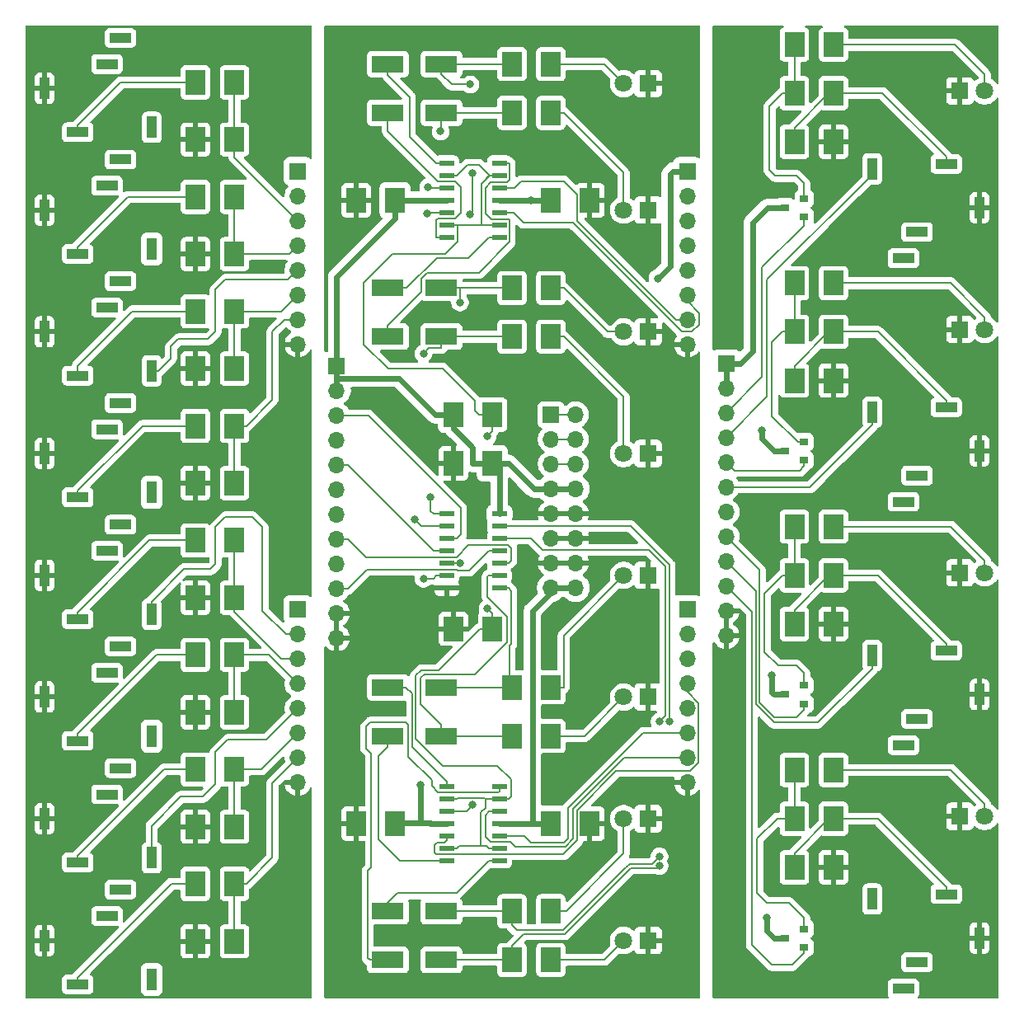
<source format=gbr>
G04 #@! TF.GenerationSoftware,KiCad,Pcbnew,9.0.0*
G04 #@! TF.CreationDate,2025-02-23T15:42:39-07:00*
G04 #@! TF.ProjectId,XOR,584f522e-6b69-4636-9164-5f7063625858,rev?*
G04 #@! TF.SameCoordinates,Original*
G04 #@! TF.FileFunction,Copper,L1,Top*
G04 #@! TF.FilePolarity,Positive*
%FSLAX46Y46*%
G04 Gerber Fmt 4.6, Leading zero omitted, Abs format (unit mm)*
G04 Created by KiCad (PCBNEW 9.0.0) date 2025-02-23 15:42:39*
%MOMM*%
%LPD*%
G01*
G04 APERTURE LIST*
G04 #@! TA.AperFunction,ComponentPad*
%ADD10R,1.800000X1.800000*%
G04 #@! TD*
G04 #@! TA.AperFunction,ComponentPad*
%ADD11C,1.800000*%
G04 #@! TD*
G04 #@! TA.AperFunction,ComponentPad*
%ADD12R,1.700000X1.700000*%
G04 #@! TD*
G04 #@! TA.AperFunction,ComponentPad*
%ADD13O,1.700000X1.700000*%
G04 #@! TD*
G04 #@! TA.AperFunction,ComponentPad*
%ADD14R,1.000000X2.200000*%
G04 #@! TD*
G04 #@! TA.AperFunction,ComponentPad*
%ADD15R,2.200000X1.000000*%
G04 #@! TD*
G04 #@! TA.AperFunction,SMDPad,CuDef*
%ADD16R,2.000000X2.500000*%
G04 #@! TD*
G04 #@! TA.AperFunction,SMDPad,CuDef*
%ADD17R,3.300000X1.700000*%
G04 #@! TD*
G04 #@! TA.AperFunction,SMDPad,CuDef*
%ADD18R,0.900000X0.800000*%
G04 #@! TD*
G04 #@! TA.AperFunction,SMDPad,CuDef*
%ADD19R,1.500000X0.600000*%
G04 #@! TD*
G04 #@! TA.AperFunction,ViaPad*
%ADD20C,0.800000*%
G04 #@! TD*
G04 #@! TA.AperFunction,Conductor*
%ADD21C,0.600000*%
G04 #@! TD*
G04 #@! TA.AperFunction,Conductor*
%ADD22C,0.200000*%
G04 #@! TD*
G04 APERTURE END LIST*
D10*
X64000000Y-6014700D03*
D11*
X61460000Y-6014700D03*
D10*
X64000000Y-19000000D03*
D11*
X61460000Y-19000000D03*
D10*
X64000000Y-31500000D03*
D11*
X61460000Y-31500000D03*
D10*
X64000000Y-44000000D03*
D11*
X61460000Y-44000000D03*
D10*
X64000000Y-56500000D03*
D11*
X61460000Y-56500000D03*
D10*
X64000000Y-69000000D03*
D11*
X61460000Y-69000000D03*
D10*
X64000000Y-81500000D03*
D11*
X61460000Y-81500000D03*
D10*
X64000000Y-94000000D03*
D11*
X61460000Y-94000000D03*
D10*
X96000000Y-6750000D03*
D11*
X98540000Y-6750000D03*
D10*
X96000000Y-31250000D03*
D11*
X98540000Y-31250000D03*
D10*
X96000000Y-56250000D03*
D11*
X98540000Y-56250000D03*
D10*
X96000000Y-81250000D03*
D11*
X98540000Y-81250000D03*
D12*
X28000000Y-15000000D03*
D13*
X28000000Y-17540000D03*
X28000000Y-20080000D03*
X28000000Y-22620000D03*
X28000000Y-25160000D03*
X28000000Y-27700000D03*
X28000000Y-30240000D03*
X28000000Y-32780000D03*
D12*
X28000000Y-60000000D03*
D13*
X28000000Y-62540000D03*
X28000000Y-65080000D03*
X28000000Y-67620000D03*
X28000000Y-70160000D03*
X28000000Y-72700000D03*
X28000000Y-75240000D03*
X28000000Y-77780000D03*
D12*
X68000000Y-15000000D03*
D13*
X68000000Y-17540000D03*
X68000000Y-20080000D03*
X68000000Y-22620000D03*
X68000000Y-25160000D03*
X68000000Y-27700000D03*
X68000000Y-30240000D03*
X68000000Y-32780000D03*
D12*
X68000000Y-60000000D03*
D13*
X68000000Y-62540000D03*
X68000000Y-65080000D03*
X68000000Y-67620000D03*
X68000000Y-70160000D03*
X68000000Y-72700000D03*
X68000000Y-75240000D03*
X68000000Y-77780000D03*
D12*
X54000000Y-40000000D03*
D13*
X56540000Y-40000000D03*
X54000000Y-42540000D03*
X56540000Y-42540000D03*
X54000000Y-45080000D03*
X56540000Y-45080000D03*
X54000000Y-47620000D03*
X56540000Y-47620000D03*
X54000000Y-50160000D03*
X56540000Y-50160000D03*
X54000000Y-52700000D03*
X56540000Y-52700000D03*
X54000000Y-55240000D03*
X56540000Y-55240000D03*
X54000000Y-57780000D03*
X56540000Y-57780000D03*
D12*
X32000000Y-35000000D03*
D13*
X32000000Y-37540000D03*
X32000000Y-40080000D03*
X32000000Y-42620000D03*
X32000000Y-45160000D03*
X32000000Y-47700000D03*
X32000000Y-50240000D03*
X32000000Y-52780000D03*
X32000000Y-55320000D03*
X32000000Y-57860000D03*
X32000000Y-60400000D03*
X32000000Y-62940000D03*
D12*
X72000000Y-34750000D03*
D13*
X72000000Y-37290000D03*
X72000000Y-39830000D03*
X72000000Y-42370000D03*
X72000000Y-44910000D03*
X72000000Y-47450000D03*
X72000000Y-49990000D03*
X72000000Y-52530000D03*
X72000000Y-55070000D03*
X72000000Y-57610000D03*
X72000000Y-60150000D03*
X72000000Y-62690000D03*
D14*
X98000000Y-18750000D03*
X87000000Y-14750000D03*
D15*
X94600000Y-14250000D03*
X91600000Y-21250000D03*
X90200000Y-23950000D03*
D14*
X98000000Y-43750000D03*
X87000000Y-39750000D03*
D15*
X94600000Y-39250000D03*
X90200000Y-48950000D03*
X91600000Y-46250000D03*
D14*
X98000000Y-68750000D03*
X87000000Y-64750000D03*
D15*
X94600000Y-64250000D03*
X91600000Y-71250000D03*
X90200000Y-73950000D03*
D14*
X98000000Y-93750000D03*
X87000000Y-89750000D03*
D15*
X94600000Y-89250000D03*
X91600000Y-96250000D03*
X90200000Y-98950000D03*
D14*
X2000000Y-56500000D03*
X13000000Y-60500000D03*
D15*
X5400000Y-61000000D03*
X9800000Y-51300000D03*
X8400000Y-54000000D03*
D14*
X2000000Y-6500000D03*
X13000000Y-10500000D03*
D15*
X5400000Y-11000000D03*
X9800000Y-1300000D03*
X8400000Y-4000000D03*
D14*
X2000000Y-94000000D03*
X13000000Y-98000000D03*
D15*
X5400000Y-98500000D03*
X8400000Y-91500000D03*
X9800000Y-88800000D03*
D14*
X2000000Y-31500000D03*
X13000000Y-35500000D03*
D15*
X5400000Y-36000000D03*
X9800000Y-26300000D03*
X8400000Y-29000000D03*
D14*
X2000000Y-69000000D03*
X13000000Y-73000000D03*
D15*
X5400000Y-73500000D03*
X9800000Y-63800000D03*
X8400000Y-66500000D03*
D14*
X2000000Y-19000000D03*
X13000000Y-23000000D03*
D15*
X5400000Y-23500000D03*
X8400000Y-16500000D03*
X9800000Y-13800000D03*
D14*
X2000000Y-81500000D03*
X13000000Y-85500000D03*
D15*
X5400000Y-86000000D03*
X8400000Y-79000000D03*
X9800000Y-76300000D03*
D14*
X2000000Y-44000000D03*
X13000000Y-48000000D03*
D15*
X5400000Y-48500000D03*
X9800000Y-38800000D03*
X8400000Y-41500000D03*
D16*
X44000000Y-45000000D03*
X48000000Y-45000000D03*
X34000000Y-18000000D03*
X38000000Y-18000000D03*
X54000000Y-18000000D03*
X58000000Y-18000000D03*
X34000000Y-82000000D03*
X38000000Y-82000000D03*
X54000000Y-82000000D03*
X58000000Y-82000000D03*
D17*
X42750000Y-68000000D03*
X37250000Y-68000000D03*
X42750000Y-73000000D03*
X37250000Y-73000000D03*
X42750000Y-91000000D03*
X37250000Y-91000000D03*
X42750000Y-96000000D03*
X37250000Y-96000000D03*
X42750000Y-4000000D03*
X37250000Y-4000000D03*
X42750000Y-9000000D03*
X37250000Y-9000000D03*
X42750000Y-27000000D03*
X37250000Y-27000000D03*
X42750000Y-32000000D03*
X37250000Y-32000000D03*
D18*
X80000000Y-19700000D03*
X80000000Y-17800000D03*
X78000000Y-18750000D03*
X80000000Y-44700000D03*
X80000000Y-42800000D03*
X78000000Y-43750000D03*
X80000000Y-69700000D03*
X80000000Y-67800000D03*
X78000000Y-68750000D03*
X80000000Y-94700000D03*
X80000000Y-92800000D03*
X78000000Y-93750000D03*
D16*
X21500000Y-5880000D03*
X17500000Y-5880000D03*
X21500000Y-11760000D03*
X17500000Y-11760000D03*
X21500000Y-17640000D03*
X17500000Y-17640000D03*
X21500000Y-23520000D03*
X17500000Y-23520000D03*
X21500000Y-29400000D03*
X17500000Y-29400000D03*
X21500000Y-35280000D03*
X17500000Y-35280000D03*
X21500000Y-41160000D03*
X17500000Y-41160000D03*
X21500000Y-47040000D03*
X17500000Y-47040000D03*
X21500000Y-52920000D03*
X17500000Y-52920000D03*
X21500000Y-58800000D03*
X17500000Y-58800000D03*
X21500000Y-64680000D03*
X17500000Y-64680000D03*
X21500000Y-70560000D03*
X17500000Y-70560000D03*
X21500000Y-76440000D03*
X17500000Y-76440000D03*
X21500000Y-82320000D03*
X17500000Y-82320000D03*
X21500000Y-88200000D03*
X17500000Y-88200000D03*
X21500000Y-94080000D03*
X17500000Y-94080000D03*
X48000000Y-40000000D03*
X44000000Y-40000000D03*
X44000000Y-62000000D03*
X48000000Y-62000000D03*
X50000000Y-68000000D03*
X54000000Y-68000000D03*
X50000000Y-73000000D03*
X54000000Y-73000000D03*
X50000000Y-91000000D03*
X54000000Y-91000000D03*
X50000000Y-96000000D03*
X54000000Y-96000000D03*
X50000000Y-4000000D03*
X54000000Y-4000000D03*
X50000000Y-9000000D03*
X54000000Y-9000000D03*
X50000000Y-27000000D03*
X54000000Y-27000000D03*
X50000000Y-32000000D03*
X54000000Y-32000000D03*
X83000000Y-7000000D03*
X79000000Y-7000000D03*
X83000000Y-31500000D03*
X79000000Y-31500000D03*
X83000000Y-56500000D03*
X79000000Y-56500000D03*
X83000000Y-81500000D03*
X79000000Y-81500000D03*
X83000000Y-12000000D03*
X79000000Y-12000000D03*
X83000000Y-2000000D03*
X79000000Y-2000000D03*
X83000000Y-36500000D03*
X79000000Y-36500000D03*
X83000000Y-26500000D03*
X79000000Y-26500000D03*
X83000000Y-61500000D03*
X79000000Y-61500000D03*
X83000000Y-51500000D03*
X79000000Y-51500000D03*
X83000000Y-86500000D03*
X79000000Y-86500000D03*
X83000000Y-76500000D03*
X79000000Y-76500000D03*
D19*
X43300000Y-14190000D03*
X43300000Y-15460000D03*
X43300000Y-16730000D03*
X43300000Y-18000000D03*
X43300000Y-19270000D03*
X43300000Y-20540000D03*
X43300000Y-21810000D03*
X48700000Y-21810000D03*
X48700000Y-20540000D03*
X48700000Y-19270000D03*
X48700000Y-18000000D03*
X48700000Y-16730000D03*
X48700000Y-15460000D03*
X48700000Y-14190000D03*
X43300000Y-78190000D03*
X43300000Y-79460000D03*
X43300000Y-80730000D03*
X43300000Y-82000000D03*
X43300000Y-83270000D03*
X43300000Y-84540000D03*
X43300000Y-85810000D03*
X48700000Y-85810000D03*
X48700000Y-84540000D03*
X48700000Y-83270000D03*
X48700000Y-82000000D03*
X48700000Y-80730000D03*
X48700000Y-79460000D03*
X48700000Y-78190000D03*
X43300000Y-50190000D03*
X43300000Y-51460000D03*
X43300000Y-52730000D03*
X43300000Y-54000000D03*
X43300000Y-55270000D03*
X43300000Y-56540000D03*
X43300000Y-57810000D03*
X48700000Y-57810000D03*
X48700000Y-56540000D03*
X48700000Y-55270000D03*
X48700000Y-54000000D03*
X48700000Y-52730000D03*
X48700000Y-51460000D03*
X48700000Y-50190000D03*
D20*
X51958200Y-17999970D03*
X71500000Y-97000000D03*
X73000000Y-1500000D03*
X71500000Y-3000000D03*
X98500000Y-3000000D03*
X73000000Y-98500000D03*
X98500000Y-1500000D03*
X71500000Y-98500000D03*
X97000000Y-1500000D03*
X98500000Y-98500000D03*
X98500000Y-97000000D03*
X97000000Y-98500000D03*
X71500000Y-1500000D03*
X41396915Y-16637000D03*
X41275000Y-19364012D03*
X45974000Y-80064800D03*
X40596200Y-78007000D03*
X65024000Y-26035016D03*
X33000000Y-98500000D03*
X31500000Y-97000000D03*
X31500000Y-1500000D03*
X46000000Y-52000000D03*
X46000000Y-36000000D03*
X34000000Y-38000000D03*
X68500000Y-3000000D03*
X46000000Y-49000000D03*
X46000000Y-34000000D03*
X68500000Y-98500000D03*
X67000000Y-98500000D03*
X31500000Y-98500000D03*
X67000000Y-1500000D03*
X68500000Y-97000000D03*
X31500000Y-3000000D03*
X46000000Y-58000000D03*
X68500000Y-1500000D03*
X54000000Y-13000000D03*
X52000000Y-13000000D03*
X33000000Y-1500000D03*
X3000000Y-1500000D03*
X1500000Y-3000000D03*
X1500000Y-97000000D03*
X27000000Y-1500000D03*
X1500000Y-1500000D03*
X1500000Y-98500000D03*
X28500000Y-97000000D03*
X28500000Y-3000000D03*
X28500000Y-1500000D03*
X3000000Y-98500000D03*
X28500000Y-98500000D03*
X27000000Y-98500000D03*
X76200000Y-91694000D03*
X76708000Y-66802000D03*
X75692000Y-41656000D03*
X65151000Y-85359997D03*
X65151000Y-71501000D03*
X66167000Y-71501000D03*
X65151000Y-86360000D03*
X41656000Y-48514000D03*
X45720000Y-6096000D03*
X45720000Y-19431000D03*
X45974000Y-15240000D03*
X42672000Y-10922000D03*
X40005000Y-50800000D03*
X44653800Y-28479700D03*
X44653800Y-55270000D03*
X40908200Y-33716800D03*
X40908200Y-56856000D03*
X47485800Y-42227500D03*
X47485800Y-59927100D03*
D21*
X52099700Y-18000000D02*
X51958200Y-18000000D01*
X54000000Y-18000000D02*
X52099700Y-18000000D01*
X51958200Y-18000000D02*
X48700000Y-18000000D01*
X51958200Y-18000000D02*
X51958200Y-17999970D01*
X52099700Y-82000000D02*
X48700000Y-82000000D01*
X53049900Y-82000000D02*
X52099700Y-82000000D01*
X54450100Y-57780000D02*
X56540000Y-57780000D01*
X54450100Y-57780000D02*
X52099700Y-60130400D01*
X52099700Y-60130400D02*
X52099700Y-82000000D01*
X54000000Y-57780000D02*
X54450100Y-57780000D01*
X54000000Y-82000000D02*
X53049900Y-82000000D01*
D22*
X59445300Y-4000000D02*
X61460000Y-6014700D01*
X54000000Y-4000000D02*
X59445300Y-4000000D01*
X54000000Y-9000000D02*
X55300300Y-9000000D01*
X61460000Y-15159700D02*
X61460000Y-19000000D01*
X55300300Y-9000000D02*
X61460000Y-15159700D01*
X59800300Y-31500000D02*
X61460000Y-31500000D01*
X55300300Y-27000000D02*
X59800300Y-31500000D01*
X54000000Y-27000000D02*
X55300300Y-27000000D01*
X61460000Y-38159700D02*
X61460000Y-44000000D01*
X54000000Y-32000000D02*
X55300300Y-32000000D01*
X55300300Y-32000000D02*
X61460000Y-38159700D01*
X55300300Y-62659700D02*
X61460000Y-56500000D01*
X54000000Y-68000000D02*
X55300300Y-68000000D01*
X55300300Y-68000000D02*
X55300300Y-62659700D01*
X57460000Y-73000000D02*
X61460000Y-69000000D01*
X54000000Y-73000000D02*
X57460000Y-73000000D01*
X54000000Y-91000000D02*
X55558000Y-91000000D01*
X55558000Y-91000000D02*
X61468000Y-85090000D01*
X61468000Y-85090000D02*
X61468000Y-81508000D01*
X61468000Y-81508000D02*
X61460000Y-81500000D01*
X59460000Y-96000000D02*
X61460000Y-94000000D01*
X54000000Y-96000000D02*
X59460000Y-96000000D01*
X84200000Y-2000000D02*
X84232000Y-2032000D01*
X84232000Y-2032000D02*
X95504000Y-2032000D01*
X98540000Y-5068000D02*
X98540000Y-6750000D01*
X83000000Y-2000000D02*
X84200000Y-2000000D01*
X95504000Y-2032000D02*
X98540000Y-5068000D01*
X98540000Y-29977200D02*
X98540000Y-31250000D01*
X83000000Y-26500000D02*
X95062800Y-26500000D01*
X95062800Y-26500000D02*
X98540000Y-29977200D01*
X98540000Y-54977200D02*
X98540000Y-56250000D01*
X83000000Y-51500000D02*
X95062800Y-51500000D01*
X95062800Y-51500000D02*
X98540000Y-54977200D01*
X98540000Y-79977200D02*
X98540000Y-81250000D01*
X83000000Y-76500000D02*
X95062800Y-76500000D01*
X95062800Y-76500000D02*
X98540000Y-79977200D01*
X5400000Y-10300000D02*
X9820000Y-5880000D01*
X5400000Y-11000000D02*
X5400000Y-10300000D01*
X9820000Y-5880000D02*
X17500000Y-5880000D01*
X5400000Y-23500000D02*
X5400000Y-22800000D01*
X5400000Y-22800000D02*
X10560000Y-17640000D01*
X10560000Y-17640000D02*
X17500000Y-17640000D01*
X5400000Y-34986000D02*
X10986000Y-29400000D01*
X5400000Y-36000000D02*
X5400000Y-34986000D01*
X10986000Y-29400000D02*
X17500000Y-29400000D01*
X14986000Y-33020000D02*
X15748000Y-32258000D01*
X20574000Y-26162000D02*
X26998000Y-26162000D01*
X18796000Y-32258000D02*
X19558000Y-31496000D01*
X26998000Y-26162000D02*
X28000000Y-25160000D01*
X15748000Y-32258000D02*
X18796000Y-32258000D01*
X13000000Y-35500000D02*
X13700000Y-35500000D01*
X14986000Y-34214000D02*
X14986000Y-33020000D01*
X19558000Y-31496000D02*
X19558000Y-27178000D01*
X13700000Y-35500000D02*
X14986000Y-34214000D01*
X19558000Y-27178000D02*
X20574000Y-26162000D01*
X12040000Y-41160000D02*
X17500000Y-41160000D01*
X5400000Y-48500000D02*
X5400000Y-47800000D01*
X5400000Y-47800000D02*
X12040000Y-41160000D01*
X23368000Y-50546000D02*
X24384000Y-51562000D01*
X19558000Y-51562000D02*
X20574000Y-50546000D01*
X20574000Y-50546000D02*
X23368000Y-50546000D01*
X19050000Y-55880000D02*
X19558000Y-55372000D01*
X24384000Y-51562000D02*
X24384000Y-60126100D01*
X19558000Y-55372000D02*
X19558000Y-51562000D01*
X26797900Y-62540000D02*
X28000000Y-62540000D01*
X13000000Y-60500000D02*
X13000000Y-59200000D01*
X24384000Y-60126100D02*
X26797900Y-62540000D01*
X16320000Y-55880000D02*
X19050000Y-55880000D01*
X13000000Y-59200000D02*
X16320000Y-55880000D01*
X5400000Y-61000000D02*
X5400000Y-60300000D01*
X5400000Y-60300000D02*
X12780000Y-52920000D01*
X12780000Y-52920000D02*
X17500000Y-52920000D01*
X13520000Y-64680000D02*
X17500000Y-64680000D01*
X5400000Y-72800000D02*
X13520000Y-64680000D01*
X5400000Y-73500000D02*
X5400000Y-72800000D01*
X14260000Y-76440000D02*
X17500000Y-76440000D01*
X5400000Y-85300000D02*
X14260000Y-76440000D01*
X5400000Y-86000000D02*
X5400000Y-85300000D01*
X13000000Y-82250000D02*
X16002000Y-79248000D01*
X16002000Y-79248000D02*
X18288000Y-79248000D01*
X20828000Y-73406000D02*
X24754000Y-73406000D01*
X24754000Y-73406000D02*
X28000000Y-70160000D01*
X19558000Y-77978000D02*
X19558000Y-74676000D01*
X18288000Y-79248000D02*
X19558000Y-77978000D01*
X13000000Y-85500000D02*
X13000000Y-82250000D01*
X19558000Y-74676000D02*
X20828000Y-73406000D01*
X5400000Y-97800000D02*
X15000000Y-88200000D01*
X5400000Y-98500000D02*
X5400000Y-97800000D01*
X15000000Y-88200000D02*
X17500000Y-88200000D01*
X25400000Y-38460000D02*
X25400000Y-31496000D01*
X21500000Y-41160000D02*
X22700000Y-41160000D01*
X22700000Y-41160000D02*
X25400000Y-38460000D01*
X21500000Y-47040000D02*
X21500000Y-41160000D01*
X26656000Y-30240000D02*
X28000000Y-30240000D01*
X25400000Y-31496000D02*
X26656000Y-30240000D01*
X26300000Y-29400000D02*
X28000000Y-27700000D01*
X21500000Y-29400000D02*
X21500000Y-35280000D01*
X21500000Y-29400000D02*
X26300000Y-29400000D01*
X21500000Y-17640000D02*
X21500000Y-23520000D01*
X27100000Y-23520000D02*
X28000000Y-22620000D01*
X21500000Y-23520000D02*
X27100000Y-23520000D01*
X21500000Y-13580000D02*
X28000000Y-20080000D01*
X21500000Y-11760000D02*
X21500000Y-13580000D01*
X21500000Y-5880000D02*
X21500000Y-11760000D01*
X22700000Y-88200000D02*
X25400000Y-85500000D01*
X21500000Y-94080000D02*
X21500000Y-88200000D01*
X21500000Y-88200000D02*
X22700000Y-88200000D01*
X25400000Y-85500000D02*
X25400000Y-77840000D01*
X25400000Y-77840000D02*
X28000000Y-75240000D01*
X21500000Y-76440000D02*
X24260000Y-76440000D01*
X24260000Y-76440000D02*
X28000000Y-72700000D01*
X21500000Y-82320000D02*
X21500000Y-76440000D01*
X21500000Y-70560000D02*
X21500000Y-64680000D01*
X28000000Y-67620000D02*
X25060000Y-64680000D01*
X25060000Y-64680000D02*
X21500000Y-64680000D01*
X21500000Y-58800000D02*
X21500000Y-60250000D01*
X21500000Y-60250000D02*
X26330000Y-65080000D01*
X21500000Y-52920000D02*
X21500000Y-58800000D01*
X26330000Y-65080000D02*
X28000000Y-65080000D01*
X43300000Y-16730000D02*
X41489915Y-16730000D01*
X41489915Y-16730000D02*
X41396915Y-16637000D01*
X41369012Y-19270000D02*
X41275000Y-19364012D01*
X43300000Y-19270000D02*
X41369012Y-19270000D01*
X68479400Y-31496000D02*
X67424700Y-31496000D01*
X67424700Y-31496000D02*
X56232200Y-20303500D01*
X68000000Y-27700000D02*
X68000000Y-28342350D01*
X56232200Y-20303500D02*
X51183500Y-20303500D01*
X69215000Y-30760400D02*
X68479400Y-31496000D01*
X50150000Y-19270000D02*
X48700000Y-19270000D01*
X69215000Y-29557350D02*
X69215000Y-30760400D01*
X68000000Y-28342350D02*
X69215000Y-29557350D01*
X51183500Y-20303500D02*
X50150000Y-19270000D01*
X55329900Y-16049600D02*
X50969600Y-16049600D01*
X56699600Y-17419300D02*
X55329900Y-16049600D01*
X68000000Y-30240000D02*
X66849700Y-30240000D01*
X50969600Y-16049600D02*
X50289200Y-16730000D01*
X56699600Y-20089900D02*
X56699600Y-17419300D01*
X66849700Y-30240000D02*
X56699600Y-20089900D01*
X50289200Y-16730000D02*
X48700000Y-16730000D01*
X45574001Y-80464799D02*
X45974000Y-80064800D01*
X45308800Y-80730000D02*
X45574001Y-80464799D01*
X43300000Y-80730000D02*
X45308800Y-80730000D01*
X68000000Y-67620000D02*
X68000000Y-68482700D01*
X42309999Y-83939999D02*
X43060001Y-83939999D01*
X42037000Y-84212998D02*
X42309999Y-83939999D01*
X68269200Y-76606700D02*
X60706500Y-76606700D01*
X56698700Y-83710000D02*
X55265000Y-85143700D01*
X56698700Y-80614500D02*
X56698700Y-83710000D01*
X69165100Y-75710800D02*
X68269200Y-76606700D01*
X43060001Y-83939999D02*
X43300000Y-83700000D01*
X60706500Y-76606700D02*
X56698700Y-80614500D01*
X42217700Y-85143700D02*
X42037000Y-84963000D01*
X42037000Y-84963000D02*
X42037000Y-84212998D01*
X68000000Y-68482700D02*
X69165100Y-69647800D01*
X55265000Y-85143700D02*
X42217700Y-85143700D01*
X43300000Y-83700000D02*
X43300000Y-83270000D01*
X69165100Y-69647800D02*
X69165100Y-75710800D01*
X51273400Y-83270000D02*
X48700000Y-83270000D01*
X51964000Y-83960600D02*
X51273400Y-83270000D01*
X55767700Y-80404500D02*
X55767700Y-83506300D01*
X68000000Y-72700000D02*
X63472200Y-72700000D01*
X55313400Y-83960600D02*
X51964000Y-83960600D01*
X63472200Y-72700000D02*
X55767700Y-80404500D01*
X55767700Y-83506300D02*
X55313400Y-83960600D01*
X47249600Y-81130100D02*
X47649700Y-80730000D01*
X47771900Y-83870300D02*
X47249600Y-83348000D01*
X68000000Y-75240000D02*
X66849700Y-75240000D01*
X66849700Y-75240100D02*
X61506800Y-75240100D01*
X61506800Y-75240100D02*
X56297100Y-80449800D01*
X56297100Y-83543000D02*
X55479200Y-84360900D01*
X56297100Y-80449800D02*
X56297100Y-83543000D01*
X47249600Y-83348000D02*
X47249600Y-81130100D01*
X50308300Y-84360900D02*
X49817700Y-83870300D01*
X66849700Y-75240000D02*
X66849700Y-75240100D01*
X55479200Y-84360900D02*
X50308300Y-84360900D01*
X49817700Y-83870300D02*
X47771900Y-83870300D01*
X48700000Y-80730000D02*
X47649700Y-80730000D01*
X54000000Y-45080000D02*
X56540000Y-45080000D01*
X54000000Y-42540000D02*
X56540000Y-42540000D01*
X54000000Y-40000000D02*
X56540000Y-40000000D01*
X35105300Y-55905000D02*
X44298300Y-55905000D01*
X48700000Y-54000000D02*
X47649700Y-54000000D01*
X33150300Y-57860000D02*
X35105300Y-55905000D01*
X44421100Y-56027800D02*
X45621900Y-56027800D01*
X44298300Y-55905000D02*
X44421100Y-56027800D01*
X45621900Y-56027800D02*
X47649700Y-54000000D01*
X32000000Y-57860000D02*
X33150300Y-57860000D01*
X34992300Y-54622000D02*
X33150300Y-52780000D01*
X33150300Y-52780000D02*
X32000000Y-52780000D01*
X44298000Y-54622000D02*
X34992300Y-54622000D01*
X49911000Y-53727700D02*
X49582900Y-53399600D01*
X49582900Y-53399600D02*
X45520400Y-53399600D01*
X45520400Y-53399600D02*
X44298000Y-54622000D01*
X49632000Y-55270000D02*
X49911000Y-54991000D01*
X48700000Y-55270000D02*
X49632000Y-55270000D01*
X49911000Y-54991000D02*
X49911000Y-53727700D01*
X41990300Y-54000000D02*
X33150300Y-45160000D01*
X32000000Y-45160000D02*
X33150300Y-45160000D01*
X43300000Y-54000000D02*
X41990300Y-54000000D01*
X80000000Y-20584000D02*
X80000000Y-19700000D01*
X75692000Y-36138000D02*
X75692000Y-24892000D01*
X75692000Y-24892000D02*
X80000000Y-20584000D01*
X72000000Y-39830000D02*
X75692000Y-36138000D01*
X87000000Y-15350000D02*
X87000000Y-14750000D01*
X76200000Y-38170000D02*
X76200000Y-26150000D01*
X76200000Y-26150000D02*
X87000000Y-15350000D01*
X72000000Y-42370000D02*
X76200000Y-38170000D01*
X80000000Y-45300000D02*
X80000000Y-44700000D01*
X72000000Y-44910000D02*
X72850000Y-45760000D01*
X72850000Y-45760000D02*
X79540000Y-45760000D01*
X79540000Y-45760000D02*
X80000000Y-45300000D01*
X72000000Y-47450000D02*
X80600000Y-47450000D01*
X80600000Y-47450000D02*
X87000000Y-41050000D01*
X87000000Y-41050000D02*
X87000000Y-39750000D01*
X72000000Y-52530000D02*
X75438000Y-55968000D01*
X79180000Y-71120000D02*
X80000000Y-70300000D01*
X76962000Y-71120000D02*
X79180000Y-71120000D01*
X75438000Y-55968000D02*
X75438000Y-69596000D01*
X75438000Y-69596000D02*
X76962000Y-71120000D01*
X80000000Y-70300000D02*
X80000000Y-69700000D01*
X81422000Y-71628000D02*
X87000000Y-66050000D01*
X76904300Y-71628000D02*
X81422000Y-71628000D01*
X75038000Y-69761700D02*
X76904300Y-71628000D01*
X87000000Y-66050000D02*
X87000000Y-64750000D01*
X72000000Y-55070000D02*
X75038000Y-58108000D01*
X75038000Y-58108000D02*
X75038000Y-69761700D01*
X76708000Y-96520000D02*
X78780000Y-96520000D01*
X72000000Y-57610000D02*
X74638000Y-60248000D01*
X78780000Y-96520000D02*
X80000000Y-95300000D01*
X74638000Y-94450000D02*
X76708000Y-96520000D01*
X80000000Y-95300000D02*
X80000000Y-94700000D01*
X74638000Y-60248000D02*
X74638000Y-94450000D01*
X83000000Y-7000000D02*
X88050000Y-7000000D01*
X88050000Y-7000000D02*
X94600000Y-13550000D01*
X82550000Y-7000000D02*
X83000000Y-7000000D01*
X79000000Y-12000000D02*
X79000000Y-10550000D01*
X94600000Y-13550000D02*
X94600000Y-14250000D01*
X79000000Y-10550000D02*
X82550000Y-7000000D01*
X79000000Y-36500000D02*
X79000000Y-35050000D01*
X83000000Y-31500000D02*
X87550000Y-31500000D01*
X87550000Y-31500000D02*
X94600000Y-38550000D01*
X82550000Y-31500000D02*
X83000000Y-31500000D01*
X79000000Y-35050000D02*
X82550000Y-31500000D01*
X94600000Y-38550000D02*
X94600000Y-39250000D01*
X94600000Y-63550000D02*
X94600000Y-64250000D01*
X87550000Y-56500000D02*
X94600000Y-63550000D01*
X82550000Y-56500000D02*
X83000000Y-56500000D01*
X83000000Y-56500000D02*
X87550000Y-56500000D01*
X79000000Y-61500000D02*
X79000000Y-60050000D01*
X79000000Y-60050000D02*
X82550000Y-56500000D01*
X79000000Y-86500000D02*
X79000000Y-85050000D01*
X94600000Y-88550000D02*
X94600000Y-89250000D01*
X87550000Y-81500000D02*
X94600000Y-88550000D01*
X79000000Y-85050000D02*
X82550000Y-81500000D01*
X82550000Y-81500000D02*
X83000000Y-81500000D01*
X83000000Y-81500000D02*
X87550000Y-81500000D01*
D21*
X38000000Y-82000000D02*
X38000000Y-81930400D01*
X32004000Y-25846000D02*
X38000000Y-19850000D01*
X54000000Y-47620000D02*
X52249700Y-47620000D01*
X68000000Y-15000000D02*
X66550000Y-15000000D01*
X45974000Y-43405400D02*
X44224600Y-41656000D01*
X44000000Y-40000000D02*
X42099700Y-40000000D01*
X38000000Y-81930400D02*
X40596200Y-81930400D01*
X32000000Y-35000000D02*
X32000000Y-36270000D01*
X66249999Y-24809017D02*
X65423999Y-25635017D01*
X40596200Y-78007000D02*
X40596200Y-81930400D01*
X65423999Y-25635017D02*
X65024000Y-26035016D01*
X38000000Y-19850000D02*
X38000000Y-18000000D01*
X32000000Y-35000000D02*
X32004000Y-34996000D01*
X48000000Y-45000000D02*
X45974000Y-45000000D01*
X44000000Y-41460000D02*
X44000000Y-40000000D01*
X66550000Y-15000000D02*
X66249999Y-15300001D01*
X52249700Y-47620000D02*
X49629700Y-45000000D01*
X32000000Y-36270000D02*
X38369700Y-36270000D01*
X32004000Y-34996000D02*
X32004000Y-25846000D01*
X41580100Y-81930400D02*
X41649700Y-82000000D01*
X44196000Y-41656000D02*
X44000000Y-41460000D01*
X48000000Y-45000000D02*
X49629700Y-45000000D01*
X45974000Y-45000000D02*
X45974000Y-43405400D01*
X49629700Y-45000000D02*
X49900300Y-45270600D01*
X44224600Y-41656000D02*
X44196000Y-41656000D01*
X39600000Y-18000000D02*
X38000000Y-18000000D01*
X43300000Y-18000000D02*
X39600000Y-18000000D01*
X48700000Y-45000000D02*
X48700000Y-50190000D01*
X32000000Y-36270000D02*
X32000000Y-37540000D01*
X38369700Y-36270000D02*
X42099700Y-40000000D01*
X66249999Y-15300001D02*
X66249999Y-24809017D01*
X40596200Y-81930400D02*
X41580100Y-81930400D01*
X43300000Y-82000000D02*
X41649700Y-82000000D01*
X49900300Y-45270600D02*
X52249700Y-47620000D01*
X49629700Y-45000000D02*
X48700000Y-45000000D01*
X54000000Y-47620000D02*
X56540000Y-47620000D01*
X76950000Y-93750000D02*
X78000000Y-93750000D01*
X74692000Y-20304000D02*
X76246000Y-18750000D01*
X76200000Y-93000000D02*
X76950000Y-93750000D01*
X78000000Y-43750000D02*
X76950000Y-43750000D01*
X74692000Y-33508000D02*
X74692000Y-20304000D01*
X75692000Y-42492000D02*
X75692000Y-41656000D01*
X76708000Y-66802000D02*
X76708000Y-68508000D01*
X73450000Y-34750000D02*
X74692000Y-33508000D01*
X76200000Y-91694000D02*
X76200000Y-93000000D01*
X76950000Y-68750000D02*
X78000000Y-68750000D01*
X76950000Y-43750000D02*
X75692000Y-42492000D01*
X76246000Y-18750000D02*
X78000000Y-18750000D01*
X72000000Y-34750000D02*
X73450000Y-34750000D01*
X76708000Y-68508000D02*
X76950000Y-68750000D01*
X72000000Y-37290000D02*
X72000000Y-34750000D01*
D22*
X37250000Y-68000000D02*
X39100000Y-68000000D01*
X43300000Y-77690000D02*
X43300000Y-78190000D01*
X39731989Y-74121989D02*
X43300000Y-77690000D01*
X39100000Y-68000000D02*
X39731989Y-68631989D01*
X39731989Y-68631989D02*
X39731989Y-74121989D01*
X49930011Y-63538689D02*
X49930011Y-58090011D01*
X49650000Y-57810000D02*
X48700000Y-57810000D01*
X42750000Y-68000000D02*
X49750300Y-68000000D01*
X49750300Y-63718400D02*
X49930011Y-63538689D01*
X49750300Y-68000000D02*
X49750300Y-63718400D01*
X49750300Y-68000000D02*
X50000000Y-68000000D01*
X49930011Y-58090011D02*
X49650000Y-57810000D01*
X38511100Y-85810000D02*
X43300000Y-85810000D01*
X36299600Y-75100700D02*
X36299600Y-83598500D01*
X37250000Y-74150300D02*
X36299600Y-75100700D01*
X37250000Y-73000000D02*
X37250000Y-74150300D01*
X36299600Y-83598500D02*
X38511100Y-85810000D01*
X40640000Y-69739700D02*
X40640000Y-67049050D01*
X49530000Y-60718600D02*
X47498000Y-58686600D01*
X47600000Y-56540000D02*
X48700000Y-56540000D01*
X42750000Y-71849700D02*
X40640000Y-69739700D01*
X46228000Y-66675000D02*
X49530000Y-63373000D01*
X47498000Y-58686600D02*
X47498000Y-56642000D01*
X47498000Y-56642000D02*
X47600000Y-56540000D01*
X49530000Y-63373000D02*
X49530000Y-60718600D01*
X42750000Y-73000000D02*
X42750000Y-71849700D01*
X41014050Y-66675000D02*
X46228000Y-66675000D01*
X40640000Y-67049050D02*
X41014050Y-66675000D01*
X50000000Y-73000000D02*
X42750000Y-73000000D01*
X64366307Y-86144690D02*
X62064310Y-86144690D01*
X55245000Y-92964000D02*
X50514000Y-92964000D01*
X50514000Y-92964000D02*
X50000000Y-92450000D01*
X53103300Y-53869800D02*
X64029800Y-53869800D01*
X42750000Y-91000000D02*
X50000000Y-91000000D01*
X61829989Y-86379011D02*
X61722000Y-86487000D01*
X61722000Y-86487000D02*
X55245000Y-92964000D01*
X65766989Y-55606989D02*
X65766989Y-58839689D01*
X62064310Y-86144690D02*
X61722000Y-86487000D01*
X50000000Y-92450000D02*
X50000000Y-91000000D01*
X65766989Y-58839689D02*
X65766989Y-70885011D01*
X65151000Y-85359997D02*
X64366307Y-86144690D01*
X65766989Y-70885011D02*
X65151000Y-71501000D01*
X48700000Y-52730000D02*
X51963500Y-52730000D01*
X51963500Y-52730000D02*
X53103300Y-53869800D01*
X64029800Y-53869800D02*
X65766989Y-55606989D01*
X37250000Y-91000000D02*
X37250000Y-90131000D01*
X44305700Y-89154000D02*
X47649700Y-85810000D01*
X47649700Y-85810000D02*
X48700000Y-85810000D01*
X37250000Y-90131000D02*
X38227000Y-89154000D01*
X38227000Y-89154000D02*
X44305700Y-89154000D01*
X35560000Y-86490400D02*
X35179000Y-86871400D01*
X35052000Y-72009000D02*
X35052000Y-74293300D01*
X41755300Y-78150900D02*
X41755300Y-77543000D01*
X35433000Y-71628000D02*
X35052000Y-72009000D01*
X48700000Y-78690000D02*
X48599700Y-78790300D01*
X35052000Y-74293300D02*
X35560000Y-74801300D01*
X39331978Y-75119678D02*
X39331978Y-71843978D01*
X48599700Y-78790300D02*
X42394700Y-78790300D01*
X35179000Y-95779000D02*
X35400000Y-96000000D01*
X35400000Y-96000000D02*
X37250000Y-96000000D01*
X39116000Y-71628000D02*
X35433000Y-71628000D01*
X41755300Y-77543000D02*
X39331978Y-75119678D01*
X42394700Y-78790300D02*
X41755300Y-78150900D01*
X39331978Y-71843978D02*
X39116000Y-71628000D01*
X35560000Y-74801300D02*
X35560000Y-86490400D01*
X35179000Y-86871400D02*
X35179000Y-95779000D01*
X48700000Y-78190000D02*
X48700000Y-78690000D01*
X55410689Y-93364011D02*
X62230000Y-86544700D01*
X62230000Y-86544700D02*
X64966300Y-86544700D01*
X64966300Y-86544700D02*
X65151000Y-86360000D01*
X42750000Y-96000000D02*
X50000000Y-96000000D01*
X66167000Y-70935315D02*
X66167000Y-71501000D01*
X51185989Y-93364011D02*
X55410689Y-93364011D01*
X48700000Y-51460000D02*
X62185700Y-51460000D01*
X50000000Y-96000000D02*
X50000000Y-94550000D01*
X50000000Y-94550000D02*
X51185989Y-93364011D01*
X62185700Y-51460000D02*
X66167000Y-55441300D01*
X66167000Y-55441300D02*
X66167000Y-70935315D01*
X43796000Y-6096000D02*
X45720000Y-6096000D01*
X41656000Y-49911000D02*
X41656000Y-48514000D01*
X42750000Y-5050000D02*
X43796000Y-6096000D01*
X43300000Y-50190000D02*
X41935000Y-50190000D01*
X45974000Y-19177000D02*
X45720000Y-19431000D01*
X50000000Y-4000000D02*
X42750000Y-4000000D01*
X42750000Y-4000000D02*
X42750000Y-5050000D01*
X45974000Y-15240000D02*
X45974000Y-19177000D01*
X41935000Y-50190000D02*
X41656000Y-49911000D01*
X39497000Y-11437300D02*
X42249700Y-14190000D01*
X37250000Y-5150300D02*
X39497000Y-7397300D01*
X42249700Y-14190000D02*
X43300000Y-14190000D01*
X37250000Y-4000000D02*
X37250000Y-5150300D01*
X39497000Y-7397300D02*
X39497000Y-11437300D01*
X42750000Y-10844000D02*
X42672000Y-10922000D01*
X42750000Y-9000000D02*
X42750000Y-10844000D01*
X40665000Y-51460000D02*
X43300000Y-51460000D01*
X50000000Y-9000000D02*
X42750000Y-9000000D01*
X40005000Y-50800000D02*
X40665000Y-51460000D01*
X44761300Y-16658600D02*
X44761300Y-19288900D01*
X43300000Y-21810000D02*
X42249700Y-21810000D01*
X42386200Y-19896300D02*
X42249700Y-20032800D01*
X37250000Y-9000000D02*
X37250000Y-10909500D01*
X44153900Y-19896300D02*
X42386200Y-19896300D01*
X37250000Y-10909500D02*
X42400900Y-16060400D01*
X42400900Y-16060400D02*
X44163100Y-16060400D01*
X42249700Y-20032800D02*
X42249700Y-21810000D01*
X44761300Y-19288900D02*
X44153900Y-19896300D01*
X44163100Y-16060400D02*
X44761300Y-16658600D01*
X44700300Y-28433200D02*
X44653800Y-28479700D01*
X44700300Y-27000000D02*
X44700300Y-28433200D01*
X44350300Y-55270000D02*
X44653800Y-55270000D01*
X42750000Y-27000000D02*
X44700300Y-27000000D01*
X50000000Y-27000000D02*
X44700300Y-27000000D01*
X43300000Y-55270000D02*
X44350300Y-55270000D01*
X42293500Y-23906800D02*
X45552900Y-23906800D01*
X37250000Y-27000000D02*
X39200300Y-27000000D01*
X45552900Y-23906800D02*
X47649700Y-21810000D01*
X39200300Y-27000000D02*
X42293500Y-23906800D01*
X48700000Y-21810000D02*
X47649700Y-21810000D01*
X37250000Y-32000000D02*
X37250000Y-30849700D01*
X41317000Y-25449600D02*
X46572600Y-25449600D01*
X48700000Y-14190000D02*
X49750300Y-14190000D01*
X46572600Y-25449600D02*
X49750400Y-22271800D01*
X49750400Y-20058400D02*
X49631600Y-19939600D01*
X40716700Y-27383000D02*
X40716700Y-26049900D01*
X49525300Y-16129600D02*
X49750300Y-15904600D01*
X37250000Y-30849700D02*
X40716700Y-27383000D01*
X49750400Y-22271800D02*
X49750400Y-20058400D01*
X47825700Y-16129600D02*
X49525300Y-16129600D01*
X49750300Y-15904600D02*
X49750300Y-14190000D01*
X49631600Y-19939600D02*
X47845100Y-19939600D01*
X40716700Y-26049900D02*
X41317000Y-25449600D01*
X47249600Y-19344100D02*
X47249600Y-16705700D01*
X47845100Y-19939600D02*
X47249600Y-19344100D01*
X47249600Y-16705700D02*
X47825700Y-16129600D01*
X41933700Y-56856000D02*
X42249700Y-56540000D01*
X41474700Y-33150300D02*
X40908200Y-33716800D01*
X50000000Y-32000000D02*
X42750000Y-32000000D01*
X40908200Y-56856000D02*
X41933700Y-56856000D01*
X42750000Y-33150300D02*
X41474700Y-33150300D01*
X42750000Y-32000000D02*
X42750000Y-33150300D01*
X43300000Y-56540000D02*
X42249700Y-56540000D01*
X79248000Y-15494000D02*
X80000000Y-16246000D01*
X79000000Y-7000000D02*
X77800000Y-7000000D01*
X76454000Y-14904000D02*
X77044000Y-15494000D01*
X77800000Y-7000000D02*
X76454000Y-8346000D01*
X79000000Y-2000000D02*
X79000000Y-7000000D01*
X80000000Y-16246000D02*
X80000000Y-17800000D01*
X77044000Y-15494000D02*
X79248000Y-15494000D01*
X76454000Y-8346000D02*
X76454000Y-14904000D01*
X76708000Y-32592000D02*
X76708000Y-40158000D01*
X79000000Y-31500000D02*
X77800000Y-31500000D01*
X77800000Y-31500000D02*
X76708000Y-32592000D01*
X79350000Y-42800000D02*
X80000000Y-42800000D01*
X79000000Y-26500000D02*
X79000000Y-31500000D01*
X76708000Y-40158000D02*
X79350000Y-42800000D01*
X80000000Y-66538000D02*
X80000000Y-67800000D01*
X79000000Y-51500000D02*
X79000000Y-56500000D01*
X77336000Y-65786000D02*
X79248000Y-65786000D01*
X75946000Y-64396000D02*
X77336000Y-65786000D01*
X79248000Y-65786000D02*
X80000000Y-66538000D01*
X79000000Y-56500000D02*
X77800000Y-56500000D01*
X75946000Y-58354000D02*
X75946000Y-64396000D01*
X77800000Y-56500000D02*
X75946000Y-58354000D01*
X75184000Y-89154000D02*
X76200000Y-90170000D01*
X79000000Y-81500000D02*
X77250000Y-81500000D01*
X78486000Y-90170000D02*
X80000000Y-91684000D01*
X76200000Y-90170000D02*
X78486000Y-90170000D01*
X77250000Y-81500000D02*
X75184000Y-83566000D01*
X80000000Y-91684000D02*
X80000000Y-92800000D01*
X79000000Y-76500000D02*
X79000000Y-81500000D01*
X75184000Y-83566000D02*
X75184000Y-89154000D01*
X40132000Y-73311700D02*
X42890300Y-76070000D01*
X40688100Y-66245900D02*
X40132000Y-66802000D01*
X44585100Y-84305200D02*
X46797600Y-84305200D01*
X46827600Y-16282100D02*
X47683850Y-15425850D01*
X48000000Y-40000000D02*
X48000000Y-41713300D01*
X46797600Y-80815100D02*
X47257800Y-80354900D01*
X44416200Y-22202500D02*
X43112200Y-23506500D01*
X43300000Y-84540000D02*
X44350300Y-84540000D01*
X37289450Y-35269600D02*
X42889600Y-35269600D01*
X46228000Y-38608000D02*
X46228000Y-39624000D01*
X47683850Y-15425850D02*
X46609000Y-14351000D01*
X48700000Y-15460000D02*
X47649700Y-15460000D01*
X44416200Y-20540000D02*
X44416200Y-22202500D01*
X45459300Y-14351000D02*
X44350300Y-15460000D01*
X40132000Y-66802000D02*
X40132000Y-73311700D01*
X42889600Y-35269600D02*
X46228000Y-38608000D01*
X46827600Y-16282100D02*
X47649700Y-15460000D01*
X42453800Y-66245900D02*
X40688100Y-66245900D01*
X42890300Y-76070000D02*
X48511000Y-76070000D01*
X47414900Y-84305200D02*
X47649700Y-84540000D01*
X48000000Y-41713300D02*
X47485800Y-42227500D01*
X48000000Y-62000000D02*
X46699700Y-62000000D01*
X37758300Y-23506500D02*
X34798000Y-26466800D01*
X47257800Y-80354900D02*
X47257800Y-79464900D01*
X43300000Y-20540000D02*
X44416200Y-20540000D01*
X43300000Y-79460000D02*
X44350300Y-79460000D01*
X46228000Y-39624000D02*
X46604000Y-40000000D01*
X44350300Y-15460000D02*
X43300000Y-15460000D01*
X48511000Y-76070000D02*
X49911000Y-77470000D01*
X46827600Y-20540000D02*
X46827600Y-16282100D01*
X34798000Y-26466800D02*
X34798000Y-32778150D01*
X48700000Y-79460000D02*
X47649700Y-79460000D01*
X49911000Y-77470000D02*
X49911000Y-79248000D01*
X46699700Y-62000000D02*
X42453800Y-66245900D01*
X44416200Y-20540000D02*
X46827600Y-20540000D01*
X44445800Y-79364500D02*
X47157400Y-79364500D01*
X47644800Y-79464900D02*
X47649700Y-79460000D01*
X46827600Y-20540000D02*
X47649700Y-20540000D01*
X47485800Y-59927100D02*
X48000000Y-60441300D01*
X43112200Y-23506500D02*
X37758300Y-23506500D01*
X46797600Y-84305200D02*
X46797600Y-80815100D01*
X46797600Y-84305200D02*
X47414900Y-84305200D01*
X49911000Y-79248000D02*
X49699000Y-79460000D01*
X47157400Y-79364500D02*
X47257800Y-79464900D01*
X48700000Y-84540000D02*
X47649700Y-84540000D01*
X48000000Y-60441300D02*
X48000000Y-62000000D01*
X46604000Y-40000000D02*
X48000000Y-40000000D01*
X46609000Y-14351000D02*
X45459300Y-14351000D01*
X49699000Y-79460000D02*
X48700000Y-79460000D01*
X44350300Y-84540000D02*
X44585100Y-84305200D01*
X44350300Y-79460000D02*
X44445800Y-79364500D01*
X48700000Y-20540000D02*
X47649700Y-20540000D01*
X34798000Y-32778150D02*
X37289450Y-35269600D01*
X47257800Y-79464900D02*
X47644800Y-79464900D01*
X35239000Y-40080000D02*
X44754600Y-49595600D01*
X43300000Y-52730000D02*
X44350300Y-52730000D01*
X32000000Y-40080000D02*
X35239000Y-40080000D01*
X44754600Y-52325700D02*
X44350300Y-52730000D01*
X44754600Y-49595600D02*
X44754600Y-52325700D01*
G04 #@! TA.AperFunction,Conductor*
G36*
X47359532Y-55254883D02*
G01*
X47416368Y-55297430D01*
X47441179Y-55363950D01*
X47441500Y-55372939D01*
X47441500Y-55618649D01*
X47448009Y-55679196D01*
X47448011Y-55679204D01*
X47491657Y-55796219D01*
X47496723Y-55867034D01*
X47462698Y-55929347D01*
X47406215Y-55961958D01*
X47365134Y-55972966D01*
X47365129Y-55972967D01*
X47365128Y-55972968D01*
X47365127Y-55972968D01*
X47365123Y-55972970D01*
X47226376Y-56053075D01*
X47226366Y-56053083D01*
X47011083Y-56268366D01*
X47011075Y-56268376D01*
X46930967Y-56407127D01*
X46930968Y-56407128D01*
X46889500Y-56561889D01*
X46889500Y-58606490D01*
X46889500Y-58766710D01*
X46930968Y-58921473D01*
X46930969Y-58921475D01*
X46930970Y-58921477D01*
X46990163Y-59024002D01*
X47006901Y-59092998D01*
X46983680Y-59160089D01*
X46951047Y-59191767D01*
X46906665Y-59221422D01*
X46906662Y-59221424D01*
X46780124Y-59347962D01*
X46780119Y-59347969D01*
X46680699Y-59496762D01*
X46612214Y-59662096D01*
X46577300Y-59837618D01*
X46577300Y-60016581D01*
X46590312Y-60081995D01*
X46612213Y-60192100D01*
X46612214Y-60192102D01*
X46612215Y-60192107D01*
X46645394Y-60272207D01*
X46652984Y-60342797D01*
X46629854Y-60395935D01*
X46549112Y-60503792D01*
X46549110Y-60503797D01*
X46498011Y-60640795D01*
X46498009Y-60640803D01*
X46491500Y-60701350D01*
X46491500Y-61344823D01*
X46471498Y-61412944D01*
X46428500Y-61453942D01*
X46326075Y-61513076D01*
X46326069Y-61513081D01*
X46114360Y-61724791D01*
X45622054Y-62217096D01*
X45559744Y-62251120D01*
X45532961Y-62254000D01*
X42492000Y-62254000D01*
X42492000Y-63298597D01*
X42498505Y-63359093D01*
X42549555Y-63495964D01*
X42549555Y-63495965D01*
X42637095Y-63612904D01*
X42754034Y-63700444D01*
X42890906Y-63751494D01*
X42951402Y-63757999D01*
X42951415Y-63758000D01*
X43776961Y-63758000D01*
X43845082Y-63778002D01*
X43891575Y-63831658D01*
X43901679Y-63901932D01*
X43872185Y-63966512D01*
X43866056Y-63973095D01*
X42238656Y-65600495D01*
X42176344Y-65634521D01*
X42149561Y-65637400D01*
X40607988Y-65637400D01*
X40530608Y-65658133D01*
X40530608Y-65658134D01*
X40453227Y-65678868D01*
X40453222Y-65678870D01*
X40314475Y-65758976D01*
X40314465Y-65758984D01*
X39645083Y-66428366D01*
X39645075Y-66428376D01*
X39564970Y-66567121D01*
X39564968Y-66567125D01*
X39564968Y-66567127D01*
X39550928Y-66619527D01*
X39529004Y-66701350D01*
X39523500Y-66721890D01*
X39523500Y-66755807D01*
X39503498Y-66823928D01*
X39449842Y-66870421D01*
X39379568Y-66880525D01*
X39314988Y-66851031D01*
X39296632Y-66831317D01*
X39285831Y-66816889D01*
X39263261Y-66786739D01*
X39263259Y-66786738D01*
X39263259Y-66786737D01*
X39146207Y-66699112D01*
X39146202Y-66699110D01*
X39009204Y-66648011D01*
X39009196Y-66648009D01*
X38948649Y-66641500D01*
X38948638Y-66641500D01*
X35551362Y-66641500D01*
X35551350Y-66641500D01*
X35490803Y-66648009D01*
X35490795Y-66648011D01*
X35353797Y-66699110D01*
X35353792Y-66699112D01*
X35236738Y-66786738D01*
X35149112Y-66903792D01*
X35149110Y-66903797D01*
X35098011Y-67040795D01*
X35098009Y-67040803D01*
X35091500Y-67101350D01*
X35091500Y-68898649D01*
X35098009Y-68959196D01*
X35098011Y-68959204D01*
X35149110Y-69096202D01*
X35149112Y-69096207D01*
X35236738Y-69213261D01*
X35353792Y-69300887D01*
X35353794Y-69300888D01*
X35353796Y-69300889D01*
X35412875Y-69322924D01*
X35490795Y-69351988D01*
X35490803Y-69351990D01*
X35551350Y-69358499D01*
X35551355Y-69358499D01*
X35551362Y-69358500D01*
X35551368Y-69358500D01*
X38948632Y-69358500D01*
X38948638Y-69358500D01*
X38984019Y-69354696D01*
X39053888Y-69367301D01*
X39105850Y-69415679D01*
X39123489Y-69479974D01*
X39123489Y-70893500D01*
X39103487Y-70961621D01*
X39049831Y-71008114D01*
X38997489Y-71019500D01*
X35352889Y-71019500D01*
X35269955Y-71041722D01*
X35198130Y-71060967D01*
X35198123Y-71060970D01*
X35103676Y-71115500D01*
X35079005Y-71129744D01*
X35069188Y-71135411D01*
X35059373Y-71141078D01*
X35059365Y-71141084D01*
X34565083Y-71635366D01*
X34565075Y-71635376D01*
X34484967Y-71774127D01*
X34484968Y-71774128D01*
X34446611Y-71917281D01*
X34443500Y-71928890D01*
X34443500Y-74373411D01*
X34458038Y-74427671D01*
X34458039Y-74427671D01*
X34458039Y-74427672D01*
X34484920Y-74527991D01*
X34484968Y-74528172D01*
X34484970Y-74528177D01*
X34565075Y-74666923D01*
X34565077Y-74666925D01*
X34565078Y-74666927D01*
X34914596Y-75016445D01*
X34948620Y-75078756D01*
X34951500Y-75105539D01*
X34951500Y-80116000D01*
X34931498Y-80184121D01*
X34877842Y-80230614D01*
X34825500Y-80242000D01*
X34254000Y-80242000D01*
X34254000Y-83758000D01*
X34825500Y-83758000D01*
X34893621Y-83778002D01*
X34940114Y-83831658D01*
X34951500Y-83884000D01*
X34951500Y-86186160D01*
X34931498Y-86254281D01*
X34914595Y-86275255D01*
X34692083Y-86497766D01*
X34692075Y-86497776D01*
X34611967Y-86636527D01*
X34611968Y-86636528D01*
X34570500Y-86791289D01*
X34570500Y-95698890D01*
X34570500Y-95859110D01*
X34611968Y-96013873D01*
X34611969Y-96013875D01*
X34611970Y-96013877D01*
X34692075Y-96152623D01*
X34692083Y-96152633D01*
X35026365Y-96486915D01*
X35026370Y-96486919D01*
X35026372Y-96486921D01*
X35028494Y-96488146D01*
X35029925Y-96489647D01*
X35032924Y-96491948D01*
X35032565Y-96492415D01*
X35077489Y-96539524D01*
X35091500Y-96597268D01*
X35091500Y-96898649D01*
X35098009Y-96959196D01*
X35098011Y-96959204D01*
X35149110Y-97096202D01*
X35149112Y-97096207D01*
X35236738Y-97213261D01*
X35353792Y-97300887D01*
X35353794Y-97300888D01*
X35353796Y-97300889D01*
X35412875Y-97322924D01*
X35490795Y-97351988D01*
X35490803Y-97351990D01*
X35551350Y-97358499D01*
X35551355Y-97358499D01*
X35551362Y-97358500D01*
X35551368Y-97358500D01*
X38948632Y-97358500D01*
X38948638Y-97358500D01*
X38948645Y-97358499D01*
X38948649Y-97358499D01*
X39009196Y-97351990D01*
X39009199Y-97351989D01*
X39009201Y-97351989D01*
X39146204Y-97300889D01*
X39149197Y-97298649D01*
X39263261Y-97213261D01*
X39350887Y-97096207D01*
X39350887Y-97096206D01*
X39350889Y-97096204D01*
X39401989Y-96959201D01*
X39408500Y-96898638D01*
X39408500Y-95101362D01*
X39408499Y-95101350D01*
X39401990Y-95040803D01*
X39401988Y-95040795D01*
X39367595Y-94948585D01*
X39350889Y-94903796D01*
X39350888Y-94903794D01*
X39350887Y-94903792D01*
X39263261Y-94786738D01*
X39146207Y-94699112D01*
X39146202Y-94699110D01*
X39009204Y-94648011D01*
X39009196Y-94648009D01*
X38948649Y-94641500D01*
X38948638Y-94641500D01*
X35913500Y-94641500D01*
X35845379Y-94621498D01*
X35798886Y-94567842D01*
X35787500Y-94515500D01*
X35787500Y-92484500D01*
X35807502Y-92416379D01*
X35861158Y-92369886D01*
X35913500Y-92358500D01*
X38948632Y-92358500D01*
X38948638Y-92358500D01*
X38948645Y-92358499D01*
X38948649Y-92358499D01*
X39009196Y-92351990D01*
X39009199Y-92351989D01*
X39009201Y-92351989D01*
X39146204Y-92300889D01*
X39149197Y-92298649D01*
X39263261Y-92213261D01*
X39350887Y-92096207D01*
X39350887Y-92096206D01*
X39350889Y-92096204D01*
X39401989Y-91959201D01*
X39408500Y-91898638D01*
X39408500Y-90101362D01*
X39408499Y-90101350D01*
X39401990Y-90040803D01*
X39401989Y-90040802D01*
X39401989Y-90040799D01*
X39361606Y-89932531D01*
X39356542Y-89861717D01*
X39390567Y-89799405D01*
X39452879Y-89765380D01*
X39479663Y-89762500D01*
X40520337Y-89762500D01*
X40588458Y-89782502D01*
X40634951Y-89836158D01*
X40645055Y-89906432D01*
X40638393Y-89932529D01*
X40598011Y-90040799D01*
X40598010Y-90040802D01*
X40598009Y-90040803D01*
X40591500Y-90101350D01*
X40591500Y-91898649D01*
X40598009Y-91959196D01*
X40598011Y-91959204D01*
X40649110Y-92096202D01*
X40649112Y-92096207D01*
X40736738Y-92213261D01*
X40853792Y-92300887D01*
X40853794Y-92300888D01*
X40853796Y-92300889D01*
X40912875Y-92322924D01*
X40990795Y-92351988D01*
X40990803Y-92351990D01*
X41051350Y-92358499D01*
X41051355Y-92358499D01*
X41051362Y-92358500D01*
X41051368Y-92358500D01*
X44448632Y-92358500D01*
X44448638Y-92358500D01*
X44448645Y-92358499D01*
X44448649Y-92358499D01*
X44509196Y-92351990D01*
X44509199Y-92351989D01*
X44509201Y-92351989D01*
X44646204Y-92300889D01*
X44649197Y-92298649D01*
X44763261Y-92213261D01*
X44850887Y-92096207D01*
X44850887Y-92096206D01*
X44850889Y-92096204D01*
X44901989Y-91959201D01*
X44908500Y-91898638D01*
X44908500Y-91734500D01*
X44928502Y-91666379D01*
X44982158Y-91619886D01*
X45034500Y-91608500D01*
X48365500Y-91608500D01*
X48433621Y-91628502D01*
X48480114Y-91682158D01*
X48491500Y-91734500D01*
X48491500Y-92298649D01*
X48498009Y-92359196D01*
X48498011Y-92359204D01*
X48549110Y-92496202D01*
X48549112Y-92496207D01*
X48636738Y-92613261D01*
X48753792Y-92700887D01*
X48753794Y-92700888D01*
X48753796Y-92700889D01*
X48812875Y-92722924D01*
X48890795Y-92751988D01*
X48890803Y-92751990D01*
X48951350Y-92758499D01*
X48951355Y-92758499D01*
X48951362Y-92758500D01*
X49402731Y-92758500D01*
X49470852Y-92778502D01*
X49507807Y-92817261D01*
X49508051Y-92817075D01*
X49509786Y-92819336D01*
X49511851Y-92821502D01*
X49513075Y-92823623D01*
X49513083Y-92823633D01*
X50100354Y-93410904D01*
X50134380Y-93473216D01*
X50129315Y-93544031D01*
X50100355Y-93589094D01*
X49513080Y-94176370D01*
X49513075Y-94176376D01*
X49511851Y-94178498D01*
X49510348Y-94179930D01*
X49508051Y-94182925D01*
X49507584Y-94182566D01*
X49460470Y-94227492D01*
X49402731Y-94241500D01*
X48951350Y-94241500D01*
X48890803Y-94248009D01*
X48890795Y-94248011D01*
X48753797Y-94299110D01*
X48753792Y-94299112D01*
X48636738Y-94386738D01*
X48549112Y-94503792D01*
X48549110Y-94503797D01*
X48498011Y-94640795D01*
X48498009Y-94640803D01*
X48491500Y-94701350D01*
X48491500Y-95265500D01*
X48471498Y-95333621D01*
X48417842Y-95380114D01*
X48365500Y-95391500D01*
X45034500Y-95391500D01*
X44966379Y-95371498D01*
X44919886Y-95317842D01*
X44908500Y-95265500D01*
X44908500Y-95101367D01*
X44908499Y-95101350D01*
X44901990Y-95040803D01*
X44901988Y-95040795D01*
X44867595Y-94948585D01*
X44850889Y-94903796D01*
X44850888Y-94903794D01*
X44850887Y-94903792D01*
X44763261Y-94786738D01*
X44646207Y-94699112D01*
X44646202Y-94699110D01*
X44509204Y-94648011D01*
X44509196Y-94648009D01*
X44448649Y-94641500D01*
X44448638Y-94641500D01*
X41051362Y-94641500D01*
X41051350Y-94641500D01*
X40990803Y-94648009D01*
X40990795Y-94648011D01*
X40853797Y-94699110D01*
X40853792Y-94699112D01*
X40736738Y-94786738D01*
X40649112Y-94903792D01*
X40649110Y-94903797D01*
X40598011Y-95040795D01*
X40598009Y-95040803D01*
X40591500Y-95101350D01*
X40591500Y-96898649D01*
X40598009Y-96959196D01*
X40598011Y-96959204D01*
X40649110Y-97096202D01*
X40649112Y-97096207D01*
X40736738Y-97213261D01*
X40853792Y-97300887D01*
X40853794Y-97300888D01*
X40853796Y-97300889D01*
X40912875Y-97322924D01*
X40990795Y-97351988D01*
X40990803Y-97351990D01*
X41051350Y-97358499D01*
X41051355Y-97358499D01*
X41051362Y-97358500D01*
X41051368Y-97358500D01*
X44448632Y-97358500D01*
X44448638Y-97358500D01*
X44448645Y-97358499D01*
X44448649Y-97358499D01*
X44509196Y-97351990D01*
X44509199Y-97351989D01*
X44509201Y-97351989D01*
X44646204Y-97300889D01*
X44649197Y-97298649D01*
X44763261Y-97213261D01*
X44850887Y-97096207D01*
X44850887Y-97096206D01*
X44850889Y-97096204D01*
X44901989Y-96959201D01*
X44908500Y-96898638D01*
X44908500Y-96734500D01*
X44928502Y-96666379D01*
X44982158Y-96619886D01*
X45034500Y-96608500D01*
X48365500Y-96608500D01*
X48433621Y-96628502D01*
X48480114Y-96682158D01*
X48491500Y-96734500D01*
X48491500Y-97298649D01*
X48498009Y-97359196D01*
X48498011Y-97359204D01*
X48549110Y-97496202D01*
X48549112Y-97496207D01*
X48636738Y-97613261D01*
X48753792Y-97700887D01*
X48753794Y-97700888D01*
X48753796Y-97700889D01*
X48812875Y-97722924D01*
X48890795Y-97751988D01*
X48890803Y-97751990D01*
X48951350Y-97758499D01*
X48951355Y-97758499D01*
X48951362Y-97758500D01*
X48951368Y-97758500D01*
X51048632Y-97758500D01*
X51048638Y-97758500D01*
X51048645Y-97758499D01*
X51048649Y-97758499D01*
X51109196Y-97751990D01*
X51109199Y-97751989D01*
X51109201Y-97751989D01*
X51246204Y-97700889D01*
X51363261Y-97613261D01*
X51450889Y-97496204D01*
X51501989Y-97359201D01*
X51502065Y-97358500D01*
X51508499Y-97298649D01*
X51508500Y-97298632D01*
X51508500Y-94701367D01*
X51508499Y-94701350D01*
X52491500Y-94701350D01*
X52491500Y-97298649D01*
X52498009Y-97359196D01*
X52498011Y-97359204D01*
X52549110Y-97496202D01*
X52549112Y-97496207D01*
X52636738Y-97613261D01*
X52753792Y-97700887D01*
X52753794Y-97700888D01*
X52753796Y-97700889D01*
X52812875Y-97722924D01*
X52890795Y-97751988D01*
X52890803Y-97751990D01*
X52951350Y-97758499D01*
X52951355Y-97758499D01*
X52951362Y-97758500D01*
X52951368Y-97758500D01*
X55048632Y-97758500D01*
X55048638Y-97758500D01*
X55048645Y-97758499D01*
X55048649Y-97758499D01*
X55109196Y-97751990D01*
X55109199Y-97751989D01*
X55109201Y-97751989D01*
X55246204Y-97700889D01*
X55363261Y-97613261D01*
X55450889Y-97496204D01*
X55501989Y-97359201D01*
X55502065Y-97358500D01*
X55508499Y-97298649D01*
X55508500Y-97298632D01*
X55508500Y-96734500D01*
X55528502Y-96666379D01*
X55582158Y-96619886D01*
X55634500Y-96608500D01*
X59540110Y-96608500D01*
X59540111Y-96608500D01*
X59617491Y-96587766D01*
X59694873Y-96567032D01*
X59833627Y-96486922D01*
X60937122Y-95383425D01*
X60999431Y-95349403D01*
X61065150Y-95352690D01*
X61086996Y-95359788D01*
X61130170Y-95373816D01*
X61130171Y-95373816D01*
X61130176Y-95373818D01*
X61349149Y-95408500D01*
X61349152Y-95408500D01*
X61570848Y-95408500D01*
X61570851Y-95408500D01*
X61789824Y-95373818D01*
X62000676Y-95305308D01*
X62198215Y-95204657D01*
X62377576Y-95074343D01*
X62417577Y-95034342D01*
X62479888Y-95000316D01*
X62550704Y-95005380D01*
X62607540Y-95047926D01*
X62624728Y-95079403D01*
X62649553Y-95145960D01*
X62649555Y-95145965D01*
X62737095Y-95262904D01*
X62854034Y-95350444D01*
X62990906Y-95401494D01*
X63051402Y-95407999D01*
X63051415Y-95408000D01*
X63746000Y-95408000D01*
X63746000Y-94372968D01*
X63826306Y-94419333D01*
X63940756Y-94450000D01*
X64059244Y-94450000D01*
X64173694Y-94419333D01*
X64254000Y-94372968D01*
X64254000Y-95408000D01*
X64948585Y-95408000D01*
X64948597Y-95407999D01*
X65009093Y-95401494D01*
X65145964Y-95350444D01*
X65145965Y-95350444D01*
X65262904Y-95262904D01*
X65350444Y-95145965D01*
X65350444Y-95145964D01*
X65401494Y-95009093D01*
X65407999Y-94948597D01*
X65408000Y-94948585D01*
X65408000Y-94254000D01*
X64372968Y-94254000D01*
X64419333Y-94173694D01*
X64450000Y-94059244D01*
X64450000Y-93940756D01*
X64419333Y-93826306D01*
X64372968Y-93746000D01*
X65408000Y-93746000D01*
X65408000Y-93051414D01*
X65407999Y-93051402D01*
X65401494Y-92990906D01*
X65350444Y-92854035D01*
X65350444Y-92854034D01*
X65262904Y-92737095D01*
X65145965Y-92649555D01*
X65009093Y-92598505D01*
X64948597Y-92592000D01*
X64254000Y-92592000D01*
X64254000Y-93627031D01*
X64173694Y-93580667D01*
X64059244Y-93550000D01*
X63940756Y-93550000D01*
X63826306Y-93580667D01*
X63746000Y-93627031D01*
X63746000Y-92592000D01*
X63051402Y-92592000D01*
X62990906Y-92598505D01*
X62854035Y-92649555D01*
X62854034Y-92649555D01*
X62737095Y-92737095D01*
X62649555Y-92854034D01*
X62649554Y-92854037D01*
X62624728Y-92920597D01*
X62582181Y-92977432D01*
X62515660Y-93002242D01*
X62446286Y-92987150D01*
X62417578Y-92965658D01*
X62377578Y-92925658D01*
X62198218Y-92795345D01*
X62198217Y-92795344D01*
X62198215Y-92795343D01*
X62000676Y-92694692D01*
X62000673Y-92694691D01*
X62000671Y-92694690D01*
X61789829Y-92626183D01*
X61789825Y-92626182D01*
X61789824Y-92626182D01*
X61570851Y-92591500D01*
X61349149Y-92591500D01*
X61130176Y-92626182D01*
X61130170Y-92626183D01*
X60919328Y-92694690D01*
X60919322Y-92694693D01*
X60721781Y-92795345D01*
X60542421Y-92925658D01*
X60385658Y-93082421D01*
X60255345Y-93261781D01*
X60154693Y-93459322D01*
X60154690Y-93459328D01*
X60086183Y-93670170D01*
X60086182Y-93670175D01*
X60086182Y-93670176D01*
X60051500Y-93889149D01*
X60051500Y-94110851D01*
X60065763Y-94200905D01*
X60086182Y-94329825D01*
X60107309Y-94394848D01*
X60109335Y-94465816D01*
X60076571Y-94522878D01*
X59244856Y-95354595D01*
X59182543Y-95388620D01*
X59155760Y-95391500D01*
X55634500Y-95391500D01*
X55566379Y-95371498D01*
X55519886Y-95317842D01*
X55508500Y-95265500D01*
X55508500Y-94701367D01*
X55508499Y-94701350D01*
X55501990Y-94640803D01*
X55501988Y-94640795D01*
X55450889Y-94503797D01*
X55450887Y-94503792D01*
X55363261Y-94386738D01*
X55246207Y-94299112D01*
X55246202Y-94299110D01*
X55109204Y-94248011D01*
X55109196Y-94248009D01*
X55048649Y-94241500D01*
X55048638Y-94241500D01*
X52951362Y-94241500D01*
X52951350Y-94241500D01*
X52890803Y-94248009D01*
X52890795Y-94248011D01*
X52753797Y-94299110D01*
X52753792Y-94299112D01*
X52636738Y-94386738D01*
X52549112Y-94503792D01*
X52549110Y-94503797D01*
X52498011Y-94640795D01*
X52498009Y-94640803D01*
X52491500Y-94701350D01*
X51508499Y-94701350D01*
X51501990Y-94640803D01*
X51501988Y-94640795D01*
X51450889Y-94503797D01*
X51450887Y-94503792D01*
X51363261Y-94386738D01*
X51285540Y-94328557D01*
X51242993Y-94271721D01*
X51237929Y-94200905D01*
X51271952Y-94138596D01*
X51401134Y-94009415D01*
X51463447Y-93975390D01*
X51490229Y-93972511D01*
X55490798Y-93972511D01*
X55490799Y-93972511D01*
X55490800Y-93972511D01*
X55606535Y-93941500D01*
X55645562Y-93931043D01*
X55784316Y-93850933D01*
X62445144Y-87190105D01*
X62507456Y-87156079D01*
X62534239Y-87153200D01*
X64666867Y-87153200D01*
X64715086Y-87162791D01*
X64720662Y-87165100D01*
X64720664Y-87165102D01*
X64886000Y-87233587D01*
X65061521Y-87268500D01*
X65061522Y-87268500D01*
X65240478Y-87268500D01*
X65240479Y-87268500D01*
X65416000Y-87233587D01*
X65581336Y-87165102D01*
X65730135Y-87065678D01*
X65856678Y-86939135D01*
X65956102Y-86790336D01*
X66024587Y-86625000D01*
X66059500Y-86449479D01*
X66059500Y-86270521D01*
X66024587Y-86095000D01*
X65956102Y-85929664D01*
X65956101Y-85929662D01*
X65956100Y-85929660D01*
X65953185Y-85924207D01*
X65954323Y-85923598D01*
X65935111Y-85862254D01*
X65953320Y-85795862D01*
X65953185Y-85795790D01*
X65953504Y-85795193D01*
X65953890Y-85793786D01*
X65956061Y-85790407D01*
X65956100Y-85790336D01*
X65956100Y-85790335D01*
X65956102Y-85790333D01*
X66024587Y-85624997D01*
X66059500Y-85449476D01*
X66059500Y-85270518D01*
X66024587Y-85094997D01*
X65956102Y-84929661D01*
X65856678Y-84780862D01*
X65730135Y-84654319D01*
X65581336Y-84554895D01*
X65464429Y-84506470D01*
X65416003Y-84486411D01*
X65416001Y-84486410D01*
X65416000Y-84486410D01*
X65327645Y-84468835D01*
X65240481Y-84451497D01*
X65240479Y-84451497D01*
X65061521Y-84451497D01*
X65061518Y-84451497D01*
X64930771Y-84477504D01*
X64886000Y-84486410D01*
X64885999Y-84486410D01*
X64885996Y-84486411D01*
X64720662Y-84554896D01*
X64571869Y-84654316D01*
X64571862Y-84654321D01*
X64445324Y-84780859D01*
X64445319Y-84780866D01*
X64345899Y-84929659D01*
X64277414Y-85094993D01*
X64242500Y-85270515D01*
X64242500Y-85355758D01*
X64233716Y-85385673D01*
X64227088Y-85416143D01*
X64223273Y-85421238D01*
X64222498Y-85423879D01*
X64205595Y-85444853D01*
X64151163Y-85499285D01*
X64088851Y-85533311D01*
X64062068Y-85536190D01*
X62131266Y-85536190D01*
X62063145Y-85516188D01*
X62016652Y-85462532D01*
X62006548Y-85392258D01*
X62022147Y-85347190D01*
X62035032Y-85324873D01*
X62062111Y-85223810D01*
X62076500Y-85170111D01*
X62076500Y-82843886D01*
X62096502Y-82775765D01*
X62145297Y-82731619D01*
X62198215Y-82704657D01*
X62377576Y-82574343D01*
X62417577Y-82534342D01*
X62479888Y-82500316D01*
X62550704Y-82505380D01*
X62607540Y-82547926D01*
X62624728Y-82579403D01*
X62649553Y-82645960D01*
X62649555Y-82645965D01*
X62737095Y-82762904D01*
X62854034Y-82850444D01*
X62990906Y-82901494D01*
X63051402Y-82907999D01*
X63051415Y-82908000D01*
X63746000Y-82908000D01*
X63746000Y-81872968D01*
X63826306Y-81919333D01*
X63940756Y-81950000D01*
X64059244Y-81950000D01*
X64173694Y-81919333D01*
X64254000Y-81872968D01*
X64254000Y-82908000D01*
X64948585Y-82908000D01*
X64948597Y-82907999D01*
X65009093Y-82901494D01*
X65145964Y-82850444D01*
X65145965Y-82850444D01*
X65262904Y-82762904D01*
X65350444Y-82645965D01*
X65350444Y-82645964D01*
X65401494Y-82509093D01*
X65407999Y-82448597D01*
X65408000Y-82448585D01*
X65408000Y-81754000D01*
X64372968Y-81754000D01*
X64419333Y-81673694D01*
X64450000Y-81559244D01*
X64450000Y-81440756D01*
X64419333Y-81326306D01*
X64372968Y-81246000D01*
X65408000Y-81246000D01*
X65408000Y-80551414D01*
X65407999Y-80551402D01*
X65401494Y-80490906D01*
X65350444Y-80354035D01*
X65350444Y-80354034D01*
X65262904Y-80237095D01*
X65145965Y-80149555D01*
X65009093Y-80098505D01*
X64948597Y-80092000D01*
X64254000Y-80092000D01*
X64254000Y-81127031D01*
X64173694Y-81080667D01*
X64059244Y-81050000D01*
X63940756Y-81050000D01*
X63826306Y-81080667D01*
X63746000Y-81127031D01*
X63746000Y-80092000D01*
X63051402Y-80092000D01*
X62990906Y-80098505D01*
X62854035Y-80149555D01*
X62854034Y-80149555D01*
X62737095Y-80237095D01*
X62649555Y-80354034D01*
X62649554Y-80354037D01*
X62624728Y-80420597D01*
X62582181Y-80477432D01*
X62515660Y-80502242D01*
X62446286Y-80487150D01*
X62417578Y-80465658D01*
X62377578Y-80425658D01*
X62198218Y-80295345D01*
X62198217Y-80295344D01*
X62198215Y-80295343D01*
X62000676Y-80194692D01*
X62000673Y-80194691D01*
X62000671Y-80194690D01*
X61789829Y-80126183D01*
X61789825Y-80126182D01*
X61789824Y-80126182D01*
X61570851Y-80091500D01*
X61349149Y-80091500D01*
X61130176Y-80126182D01*
X61130170Y-80126183D01*
X60919328Y-80194690D01*
X60919322Y-80194693D01*
X60721781Y-80295345D01*
X60542421Y-80425658D01*
X60385658Y-80582421D01*
X60255345Y-80761781D01*
X60154693Y-80959322D01*
X60154690Y-80959328D01*
X60086183Y-81170170D01*
X60086182Y-81170175D01*
X60086182Y-81170176D01*
X60051500Y-81389149D01*
X60051500Y-81610851D01*
X60072906Y-81746000D01*
X60086183Y-81829829D01*
X60145175Y-82011386D01*
X60154692Y-82040676D01*
X60198167Y-82126000D01*
X60255345Y-82238218D01*
X60385658Y-82417578D01*
X60542421Y-82574341D01*
X60542424Y-82574343D01*
X60721785Y-82704657D01*
X60790703Y-82739772D01*
X60842318Y-82788520D01*
X60859500Y-82852039D01*
X60859500Y-84785761D01*
X60839498Y-84853882D01*
X60822595Y-84874856D01*
X55723595Y-89973856D01*
X55661283Y-90007882D01*
X55590468Y-90002817D01*
X55533632Y-89960270D01*
X55508821Y-89893750D01*
X55508500Y-89884761D01*
X55508500Y-89701367D01*
X55508499Y-89701350D01*
X55501990Y-89640803D01*
X55501988Y-89640795D01*
X55450889Y-89503797D01*
X55450887Y-89503792D01*
X55363261Y-89386738D01*
X55246207Y-89299112D01*
X55246202Y-89299110D01*
X55109204Y-89248011D01*
X55109196Y-89248009D01*
X55048649Y-89241500D01*
X55048638Y-89241500D01*
X52951362Y-89241500D01*
X52951350Y-89241500D01*
X52890803Y-89248009D01*
X52890795Y-89248011D01*
X52753797Y-89299110D01*
X52753792Y-89299112D01*
X52636738Y-89386738D01*
X52549112Y-89503792D01*
X52549110Y-89503797D01*
X52498011Y-89640795D01*
X52498009Y-89640803D01*
X52491500Y-89701350D01*
X52491500Y-92229500D01*
X52471498Y-92297621D01*
X52417842Y-92344114D01*
X52365500Y-92355500D01*
X51634500Y-92355500D01*
X51566379Y-92335498D01*
X51519886Y-92281842D01*
X51508500Y-92229500D01*
X51508500Y-89701367D01*
X51508499Y-89701350D01*
X51501990Y-89640803D01*
X51501988Y-89640795D01*
X51450889Y-89503797D01*
X51450887Y-89503792D01*
X51363261Y-89386738D01*
X51246207Y-89299112D01*
X51246202Y-89299110D01*
X51109204Y-89248011D01*
X51109196Y-89248009D01*
X51048649Y-89241500D01*
X51048638Y-89241500D01*
X48951362Y-89241500D01*
X48951350Y-89241500D01*
X48890803Y-89248009D01*
X48890795Y-89248011D01*
X48753797Y-89299110D01*
X48753792Y-89299112D01*
X48636738Y-89386738D01*
X48549112Y-89503792D01*
X48549110Y-89503797D01*
X48498011Y-89640795D01*
X48498009Y-89640803D01*
X48491500Y-89701350D01*
X48491500Y-90265500D01*
X48471498Y-90333621D01*
X48417842Y-90380114D01*
X48365500Y-90391500D01*
X45034500Y-90391500D01*
X44966379Y-90371498D01*
X44919886Y-90317842D01*
X44908500Y-90265500D01*
X44908500Y-90101367D01*
X44908499Y-90101350D01*
X44901990Y-90040803D01*
X44901988Y-90040795D01*
X44850889Y-89903797D01*
X44850887Y-89903792D01*
X44792688Y-89826048D01*
X44763261Y-89786739D01*
X44763259Y-89786738D01*
X44763259Y-89786737D01*
X44748275Y-89775519D01*
X44705729Y-89718683D01*
X44700666Y-89647867D01*
X44734691Y-89585558D01*
X45078749Y-89241500D01*
X47687008Y-86633239D01*
X47749318Y-86599216D01*
X47820130Y-86604279D01*
X47840799Y-86611989D01*
X47840801Y-86611989D01*
X47840803Y-86611990D01*
X47901350Y-86618499D01*
X47901355Y-86618499D01*
X47901362Y-86618500D01*
X47901368Y-86618500D01*
X49498632Y-86618500D01*
X49498638Y-86618500D01*
X49498645Y-86618499D01*
X49498649Y-86618499D01*
X49559196Y-86611990D01*
X49559199Y-86611989D01*
X49559201Y-86611989D01*
X49696204Y-86560889D01*
X49813261Y-86473261D01*
X49854255Y-86418500D01*
X49900887Y-86356207D01*
X49900887Y-86356206D01*
X49900889Y-86356204D01*
X49951989Y-86219201D01*
X49958500Y-86158638D01*
X49958500Y-85878200D01*
X49978502Y-85810079D01*
X50032158Y-85763586D01*
X50084500Y-85752200D01*
X55345109Y-85752200D01*
X55345110Y-85752200D01*
X55345111Y-85752200D01*
X55428377Y-85729889D01*
X55499873Y-85710732D01*
X55638627Y-85630622D01*
X57185622Y-84083627D01*
X57265732Y-83944873D01*
X57282043Y-83884000D01*
X57290782Y-83851388D01*
X57327733Y-83790766D01*
X57391594Y-83759744D01*
X57412488Y-83758000D01*
X57746000Y-83758000D01*
X58254000Y-83758000D01*
X59048585Y-83758000D01*
X59048597Y-83757999D01*
X59109093Y-83751494D01*
X59245964Y-83700444D01*
X59245965Y-83700444D01*
X59362904Y-83612904D01*
X59450444Y-83495965D01*
X59450444Y-83495964D01*
X59501494Y-83359093D01*
X59507999Y-83298597D01*
X59508000Y-83298585D01*
X59508000Y-82254000D01*
X58254000Y-82254000D01*
X58254000Y-83758000D01*
X57746000Y-83758000D01*
X57746000Y-82126000D01*
X57766002Y-82057879D01*
X57819658Y-82011386D01*
X57872000Y-82000000D01*
X58000000Y-82000000D01*
X58000000Y-81872000D01*
X58020002Y-81803879D01*
X58073658Y-81757386D01*
X58126000Y-81746000D01*
X59508000Y-81746000D01*
X59508000Y-80701414D01*
X59507999Y-80701402D01*
X59501494Y-80640906D01*
X59450444Y-80504035D01*
X59450444Y-80504034D01*
X59362904Y-80387095D01*
X59245965Y-80299555D01*
X59109093Y-80248505D01*
X59048597Y-80242000D01*
X58235939Y-80242000D01*
X58167818Y-80221998D01*
X58121325Y-80168342D01*
X58111221Y-80098068D01*
X58140715Y-80033488D01*
X58146844Y-80026905D01*
X60921644Y-77252105D01*
X60983956Y-77218079D01*
X61010739Y-77215200D01*
X66582205Y-77215200D01*
X66650326Y-77235202D01*
X66696819Y-77288858D01*
X66706923Y-77359132D01*
X66702038Y-77380136D01*
X66675440Y-77461995D01*
X66665302Y-77526000D01*
X67569297Y-77526000D01*
X67534075Y-77587007D01*
X67500000Y-77714174D01*
X67500000Y-77845826D01*
X67534075Y-77972993D01*
X67569297Y-78034000D01*
X66665302Y-78034000D01*
X66675440Y-78098004D01*
X66741490Y-78301286D01*
X66741493Y-78301292D01*
X66838536Y-78491750D01*
X66964177Y-78664679D01*
X67115320Y-78815822D01*
X67288249Y-78941463D01*
X67478707Y-79038506D01*
X67478713Y-79038509D01*
X67681998Y-79104560D01*
X67746000Y-79114696D01*
X67746000Y-78210702D01*
X67807007Y-78245925D01*
X67934174Y-78280000D01*
X68065826Y-78280000D01*
X68192993Y-78245925D01*
X68254000Y-78210702D01*
X68254000Y-79114696D01*
X68318001Y-79104560D01*
X68521286Y-79038509D01*
X68521292Y-79038506D01*
X68711750Y-78941463D01*
X68884679Y-78815822D01*
X69035819Y-78664682D01*
X69035821Y-78664679D01*
X69114064Y-78556989D01*
X69170286Y-78513635D01*
X69241023Y-78507560D01*
X69303814Y-78540692D01*
X69338726Y-78602512D01*
X69342000Y-78631050D01*
X69342000Y-99848500D01*
X69321998Y-99916621D01*
X69268342Y-99963114D01*
X69216000Y-99974500D01*
X30860000Y-99974500D01*
X30791879Y-99954498D01*
X30745386Y-99900842D01*
X30734000Y-99848500D01*
X30734000Y-83298597D01*
X32492000Y-83298597D01*
X32498505Y-83359093D01*
X32549555Y-83495964D01*
X32549555Y-83495965D01*
X32637095Y-83612904D01*
X32754034Y-83700444D01*
X32890906Y-83751494D01*
X32951402Y-83757999D01*
X32951415Y-83758000D01*
X33746000Y-83758000D01*
X33746000Y-82254000D01*
X32492000Y-82254000D01*
X32492000Y-83298597D01*
X30734000Y-83298597D01*
X30734000Y-80701402D01*
X32492000Y-80701402D01*
X32492000Y-81746000D01*
X33746000Y-81746000D01*
X33746000Y-80242000D01*
X32951402Y-80242000D01*
X32890906Y-80248505D01*
X32754035Y-80299555D01*
X32754034Y-80299555D01*
X32637095Y-80387095D01*
X32549555Y-80504034D01*
X32549555Y-80504035D01*
X32498505Y-80640906D01*
X32492000Y-80701402D01*
X30734000Y-80701402D01*
X30734000Y-63895654D01*
X30754002Y-63827533D01*
X30807658Y-63781040D01*
X30877932Y-63770936D01*
X30942512Y-63800430D01*
X30961939Y-63821597D01*
X30964180Y-63824682D01*
X31115320Y-63975822D01*
X31288249Y-64101463D01*
X31478707Y-64198506D01*
X31478713Y-64198509D01*
X31681998Y-64264560D01*
X31746000Y-64274696D01*
X31746000Y-63370702D01*
X31807007Y-63405925D01*
X31934174Y-63440000D01*
X32065826Y-63440000D01*
X32192993Y-63405925D01*
X32254000Y-63370702D01*
X32254000Y-64274696D01*
X32318001Y-64264560D01*
X32521286Y-64198509D01*
X32521292Y-64198506D01*
X32711750Y-64101463D01*
X32884679Y-63975822D01*
X33035822Y-63824679D01*
X33161463Y-63651750D01*
X33258506Y-63461292D01*
X33258509Y-63461286D01*
X33324559Y-63258004D01*
X33334698Y-63194000D01*
X32430703Y-63194000D01*
X32465925Y-63132993D01*
X32500000Y-63005826D01*
X32500000Y-62874174D01*
X32465925Y-62747007D01*
X32430703Y-62686000D01*
X33334697Y-62686000D01*
X33324559Y-62621995D01*
X33258509Y-62418713D01*
X33258506Y-62418707D01*
X33161463Y-62228249D01*
X33035822Y-62055320D01*
X32884679Y-61904177D01*
X32711748Y-61778534D01*
X32709955Y-61777436D01*
X32709415Y-61776840D01*
X32707742Y-61775624D01*
X32707997Y-61775272D01*
X32662321Y-61724791D01*
X32650710Y-61654750D01*
X32678810Y-61589551D01*
X32707789Y-61564440D01*
X32707742Y-61564376D01*
X32708496Y-61563827D01*
X32709955Y-61562564D01*
X32711748Y-61561465D01*
X32884679Y-61435822D01*
X33035822Y-61284679D01*
X33161463Y-61111750D01*
X33258506Y-60921292D01*
X33258509Y-60921286D01*
X33324561Y-60717998D01*
X33327190Y-60701402D01*
X42492000Y-60701402D01*
X42492000Y-61746000D01*
X43746000Y-61746000D01*
X44254000Y-61746000D01*
X45508000Y-61746000D01*
X45508000Y-60701414D01*
X45507999Y-60701402D01*
X45501494Y-60640906D01*
X45450444Y-60504035D01*
X45450444Y-60504034D01*
X45362904Y-60387095D01*
X45245965Y-60299555D01*
X45109093Y-60248505D01*
X45048597Y-60242000D01*
X44254000Y-60242000D01*
X44254000Y-61746000D01*
X43746000Y-61746000D01*
X43746000Y-60242000D01*
X42951402Y-60242000D01*
X42890906Y-60248505D01*
X42754035Y-60299555D01*
X42754034Y-60299555D01*
X42637095Y-60387095D01*
X42549555Y-60504034D01*
X42549555Y-60504035D01*
X42498505Y-60640906D01*
X42492000Y-60701402D01*
X33327190Y-60701402D01*
X33330824Y-60678460D01*
X33330845Y-60678323D01*
X33334698Y-60654000D01*
X32430703Y-60654000D01*
X32465925Y-60592993D01*
X32500000Y-60465826D01*
X32500000Y-60334174D01*
X32465925Y-60207007D01*
X32430703Y-60146000D01*
X33334697Y-60146000D01*
X33324559Y-60081995D01*
X33258509Y-59878713D01*
X33258506Y-59878707D01*
X33161463Y-59688249D01*
X33035822Y-59515320D01*
X32884679Y-59364177D01*
X32711749Y-59238535D01*
X32710433Y-59237729D01*
X32710037Y-59237291D01*
X32707742Y-59235624D01*
X32708092Y-59235141D01*
X32662800Y-59185084D01*
X32651190Y-59115043D01*
X32679291Y-59049844D01*
X32708076Y-59024903D01*
X32708004Y-59024804D01*
X32709158Y-59023965D01*
X32710441Y-59022854D01*
X32711992Y-59021902D01*
X32712009Y-59021894D01*
X32885004Y-58896206D01*
X33036206Y-58745004D01*
X33161894Y-58572009D01*
X33186673Y-58523377D01*
X33235418Y-58471765D01*
X33266320Y-58458878D01*
X33307791Y-58447766D01*
X33385173Y-58427032D01*
X33523927Y-58346922D01*
X33712252Y-58158597D01*
X42042000Y-58158597D01*
X42048505Y-58219093D01*
X42099555Y-58355964D01*
X42099555Y-58355965D01*
X42187095Y-58472904D01*
X42304034Y-58560444D01*
X42440906Y-58611494D01*
X42501402Y-58617999D01*
X42501415Y-58618000D01*
X43046000Y-58618000D01*
X43554000Y-58618000D01*
X44098585Y-58618000D01*
X44098597Y-58617999D01*
X44159093Y-58611494D01*
X44295964Y-58560444D01*
X44295965Y-58560444D01*
X44412904Y-58472904D01*
X44500444Y-58355965D01*
X44500444Y-58355964D01*
X44551494Y-58219093D01*
X44557999Y-58158597D01*
X44558000Y-58158585D01*
X44558000Y-58064000D01*
X43554000Y-58064000D01*
X43554000Y-58618000D01*
X43046000Y-58618000D01*
X43046000Y-58064000D01*
X42042000Y-58064000D01*
X42042000Y-58158597D01*
X33712252Y-58158597D01*
X33712264Y-58158585D01*
X33948136Y-57922714D01*
X35320444Y-56550405D01*
X35382756Y-56516380D01*
X35409539Y-56513500D01*
X39896497Y-56513500D01*
X39964618Y-56533502D01*
X40011111Y-56587158D01*
X40021215Y-56657432D01*
X40020076Y-56664081D01*
X39999700Y-56766515D01*
X39999700Y-56945481D01*
X40009321Y-56993847D01*
X40030416Y-57099902D01*
X40034614Y-57121003D01*
X40054673Y-57169429D01*
X40103098Y-57286336D01*
X40202522Y-57435135D01*
X40329065Y-57561678D01*
X40477864Y-57661102D01*
X40643200Y-57729587D01*
X40818721Y-57764500D01*
X40818722Y-57764500D01*
X40997678Y-57764500D01*
X40997679Y-57764500D01*
X41173200Y-57729587D01*
X41338536Y-57661102D01*
X41487335Y-57561678D01*
X41547608Y-57501405D01*
X41609920Y-57467379D01*
X41636703Y-57464500D01*
X41916000Y-57464500D01*
X41984121Y-57484502D01*
X42030614Y-57538158D01*
X42032409Y-57546410D01*
X42041999Y-57556000D01*
X44558000Y-57556000D01*
X44558000Y-57461414D01*
X44557999Y-57461402D01*
X44551494Y-57400906D01*
X44500444Y-57264035D01*
X44500443Y-57264033D01*
X44490631Y-57250926D01*
X44465819Y-57184406D01*
X44480910Y-57115032D01*
X44490622Y-57099918D01*
X44500889Y-57086204D01*
X44551989Y-56949201D01*
X44552390Y-56945479D01*
X44558499Y-56888649D01*
X44558500Y-56888632D01*
X44558500Y-56762300D01*
X44578502Y-56694179D01*
X44632158Y-56647686D01*
X44684500Y-56636300D01*
X45702009Y-56636300D01*
X45702010Y-56636300D01*
X45702011Y-56636300D01*
X45796988Y-56610851D01*
X45856773Y-56594832D01*
X45995527Y-56514722D01*
X47226405Y-55283844D01*
X47288717Y-55249819D01*
X47359532Y-55254883D01*
G37*
G04 #@! TD.AperFunction*
G04 #@! TA.AperFunction,Conductor*
G36*
X64254000Y-70408000D02*
G01*
X64782264Y-70408000D01*
X64850385Y-70428002D01*
X64896878Y-70481658D01*
X64906982Y-70551932D01*
X64877488Y-70616512D01*
X64830483Y-70650408D01*
X64720668Y-70695895D01*
X64720664Y-70695897D01*
X64571869Y-70795319D01*
X64571862Y-70795324D01*
X64445324Y-70921862D01*
X64445319Y-70921869D01*
X64345899Y-71070662D01*
X64277414Y-71235996D01*
X64242500Y-71411518D01*
X64242500Y-71590481D01*
X64253944Y-71648011D01*
X64277413Y-71766000D01*
X64277414Y-71766002D01*
X64277415Y-71766007D01*
X64340076Y-71917281D01*
X64347666Y-71987871D01*
X64315887Y-72051358D01*
X64254830Y-72087586D01*
X64223668Y-72091500D01*
X63392089Y-72091500D01*
X63309155Y-72113722D01*
X63237330Y-72132967D01*
X63237323Y-72132970D01*
X63129830Y-72195032D01*
X63098575Y-72213076D01*
X63098565Y-72213084D01*
X55280783Y-80030866D01*
X55280777Y-80030874D01*
X55242167Y-80097748D01*
X55190783Y-80146741D01*
X55121070Y-80160176D01*
X55116608Y-80159669D01*
X55091901Y-80156417D01*
X55039363Y-80149500D01*
X55039361Y-80149500D01*
X53126200Y-80149500D01*
X53058079Y-80129498D01*
X53011586Y-80075842D01*
X53000200Y-80023500D01*
X53000200Y-74884500D01*
X53020202Y-74816379D01*
X53073858Y-74769886D01*
X53126200Y-74758500D01*
X55048632Y-74758500D01*
X55048638Y-74758500D01*
X55048645Y-74758499D01*
X55048649Y-74758499D01*
X55109196Y-74751990D01*
X55109199Y-74751989D01*
X55109201Y-74751989D01*
X55246204Y-74700889D01*
X55363261Y-74613261D01*
X55392955Y-74573595D01*
X55450887Y-74496207D01*
X55450887Y-74496206D01*
X55450889Y-74496204D01*
X55501989Y-74359201D01*
X55502065Y-74358500D01*
X55508499Y-74298649D01*
X55508500Y-74298632D01*
X55508500Y-73734500D01*
X55528502Y-73666379D01*
X55582158Y-73619886D01*
X55634500Y-73608500D01*
X57540110Y-73608500D01*
X57540111Y-73608500D01*
X57617491Y-73587766D01*
X57694873Y-73567032D01*
X57833627Y-73486922D01*
X60937121Y-70383426D01*
X60999431Y-70349403D01*
X61065150Y-70352690D01*
X61086996Y-70359788D01*
X61130170Y-70373816D01*
X61130171Y-70373816D01*
X61130176Y-70373818D01*
X61349149Y-70408500D01*
X61349152Y-70408500D01*
X61570848Y-70408500D01*
X61570851Y-70408500D01*
X61789824Y-70373818D01*
X62000676Y-70305308D01*
X62198215Y-70204657D01*
X62377576Y-70074343D01*
X62417577Y-70034342D01*
X62479888Y-70000316D01*
X62550704Y-70005380D01*
X62607540Y-70047926D01*
X62624728Y-70079403D01*
X62649553Y-70145960D01*
X62649555Y-70145965D01*
X62737095Y-70262904D01*
X62854034Y-70350444D01*
X62990906Y-70401494D01*
X63051402Y-70407999D01*
X63051415Y-70408000D01*
X63746000Y-70408000D01*
X63746000Y-69372968D01*
X63826306Y-69419333D01*
X63940756Y-69450000D01*
X64059244Y-69450000D01*
X64173694Y-69419333D01*
X64254000Y-69372968D01*
X64254000Y-70408000D01*
G37*
G04 #@! TD.AperFunction*
G04 #@! TA.AperFunction,Conductor*
G36*
X64254000Y-57908000D02*
G01*
X64948585Y-57908000D01*
X64948597Y-57907999D01*
X65016930Y-57900652D01*
X65017241Y-57903552D01*
X65074388Y-57906606D01*
X65131981Y-57948123D01*
X65157986Y-58014185D01*
X65158489Y-58025436D01*
X65158489Y-67474563D01*
X65138487Y-67542684D01*
X65084831Y-67589177D01*
X65016974Y-67598933D01*
X65016930Y-67599348D01*
X65015305Y-67599173D01*
X65014557Y-67599281D01*
X65012263Y-67598846D01*
X64948597Y-67592000D01*
X64254000Y-67592000D01*
X64254000Y-68627031D01*
X64173694Y-68580667D01*
X64059244Y-68550000D01*
X63940756Y-68550000D01*
X63826306Y-68580667D01*
X63746000Y-68627031D01*
X63746000Y-67592000D01*
X63051402Y-67592000D01*
X62990906Y-67598505D01*
X62854035Y-67649555D01*
X62854034Y-67649555D01*
X62737095Y-67737095D01*
X62649555Y-67854034D01*
X62649554Y-67854037D01*
X62624728Y-67920597D01*
X62582181Y-67977432D01*
X62515660Y-68002242D01*
X62446286Y-67987150D01*
X62417578Y-67965658D01*
X62377578Y-67925658D01*
X62198218Y-67795345D01*
X62198217Y-67795344D01*
X62198215Y-67795343D01*
X62000676Y-67694692D01*
X62000673Y-67694691D01*
X62000671Y-67694690D01*
X61789829Y-67626183D01*
X61789825Y-67626182D01*
X61789824Y-67626182D01*
X61570851Y-67591500D01*
X61349149Y-67591500D01*
X61130176Y-67626182D01*
X61130170Y-67626183D01*
X60919328Y-67694690D01*
X60919322Y-67694693D01*
X60721781Y-67795345D01*
X60542421Y-67925658D01*
X60385658Y-68082421D01*
X60255345Y-68261781D01*
X60154693Y-68459322D01*
X60154690Y-68459328D01*
X60086183Y-68670170D01*
X60086182Y-68670175D01*
X60086182Y-68670176D01*
X60051500Y-68889149D01*
X60051500Y-69110851D01*
X60081599Y-69300887D01*
X60086183Y-69329829D01*
X60107309Y-69394847D01*
X60109337Y-69465814D01*
X60076571Y-69522878D01*
X57244856Y-72354595D01*
X57182544Y-72388620D01*
X57155761Y-72391500D01*
X55634500Y-72391500D01*
X55566379Y-72371498D01*
X55519886Y-72317842D01*
X55508500Y-72265500D01*
X55508500Y-71701367D01*
X55508499Y-71701350D01*
X55501990Y-71640803D01*
X55501988Y-71640795D01*
X55450889Y-71503797D01*
X55450887Y-71503792D01*
X55363261Y-71386738D01*
X55246207Y-71299112D01*
X55246202Y-71299110D01*
X55109204Y-71248011D01*
X55109196Y-71248009D01*
X55048649Y-71241500D01*
X55048638Y-71241500D01*
X53126200Y-71241500D01*
X53058079Y-71221498D01*
X53011586Y-71167842D01*
X53000200Y-71115500D01*
X53000200Y-69884500D01*
X53020202Y-69816379D01*
X53073858Y-69769886D01*
X53126200Y-69758500D01*
X55048632Y-69758500D01*
X55048638Y-69758500D01*
X55048645Y-69758499D01*
X55048649Y-69758499D01*
X55109196Y-69751990D01*
X55109199Y-69751989D01*
X55109201Y-69751989D01*
X55246204Y-69700889D01*
X55363261Y-69613261D01*
X55450889Y-69496204D01*
X55498968Y-69367301D01*
X55501988Y-69359204D01*
X55501990Y-69359196D01*
X55508499Y-69298649D01*
X55508500Y-69298632D01*
X55508500Y-68655177D01*
X55528502Y-68587056D01*
X55571500Y-68546058D01*
X55654513Y-68498130D01*
X55673928Y-68486921D01*
X55787221Y-68373628D01*
X55867332Y-68234872D01*
X55908800Y-68080111D01*
X55908800Y-62963938D01*
X55928802Y-62895817D01*
X55945700Y-62874848D01*
X60937121Y-57883426D01*
X60999431Y-57849402D01*
X61065150Y-57852690D01*
X61086996Y-57859788D01*
X61130170Y-57873816D01*
X61130171Y-57873816D01*
X61130176Y-57873818D01*
X61349149Y-57908500D01*
X61349152Y-57908500D01*
X61570848Y-57908500D01*
X61570851Y-57908500D01*
X61789824Y-57873818D01*
X62000676Y-57805308D01*
X62198215Y-57704657D01*
X62377576Y-57574343D01*
X62417577Y-57534342D01*
X62479888Y-57500316D01*
X62550704Y-57505380D01*
X62607540Y-57547926D01*
X62624728Y-57579403D01*
X62649553Y-57645960D01*
X62649555Y-57645965D01*
X62737095Y-57762904D01*
X62854034Y-57850444D01*
X62990906Y-57901494D01*
X63051402Y-57907999D01*
X63051415Y-57908000D01*
X63746000Y-57908000D01*
X63746000Y-56872968D01*
X63826306Y-56919333D01*
X63940756Y-56950000D01*
X64059244Y-56950000D01*
X64173694Y-56919333D01*
X64254000Y-56872968D01*
X64254000Y-57908000D01*
G37*
G04 #@! TD.AperFunction*
G04 #@! TA.AperFunction,Conductor*
G36*
X51727382Y-53358502D02*
G01*
X51748356Y-53375405D01*
X52729666Y-54356716D01*
X52729671Y-54356720D01*
X52729673Y-54356722D01*
X52777771Y-54384491D01*
X52826764Y-54435872D01*
X52840202Y-54505585D01*
X52827039Y-54550812D01*
X52741495Y-54718701D01*
X52741490Y-54718713D01*
X52675440Y-54921995D01*
X52665302Y-54986000D01*
X53569297Y-54986000D01*
X53534075Y-55047007D01*
X53500000Y-55174174D01*
X53500000Y-55305826D01*
X53534075Y-55432993D01*
X53569297Y-55494000D01*
X52665302Y-55494000D01*
X52675440Y-55558004D01*
X52741490Y-55761286D01*
X52741493Y-55761292D01*
X52838536Y-55951750D01*
X52964177Y-56124679D01*
X53115320Y-56275822D01*
X53218649Y-56350895D01*
X53262003Y-56407118D01*
X53268078Y-56477854D01*
X53234946Y-56540645D01*
X53218650Y-56554767D01*
X53055056Y-56673626D01*
X52893622Y-56835060D01*
X52759423Y-57019768D01*
X52655770Y-57223199D01*
X52655769Y-57223201D01*
X52586907Y-57435137D01*
X52585216Y-57440340D01*
X52549500Y-57665843D01*
X52549500Y-57894157D01*
X52585216Y-58119660D01*
X52585217Y-58119665D01*
X52623088Y-58236218D01*
X52625116Y-58307185D01*
X52592350Y-58364249D01*
X51400239Y-59556359D01*
X51400238Y-59556360D01*
X51396630Y-59561761D01*
X51386077Y-59577555D01*
X51301688Y-59703851D01*
X51267746Y-59785794D01*
X51233807Y-59867728D01*
X51233805Y-59867733D01*
X51199200Y-60041704D01*
X51199200Y-66117414D01*
X51179198Y-66185535D01*
X51125542Y-66232028D01*
X51059735Y-66242692D01*
X51048657Y-66241501D01*
X51048641Y-66241500D01*
X51048638Y-66241500D01*
X51048632Y-66241500D01*
X50484800Y-66241500D01*
X50416679Y-66221498D01*
X50370186Y-66167842D01*
X50358800Y-66115500D01*
X50358800Y-64022639D01*
X50378802Y-63954518D01*
X50395701Y-63933547D01*
X50416933Y-63912316D01*
X50497043Y-63773561D01*
X50501079Y-63758500D01*
X50538511Y-63618800D01*
X50538511Y-58009900D01*
X50510834Y-57906606D01*
X50506414Y-57890110D01*
X50506414Y-57890109D01*
X50502023Y-57873724D01*
X50497043Y-57855138D01*
X50438122Y-57753084D01*
X50416934Y-57716386D01*
X50416926Y-57716376D01*
X50023633Y-57323083D01*
X50023623Y-57323075D01*
X49937060Y-57273098D01*
X49888067Y-57221715D01*
X49874631Y-57152002D01*
X49896934Y-57094313D01*
X49896570Y-57094114D01*
X49898083Y-57091342D01*
X49899195Y-57088466D01*
X49900889Y-57086204D01*
X49951989Y-56949201D01*
X49952390Y-56945479D01*
X49958499Y-56888649D01*
X49958500Y-56888632D01*
X49958500Y-56191367D01*
X49958499Y-56191350D01*
X49951990Y-56130803D01*
X49949706Y-56124679D01*
X49900889Y-55993796D01*
X49893759Y-55984271D01*
X49868949Y-55917751D01*
X49884041Y-55848377D01*
X49931628Y-55799644D01*
X50005627Y-55756922D01*
X50397922Y-55364627D01*
X50478032Y-55225872D01*
X50506382Y-55120068D01*
X50519500Y-55071111D01*
X50519500Y-53647589D01*
X50479179Y-53497108D01*
X50480869Y-53426135D01*
X50520663Y-53367339D01*
X50585927Y-53339391D01*
X50600886Y-53338500D01*
X51659261Y-53338500D01*
X51727382Y-53358502D01*
G37*
G04 #@! TD.AperFunction*
G04 #@! TA.AperFunction,Conductor*
G36*
X63793682Y-54498302D02*
G01*
X63814656Y-54515205D01*
X64233630Y-54934179D01*
X64267656Y-54996491D01*
X64262591Y-55067306D01*
X64254000Y-55080673D01*
X64254000Y-56127031D01*
X64173694Y-56080667D01*
X64059244Y-56050000D01*
X63940756Y-56050000D01*
X63826306Y-56080667D01*
X63746000Y-56127031D01*
X63746000Y-55092000D01*
X63051402Y-55092000D01*
X62990906Y-55098505D01*
X62854035Y-55149555D01*
X62854034Y-55149555D01*
X62737095Y-55237095D01*
X62649555Y-55354034D01*
X62649554Y-55354037D01*
X62624728Y-55420597D01*
X62582181Y-55477432D01*
X62515660Y-55502242D01*
X62446286Y-55487150D01*
X62417578Y-55465658D01*
X62377578Y-55425658D01*
X62198218Y-55295345D01*
X62198217Y-55295344D01*
X62198215Y-55295343D01*
X62000676Y-55194692D01*
X62000673Y-55194691D01*
X62000671Y-55194690D01*
X61789829Y-55126183D01*
X61789825Y-55126182D01*
X61789824Y-55126182D01*
X61570851Y-55091500D01*
X61349149Y-55091500D01*
X61130176Y-55126182D01*
X61130170Y-55126183D01*
X60919328Y-55194690D01*
X60919322Y-55194693D01*
X60721781Y-55295345D01*
X60542421Y-55425658D01*
X60385658Y-55582421D01*
X60255345Y-55761781D01*
X60154693Y-55959322D01*
X60154690Y-55959328D01*
X60086183Y-56170170D01*
X60086182Y-56170175D01*
X60086182Y-56170176D01*
X60051500Y-56389149D01*
X60051500Y-56610851D01*
X60076155Y-56766515D01*
X60086183Y-56829829D01*
X60107309Y-56894847D01*
X60109337Y-56965814D01*
X60076571Y-57022878D01*
X54813383Y-62286066D01*
X54813375Y-62286076D01*
X54733267Y-62424827D01*
X54733268Y-62424828D01*
X54702435Y-62539901D01*
X54691800Y-62579590D01*
X54691800Y-66115500D01*
X54671798Y-66183621D01*
X54618142Y-66230114D01*
X54565800Y-66241500D01*
X53126200Y-66241500D01*
X53058079Y-66221498D01*
X53011586Y-66167842D01*
X53000200Y-66115500D01*
X53000200Y-60555588D01*
X53020202Y-60487467D01*
X53037100Y-60466498D01*
X54274061Y-59229536D01*
X54334926Y-59196301D01*
X54334840Y-59195941D01*
X54336173Y-59195620D01*
X54336371Y-59195513D01*
X54337520Y-59195297D01*
X54339644Y-59194786D01*
X54339660Y-59194784D01*
X54556799Y-59124231D01*
X54760228Y-59020579D01*
X54944937Y-58886379D01*
X55106379Y-58724937D01*
X55106380Y-58724934D01*
X55106612Y-58724665D01*
X55106727Y-58724589D01*
X55107082Y-58724234D01*
X55107195Y-58723988D01*
X55107570Y-58723746D01*
X55109880Y-58721437D01*
X55110382Y-58721939D01*
X55136663Y-58705049D01*
X55166064Y-58685859D01*
X55166661Y-58685770D01*
X55166921Y-58685604D01*
X55202419Y-58680500D01*
X55337581Y-58680500D01*
X55405702Y-58700502D01*
X55429919Y-58721637D01*
X55430120Y-58721437D01*
X55433073Y-58724390D01*
X55433388Y-58724665D01*
X55433622Y-58724939D01*
X55595060Y-58886377D01*
X55643361Y-58921470D01*
X55779772Y-59020579D01*
X55983201Y-59124231D01*
X56200340Y-59194784D01*
X56425843Y-59230500D01*
X56425846Y-59230500D01*
X56654154Y-59230500D01*
X56654157Y-59230500D01*
X56879660Y-59194784D01*
X57096799Y-59124231D01*
X57300228Y-59020579D01*
X57484937Y-58886379D01*
X57646379Y-58724937D01*
X57780579Y-58540228D01*
X57884231Y-58336799D01*
X57954784Y-58119660D01*
X57990500Y-57894157D01*
X57990500Y-57665843D01*
X57954784Y-57440340D01*
X57884231Y-57223201D01*
X57780579Y-57019772D01*
X57685304Y-56888638D01*
X57646377Y-56835060D01*
X57484939Y-56673622D01*
X57321350Y-56554767D01*
X57277996Y-56498544D01*
X57271921Y-56427808D01*
X57305053Y-56365016D01*
X57321350Y-56350895D01*
X57424679Y-56275821D01*
X57424682Y-56275819D01*
X57575822Y-56124679D01*
X57701463Y-55951750D01*
X57798506Y-55761292D01*
X57798509Y-55761286D01*
X57864559Y-55558004D01*
X57874698Y-55494000D01*
X56970703Y-55494000D01*
X57005925Y-55432993D01*
X57040000Y-55305826D01*
X57040000Y-55174174D01*
X57005925Y-55047007D01*
X56970703Y-54986000D01*
X57874697Y-54986000D01*
X57864559Y-54921995D01*
X57798509Y-54718713D01*
X57798504Y-54718701D01*
X57769360Y-54661502D01*
X57756256Y-54591725D01*
X57782957Y-54525941D01*
X57840984Y-54485035D01*
X57881627Y-54478300D01*
X63725561Y-54478300D01*
X63793682Y-54498302D01*
G37*
G04 #@! TD.AperFunction*
G04 #@! TA.AperFunction,Conductor*
G36*
X32254000Y-62509297D02*
G01*
X32192993Y-62474075D01*
X32065826Y-62440000D01*
X31934174Y-62440000D01*
X31807007Y-62474075D01*
X31746000Y-62509297D01*
X31746000Y-60830702D01*
X31807007Y-60865925D01*
X31934174Y-60900000D01*
X32065826Y-60900000D01*
X32192993Y-60865925D01*
X32254000Y-60830702D01*
X32254000Y-62509297D01*
G37*
G04 #@! TD.AperFunction*
G04 #@! TA.AperFunction,Conductor*
G36*
X50567412Y-20548415D02*
G01*
X50573981Y-20554530D01*
X50809873Y-20790422D01*
X50812622Y-20792009D01*
X50948628Y-20870532D01*
X51103389Y-20912000D01*
X51103390Y-20912000D01*
X51263610Y-20912000D01*
X55927961Y-20912000D01*
X55996082Y-20932002D01*
X56017056Y-20948905D01*
X64945056Y-29876905D01*
X64979082Y-29939217D01*
X64974017Y-30010032D01*
X64931470Y-30066868D01*
X64864950Y-30091679D01*
X64855961Y-30092000D01*
X64254000Y-30092000D01*
X64254000Y-31127031D01*
X64173694Y-31080667D01*
X64059244Y-31050000D01*
X63940756Y-31050000D01*
X63826306Y-31080667D01*
X63746000Y-31127031D01*
X63746000Y-30092000D01*
X63051402Y-30092000D01*
X62990906Y-30098505D01*
X62854035Y-30149555D01*
X62854034Y-30149555D01*
X62737095Y-30237095D01*
X62649555Y-30354034D01*
X62649554Y-30354037D01*
X62624728Y-30420597D01*
X62582181Y-30477432D01*
X62515660Y-30502242D01*
X62446286Y-30487150D01*
X62417578Y-30465658D01*
X62377578Y-30425658D01*
X62198218Y-30295345D01*
X62198217Y-30295344D01*
X62198215Y-30295343D01*
X62000676Y-30194692D01*
X62000673Y-30194691D01*
X62000671Y-30194690D01*
X61789829Y-30126183D01*
X61789825Y-30126182D01*
X61789824Y-30126182D01*
X61570851Y-30091500D01*
X61349149Y-30091500D01*
X61130176Y-30126182D01*
X61130170Y-30126183D01*
X60919328Y-30194690D01*
X60919322Y-30194693D01*
X60721781Y-30295345D01*
X60542421Y-30425658D01*
X60385658Y-30582421D01*
X60255344Y-30761782D01*
X60224304Y-30822703D01*
X60213684Y-30833946D01*
X60207261Y-30848012D01*
X60189804Y-30859230D01*
X60175555Y-30874318D01*
X60159622Y-30878627D01*
X60147535Y-30886396D01*
X60112037Y-30891500D01*
X60104538Y-30891500D01*
X60036417Y-30871498D01*
X60015443Y-30854595D01*
X55673933Y-26513083D01*
X55673923Y-26513075D01*
X55571500Y-26453941D01*
X55522507Y-26402558D01*
X55508500Y-26344822D01*
X55508500Y-25701367D01*
X55508499Y-25701350D01*
X55501990Y-25640803D01*
X55501988Y-25640795D01*
X55450889Y-25503797D01*
X55450887Y-25503792D01*
X55363261Y-25386738D01*
X55246207Y-25299112D01*
X55246202Y-25299110D01*
X55109204Y-25248011D01*
X55109196Y-25248009D01*
X55048649Y-25241500D01*
X55048638Y-25241500D01*
X52951362Y-25241500D01*
X52951350Y-25241500D01*
X52890803Y-25248009D01*
X52890795Y-25248011D01*
X52753797Y-25299110D01*
X52753792Y-25299112D01*
X52636738Y-25386738D01*
X52549112Y-25503792D01*
X52549110Y-25503797D01*
X52498011Y-25640795D01*
X52498009Y-25640803D01*
X52491500Y-25701350D01*
X52491500Y-28298649D01*
X52498009Y-28359196D01*
X52498011Y-28359204D01*
X52549110Y-28496202D01*
X52549112Y-28496207D01*
X52636738Y-28613261D01*
X52753792Y-28700887D01*
X52753794Y-28700888D01*
X52753796Y-28700889D01*
X52812875Y-28722924D01*
X52890795Y-28751988D01*
X52890803Y-28751990D01*
X52951350Y-28758499D01*
X52951355Y-28758499D01*
X52951362Y-28758500D01*
X52951368Y-28758500D01*
X55048632Y-28758500D01*
X55048638Y-28758500D01*
X55048645Y-28758499D01*
X55048649Y-28758499D01*
X55109196Y-28751990D01*
X55109199Y-28751989D01*
X55109201Y-28751989D01*
X55246204Y-28700889D01*
X55363261Y-28613261D01*
X55384410Y-28585009D01*
X55450887Y-28496207D01*
X55450887Y-28496206D01*
X55450889Y-28496204D01*
X55501989Y-28359201D01*
X55502664Y-28352916D01*
X55529830Y-28287325D01*
X55588146Y-28246831D01*
X55659098Y-28244293D01*
X55717038Y-28277286D01*
X59308968Y-31869216D01*
X59308989Y-31869239D01*
X59426665Y-31986915D01*
X59426669Y-31986918D01*
X59426672Y-31986921D01*
X59496050Y-32026976D01*
X59565427Y-32067032D01*
X59642808Y-32087766D01*
X59720189Y-32108500D01*
X59720190Y-32108500D01*
X59880410Y-32108500D01*
X60112037Y-32108500D01*
X60180158Y-32128502D01*
X60224304Y-32177297D01*
X60255344Y-32238217D01*
X60385658Y-32417578D01*
X60542421Y-32574341D01*
X60542424Y-32574343D01*
X60721785Y-32704657D01*
X60919324Y-32805308D01*
X61130176Y-32873818D01*
X61349149Y-32908500D01*
X61349152Y-32908500D01*
X61570848Y-32908500D01*
X61570851Y-32908500D01*
X61789824Y-32873818D01*
X62000676Y-32805308D01*
X62198215Y-32704657D01*
X62377576Y-32574343D01*
X62417577Y-32534342D01*
X62479888Y-32500316D01*
X62550704Y-32505380D01*
X62607540Y-32547926D01*
X62624728Y-32579403D01*
X62649553Y-32645960D01*
X62649555Y-32645965D01*
X62737095Y-32762904D01*
X62854034Y-32850444D01*
X62990906Y-32901494D01*
X63051402Y-32907999D01*
X63051415Y-32908000D01*
X63746000Y-32908000D01*
X63746000Y-31872968D01*
X63826306Y-31919333D01*
X63940756Y-31950000D01*
X64059244Y-31950000D01*
X64173694Y-31919333D01*
X64254000Y-31872968D01*
X64254000Y-32908000D01*
X64948585Y-32908000D01*
X64948597Y-32907999D01*
X65009093Y-32901494D01*
X65071321Y-32878284D01*
X65071323Y-32878284D01*
X65145966Y-32850443D01*
X65262904Y-32762904D01*
X65350444Y-32645965D01*
X65350444Y-32645964D01*
X65401494Y-32509093D01*
X65407999Y-32448597D01*
X65408000Y-32448585D01*
X65408000Y-31754000D01*
X64372968Y-31754000D01*
X64419333Y-31673694D01*
X64450000Y-31559244D01*
X64450000Y-31440756D01*
X64419333Y-31326306D01*
X64372968Y-31246000D01*
X65408000Y-31246000D01*
X65408000Y-30644039D01*
X65428002Y-30575918D01*
X65481658Y-30529425D01*
X65551932Y-30519321D01*
X65616512Y-30548815D01*
X65623095Y-30554944D01*
X66887785Y-31819634D01*
X66921811Y-31881946D01*
X66916746Y-31952761D01*
X66900626Y-31982790D01*
X66838536Y-32068249D01*
X66741493Y-32258707D01*
X66741490Y-32258713D01*
X66675440Y-32461995D01*
X66665302Y-32526000D01*
X67569297Y-32526000D01*
X67534075Y-32587007D01*
X67500000Y-32714174D01*
X67500000Y-32845826D01*
X67534075Y-32972993D01*
X67569297Y-33034000D01*
X66665302Y-33034000D01*
X66675440Y-33098004D01*
X66741490Y-33301286D01*
X66741493Y-33301292D01*
X66838536Y-33491750D01*
X66964177Y-33664679D01*
X67115320Y-33815822D01*
X67288249Y-33941463D01*
X67478707Y-34038506D01*
X67478713Y-34038509D01*
X67681998Y-34104560D01*
X67746000Y-34114696D01*
X67746000Y-33210702D01*
X67807007Y-33245925D01*
X67934174Y-33280000D01*
X68065826Y-33280000D01*
X68192993Y-33245925D01*
X68254000Y-33210702D01*
X68254000Y-34114696D01*
X68318001Y-34104560D01*
X68521286Y-34038509D01*
X68521292Y-34038506D01*
X68711750Y-33941463D01*
X68884679Y-33815822D01*
X69035819Y-33664682D01*
X69035821Y-33664679D01*
X69114064Y-33556989D01*
X69170286Y-33513635D01*
X69241023Y-33507560D01*
X69303814Y-33540692D01*
X69338726Y-33602512D01*
X69342000Y-33631050D01*
X69342000Y-58516436D01*
X69321998Y-58584557D01*
X69268342Y-58631050D01*
X69198068Y-58641154D01*
X69160645Y-58628203D01*
X69160471Y-58628625D01*
X69153407Y-58625699D01*
X69153011Y-58625562D01*
X69152845Y-58625466D01*
X69152841Y-58625464D01*
X69023792Y-58572010D01*
X69006760Y-58564955D01*
X68930332Y-58554893D01*
X68889361Y-58549500D01*
X68889358Y-58549500D01*
X67110640Y-58549500D01*
X67110631Y-58549501D01*
X67004978Y-58563410D01*
X66993238Y-58564956D01*
X66949716Y-58582983D01*
X66879126Y-58590571D01*
X66815640Y-58558790D01*
X66779413Y-58497732D01*
X66775500Y-58466573D01*
X66775500Y-55361190D01*
X66775500Y-55361189D01*
X66734032Y-55206428D01*
X66701196Y-55149555D01*
X66653923Y-55067675D01*
X66653919Y-55067670D01*
X66626019Y-55039770D01*
X66540628Y-54954379D01*
X64561805Y-52975556D01*
X62559333Y-50973083D01*
X62559323Y-50973075D01*
X62420577Y-50892970D01*
X62420575Y-50892969D01*
X62420573Y-50892968D01*
X62334037Y-50869781D01*
X62334036Y-50869780D01*
X62265811Y-50851500D01*
X57916577Y-50851500D01*
X57848456Y-50831498D01*
X57801963Y-50777842D01*
X57791859Y-50707568D01*
X57797710Y-50686237D01*
X57796978Y-50685999D01*
X57864559Y-50478004D01*
X57874698Y-50414000D01*
X56970703Y-50414000D01*
X57005925Y-50352993D01*
X57040000Y-50225826D01*
X57040000Y-50094174D01*
X57005925Y-49967007D01*
X56970703Y-49906000D01*
X57874697Y-49906000D01*
X57864559Y-49841995D01*
X57798509Y-49638713D01*
X57798506Y-49638707D01*
X57701463Y-49448249D01*
X57575822Y-49275320D01*
X57424679Y-49124177D01*
X57321350Y-49049104D01*
X57277996Y-48992881D01*
X57271921Y-48922145D01*
X57305053Y-48859353D01*
X57321343Y-48845237D01*
X57484937Y-48726379D01*
X57646379Y-48564937D01*
X57780579Y-48380228D01*
X57884231Y-48176799D01*
X57954784Y-47959660D01*
X57990500Y-47734157D01*
X57990500Y-47505843D01*
X57954784Y-47280340D01*
X57884231Y-47063201D01*
X57780579Y-46859772D01*
X57718651Y-46774536D01*
X57646377Y-46675060D01*
X57484943Y-46513626D01*
X57484939Y-46513623D01*
X57484937Y-46513621D01*
X57321774Y-46395075D01*
X57278422Y-46338853D01*
X57272347Y-46268117D01*
X57305479Y-46205325D01*
X57321765Y-46191213D01*
X57425004Y-46116206D01*
X57576206Y-45965004D01*
X57701894Y-45792009D01*
X57798972Y-45601483D01*
X57865049Y-45398116D01*
X57898500Y-45186916D01*
X57898500Y-44973084D01*
X57865049Y-44761884D01*
X57798972Y-44558517D01*
X57701894Y-44367991D01*
X57576206Y-44194996D01*
X57576203Y-44194993D01*
X57576201Y-44194990D01*
X57425009Y-44043798D01*
X57425006Y-44043796D01*
X57425004Y-44043794D01*
X57252009Y-43918106D01*
X57252007Y-43918105D01*
X57250920Y-43917439D01*
X57250591Y-43917075D01*
X57248004Y-43915196D01*
X57248398Y-43914652D01*
X57203283Y-43864796D01*
X57191670Y-43794756D01*
X57219766Y-43729555D01*
X57248130Y-43704978D01*
X57248004Y-43704804D01*
X57250030Y-43703331D01*
X57250920Y-43702561D01*
X57251997Y-43701899D01*
X57252009Y-43701894D01*
X57425004Y-43576206D01*
X57576206Y-43425004D01*
X57701894Y-43252009D01*
X57798972Y-43061483D01*
X57865049Y-42858116D01*
X57898500Y-42646916D01*
X57898500Y-42433084D01*
X57865049Y-42221884D01*
X57798972Y-42018517D01*
X57701894Y-41827991D01*
X57576206Y-41654996D01*
X57576203Y-41654993D01*
X57576201Y-41654990D01*
X57425009Y-41503798D01*
X57425006Y-41503796D01*
X57425004Y-41503794D01*
X57288745Y-41404796D01*
X57252012Y-41378108D01*
X57250920Y-41377439D01*
X57250591Y-41377075D01*
X57248004Y-41375196D01*
X57248398Y-41374652D01*
X57203283Y-41324796D01*
X57191670Y-41254756D01*
X57219766Y-41189555D01*
X57248130Y-41164978D01*
X57248004Y-41164804D01*
X57250030Y-41163331D01*
X57250920Y-41162561D01*
X57251997Y-41161899D01*
X57252009Y-41161894D01*
X57425004Y-41036206D01*
X57576206Y-40885004D01*
X57701894Y-40712009D01*
X57798972Y-40521483D01*
X57865049Y-40318116D01*
X57898500Y-40106916D01*
X57898500Y-39893084D01*
X57865049Y-39681884D01*
X57798972Y-39478517D01*
X57701894Y-39287991D01*
X57576206Y-39114996D01*
X57576203Y-39114993D01*
X57576201Y-39114990D01*
X57425009Y-38963798D01*
X57425006Y-38963796D01*
X57425004Y-38963794D01*
X57264014Y-38846828D01*
X57252012Y-38838108D01*
X57252011Y-38838107D01*
X57252009Y-38838106D01*
X57061483Y-38741028D01*
X57061480Y-38741027D01*
X57061478Y-38741026D01*
X56858120Y-38674952D01*
X56858123Y-38674952D01*
X56818801Y-38668724D01*
X56646916Y-38641500D01*
X56433084Y-38641500D01*
X56221884Y-38674951D01*
X56221878Y-38674952D01*
X56018521Y-38741026D01*
X56018515Y-38741029D01*
X55827987Y-38838108D01*
X55654995Y-38963794D01*
X55552018Y-39066771D01*
X55489706Y-39100796D01*
X55418890Y-39095730D01*
X55362054Y-39053184D01*
X55344871Y-39021715D01*
X55300889Y-38903796D01*
X55300886Y-38903792D01*
X55300886Y-38903791D01*
X55213261Y-38786738D01*
X55096207Y-38699112D01*
X55096202Y-38699110D01*
X54959204Y-38648011D01*
X54959196Y-38648009D01*
X54898649Y-38641500D01*
X54898638Y-38641500D01*
X53101362Y-38641500D01*
X53101350Y-38641500D01*
X53040803Y-38648009D01*
X53040795Y-38648011D01*
X52903797Y-38699110D01*
X52903792Y-38699112D01*
X52786738Y-38786738D01*
X52699112Y-38903792D01*
X52699110Y-38903797D01*
X52648011Y-39040795D01*
X52648009Y-39040803D01*
X52641500Y-39101350D01*
X52641500Y-40898649D01*
X52648009Y-40959196D01*
X52648011Y-40959204D01*
X52699110Y-41096202D01*
X52699112Y-41096207D01*
X52786738Y-41213261D01*
X52903791Y-41300886D01*
X52903792Y-41300886D01*
X52903796Y-41300889D01*
X53021711Y-41344869D01*
X53078543Y-41387414D01*
X53103354Y-41453934D01*
X53088263Y-41523308D01*
X53066771Y-41552018D01*
X52963794Y-41654995D01*
X52838108Y-41827987D01*
X52741029Y-42018515D01*
X52741026Y-42018521D01*
X52674952Y-42221878D01*
X52674951Y-42221883D01*
X52674951Y-42221884D01*
X52641500Y-42433084D01*
X52641500Y-42646916D01*
X52674305Y-42854035D01*
X52674952Y-42858121D01*
X52737756Y-43051414D01*
X52741028Y-43061483D01*
X52838106Y-43252009D01*
X52963794Y-43425004D01*
X52963796Y-43425006D01*
X52963798Y-43425009D01*
X53114990Y-43576201D01*
X53114993Y-43576203D01*
X53114996Y-43576206D01*
X53287991Y-43701894D01*
X53287996Y-43701896D01*
X53289088Y-43702566D01*
X53289418Y-43702931D01*
X53291996Y-43704804D01*
X53291602Y-43705345D01*
X53336721Y-43755213D01*
X53348328Y-43825255D01*
X53320226Y-43890453D01*
X53291870Y-43915023D01*
X53291996Y-43915196D01*
X53289982Y-43916658D01*
X53289088Y-43917434D01*
X53287987Y-43918108D01*
X53114993Y-44043796D01*
X53114990Y-44043798D01*
X52963798Y-44194990D01*
X52963796Y-44194993D01*
X52838108Y-44367987D01*
X52741029Y-44558515D01*
X52741026Y-44558521D01*
X52674952Y-44761878D01*
X52674951Y-44761883D01*
X52674951Y-44761884D01*
X52641500Y-44973084D01*
X52641500Y-45186916D01*
X52671102Y-45373816D01*
X52674952Y-45398121D01*
X52741026Y-45601478D01*
X52741028Y-45601483D01*
X52838106Y-45792009D01*
X52963794Y-45965004D01*
X52963796Y-45965006D01*
X52963798Y-45965009D01*
X53114990Y-46116201D01*
X53114993Y-46116203D01*
X53114996Y-46116206D01*
X53218224Y-46191205D01*
X53261577Y-46247426D01*
X53267652Y-46318162D01*
X53234521Y-46380954D01*
X53218224Y-46395075D01*
X53055063Y-46513620D01*
X53055057Y-46513625D01*
X52893622Y-46675060D01*
X52893388Y-46675335D01*
X52893272Y-46675410D01*
X52892917Y-46675765D01*
X52892805Y-46676012D01*
X52892429Y-46676253D01*
X52890120Y-46678563D01*
X52889617Y-46678060D01*
X52863336Y-46694950D01*
X52833936Y-46714141D01*
X52833338Y-46714229D01*
X52833079Y-46714396D01*
X52797581Y-46719500D01*
X52674889Y-46719500D01*
X52606768Y-46699498D01*
X52585794Y-46682595D01*
X51747835Y-45844636D01*
X50474336Y-44571136D01*
X50474335Y-44571135D01*
X50203736Y-44300536D01*
X50203735Y-44300535D01*
X50203734Y-44300534D01*
X50203732Y-44300533D01*
X50149396Y-44264227D01*
X50149387Y-44264222D01*
X50144659Y-44261063D01*
X50056247Y-44201987D01*
X49974306Y-44168046D01*
X49968130Y-44165488D01*
X49968125Y-44165485D01*
X49892369Y-44134106D01*
X49892367Y-44134105D01*
X49892366Y-44134105D01*
X49805379Y-44116802D01*
X49718389Y-44099499D01*
X49714144Y-44099081D01*
X49648313Y-44072496D01*
X49607305Y-44014540D01*
X49600499Y-43973688D01*
X49600499Y-43710639D01*
X49600498Y-43710631D01*
X49593333Y-43656206D01*
X49585044Y-43593238D01*
X49524536Y-43447159D01*
X49428282Y-43321718D01*
X49302841Y-43225464D01*
X49282089Y-43216868D01*
X49156760Y-43164955D01*
X49039363Y-43149500D01*
X48152802Y-43149500D01*
X48084681Y-43129498D01*
X48038188Y-43075842D01*
X48028084Y-43005568D01*
X48057578Y-42940988D01*
X48063707Y-42934404D01*
X48064928Y-42933182D01*
X48064935Y-42933178D01*
X48191478Y-42806635D01*
X48290902Y-42657836D01*
X48359387Y-42492500D01*
X48394300Y-42316979D01*
X48394300Y-42231739D01*
X48414302Y-42163618D01*
X48431200Y-42142648D01*
X48486922Y-42086927D01*
X48567032Y-41948172D01*
X48577798Y-41907991D01*
X48587844Y-41870501D01*
X48592832Y-41851886D01*
X48606729Y-41829088D01*
X48629783Y-41791266D01*
X48629785Y-41791264D01*
X48656206Y-41778429D01*
X48693644Y-41760244D01*
X48714538Y-41758500D01*
X49048632Y-41758500D01*
X49048638Y-41758500D01*
X49048645Y-41758499D01*
X49048649Y-41758499D01*
X49109196Y-41751990D01*
X49109199Y-41751989D01*
X49109201Y-41751989D01*
X49246204Y-41700889D01*
X49276404Y-41678282D01*
X49363261Y-41613261D01*
X49450887Y-41496207D01*
X49450887Y-41496206D01*
X49450889Y-41496204D01*
X49501989Y-41359201D01*
X49502065Y-41358500D01*
X49508499Y-41298649D01*
X49508500Y-41298632D01*
X49508500Y-38701367D01*
X49508499Y-38701350D01*
X49501990Y-38640803D01*
X49501988Y-38640795D01*
X49458371Y-38523856D01*
X49450889Y-38503796D01*
X49450888Y-38503794D01*
X49450887Y-38503792D01*
X49363261Y-38386738D01*
X49246207Y-38299112D01*
X49246202Y-38299110D01*
X49109204Y-38248011D01*
X49109196Y-38248009D01*
X49048649Y-38241500D01*
X49048638Y-38241500D01*
X46951362Y-38241500D01*
X46951350Y-38241500D01*
X46890803Y-38248009D01*
X46890793Y-38248012D01*
X46848500Y-38263786D01*
X46777684Y-38268850D01*
X46715375Y-38234825D01*
X43263233Y-34782683D01*
X43263223Y-34782675D01*
X43124477Y-34702570D01*
X43124474Y-34702569D01*
X43124473Y-34702568D01*
X43124471Y-34702567D01*
X43124470Y-34702567D01*
X43047091Y-34681834D01*
X42969711Y-34661100D01*
X42969709Y-34661100D01*
X41545578Y-34661100D01*
X41477457Y-34641098D01*
X41430964Y-34587442D01*
X41420860Y-34517168D01*
X41450354Y-34452588D01*
X41475575Y-34430335D01*
X41487335Y-34422478D01*
X41613878Y-34295935D01*
X41713302Y-34147136D01*
X41781787Y-33981800D01*
X41805971Y-33860218D01*
X41838879Y-33797309D01*
X41900574Y-33762177D01*
X41929550Y-33758800D01*
X42830109Y-33758800D01*
X42830111Y-33758800D01*
X42984872Y-33717332D01*
X43123628Y-33637221D01*
X43236921Y-33523928D01*
X43296058Y-33421500D01*
X43347440Y-33372507D01*
X43405177Y-33358500D01*
X44448632Y-33358500D01*
X44448638Y-33358500D01*
X44448645Y-33358499D01*
X44448649Y-33358499D01*
X44509196Y-33351990D01*
X44509199Y-33351989D01*
X44509201Y-33351989D01*
X44646204Y-33300889D01*
X44649197Y-33298649D01*
X44763261Y-33213261D01*
X44850887Y-33096207D01*
X44850887Y-33096206D01*
X44850889Y-33096204D01*
X44901989Y-32959201D01*
X44908500Y-32898638D01*
X44908500Y-32734500D01*
X44928502Y-32666379D01*
X44982158Y-32619886D01*
X45034500Y-32608500D01*
X48365500Y-32608500D01*
X48433621Y-32628502D01*
X48480114Y-32682158D01*
X48491500Y-32734500D01*
X48491500Y-33298649D01*
X48498009Y-33359196D01*
X48498011Y-33359204D01*
X48549110Y-33496202D01*
X48549112Y-33496207D01*
X48636738Y-33613261D01*
X48753792Y-33700887D01*
X48753794Y-33700888D01*
X48753796Y-33700889D01*
X48797873Y-33717329D01*
X48890795Y-33751988D01*
X48890803Y-33751990D01*
X48951350Y-33758499D01*
X48951355Y-33758499D01*
X48951362Y-33758500D01*
X48951368Y-33758500D01*
X51048632Y-33758500D01*
X51048638Y-33758500D01*
X51048645Y-33758499D01*
X51048649Y-33758499D01*
X51109196Y-33751990D01*
X51109199Y-33751989D01*
X51109201Y-33751989D01*
X51246204Y-33700889D01*
X51363261Y-33613261D01*
X51391167Y-33575983D01*
X51450887Y-33496207D01*
X51450887Y-33496206D01*
X51450889Y-33496204D01*
X51501989Y-33359201D01*
X51502065Y-33358500D01*
X51508499Y-33298649D01*
X51508500Y-33298632D01*
X51508500Y-30701367D01*
X51508499Y-30701350D01*
X52491500Y-30701350D01*
X52491500Y-33298649D01*
X52498009Y-33359196D01*
X52498011Y-33359204D01*
X52549110Y-33496202D01*
X52549112Y-33496207D01*
X52636738Y-33613261D01*
X52753792Y-33700887D01*
X52753794Y-33700888D01*
X52753796Y-33700889D01*
X52797873Y-33717329D01*
X52890795Y-33751988D01*
X52890803Y-33751990D01*
X52951350Y-33758499D01*
X52951355Y-33758499D01*
X52951362Y-33758500D01*
X52951368Y-33758500D01*
X55048632Y-33758500D01*
X55048638Y-33758500D01*
X55048645Y-33758499D01*
X55048649Y-33758499D01*
X55109196Y-33751990D01*
X55109199Y-33751989D01*
X55109201Y-33751989D01*
X55246204Y-33700889D01*
X55363261Y-33613261D01*
X55391167Y-33575983D01*
X55450887Y-33496207D01*
X55450887Y-33496206D01*
X55450889Y-33496204D01*
X55501989Y-33359201D01*
X55502664Y-33352916D01*
X55529831Y-33287325D01*
X55588147Y-33246832D01*
X55659099Y-33244295D01*
X55717038Y-33277287D01*
X60814595Y-38374844D01*
X60848621Y-38437156D01*
X60851500Y-38463939D01*
X60851500Y-42652037D01*
X60831498Y-42720158D01*
X60782703Y-42764304D01*
X60721782Y-42795344D01*
X60542421Y-42925658D01*
X60385658Y-43082421D01*
X60255345Y-43261781D01*
X60154693Y-43459322D01*
X60154690Y-43459328D01*
X60086183Y-43670170D01*
X60086182Y-43670175D01*
X60086182Y-43670176D01*
X60051500Y-43889149D01*
X60051500Y-44110851D01*
X60078081Y-44278674D01*
X60086183Y-44329829D01*
X60154690Y-44540671D01*
X60154692Y-44540676D01*
X60222157Y-44673083D01*
X60255345Y-44738218D01*
X60385658Y-44917578D01*
X60542421Y-45074341D01*
X60542424Y-45074343D01*
X60721785Y-45204657D01*
X60919324Y-45305308D01*
X61130176Y-45373818D01*
X61349149Y-45408500D01*
X61349152Y-45408500D01*
X61570848Y-45408500D01*
X61570851Y-45408500D01*
X61789824Y-45373818D01*
X62000676Y-45305308D01*
X62198215Y-45204657D01*
X62377576Y-45074343D01*
X62417577Y-45034342D01*
X62479888Y-45000316D01*
X62550704Y-45005380D01*
X62607540Y-45047926D01*
X62624728Y-45079403D01*
X62649553Y-45145960D01*
X62649555Y-45145965D01*
X62737095Y-45262904D01*
X62854034Y-45350444D01*
X62990906Y-45401494D01*
X63051402Y-45407999D01*
X63051415Y-45408000D01*
X63746000Y-45408000D01*
X63746000Y-44372968D01*
X63826306Y-44419333D01*
X63940756Y-44450000D01*
X64059244Y-44450000D01*
X64173694Y-44419333D01*
X64254000Y-44372968D01*
X64254000Y-45408000D01*
X64948585Y-45408000D01*
X64948597Y-45407999D01*
X65009093Y-45401494D01*
X65145964Y-45350444D01*
X65145965Y-45350444D01*
X65262904Y-45262904D01*
X65350444Y-45145965D01*
X65350444Y-45145964D01*
X65401494Y-45009093D01*
X65407999Y-44948597D01*
X65408000Y-44948585D01*
X65408000Y-44254000D01*
X64372968Y-44254000D01*
X64419333Y-44173694D01*
X64450000Y-44059244D01*
X64450000Y-43940756D01*
X64419333Y-43826306D01*
X64372968Y-43746000D01*
X65408000Y-43746000D01*
X65408000Y-43051414D01*
X65407999Y-43051402D01*
X65401494Y-42990906D01*
X65350444Y-42854035D01*
X65350444Y-42854034D01*
X65262904Y-42737095D01*
X65145965Y-42649555D01*
X65009093Y-42598505D01*
X64948597Y-42592000D01*
X64254000Y-42592000D01*
X64254000Y-43627031D01*
X64173694Y-43580667D01*
X64059244Y-43550000D01*
X63940756Y-43550000D01*
X63826306Y-43580667D01*
X63746000Y-43627031D01*
X63746000Y-42592000D01*
X63051402Y-42592000D01*
X62990906Y-42598505D01*
X62854035Y-42649555D01*
X62854034Y-42649555D01*
X62737095Y-42737095D01*
X62649555Y-42854034D01*
X62649554Y-42854037D01*
X62624728Y-42920597D01*
X62582181Y-42977432D01*
X62515660Y-43002242D01*
X62446286Y-42987150D01*
X62417578Y-42965658D01*
X62377578Y-42925658D01*
X62198217Y-42795344D01*
X62137297Y-42764304D01*
X62085682Y-42715555D01*
X62068500Y-42652037D01*
X62068500Y-38079590D01*
X62068500Y-38079589D01*
X62038211Y-37966547D01*
X62038211Y-37966546D01*
X62038211Y-37966545D01*
X62027033Y-37924829D01*
X61946923Y-37786075D01*
X61946915Y-37786065D01*
X55673933Y-31513083D01*
X55673923Y-31513075D01*
X55571500Y-31453941D01*
X55522507Y-31402558D01*
X55508500Y-31344822D01*
X55508500Y-30701367D01*
X55508499Y-30701350D01*
X55501990Y-30640803D01*
X55501988Y-30640795D01*
X55460448Y-30529425D01*
X55450889Y-30503796D01*
X55450888Y-30503794D01*
X55450887Y-30503792D01*
X55363261Y-30386738D01*
X55246207Y-30299112D01*
X55246202Y-30299110D01*
X55109204Y-30248011D01*
X55109196Y-30248009D01*
X55048649Y-30241500D01*
X55048638Y-30241500D01*
X52951362Y-30241500D01*
X52951350Y-30241500D01*
X52890803Y-30248009D01*
X52890795Y-30248011D01*
X52753797Y-30299110D01*
X52753792Y-30299112D01*
X52636738Y-30386738D01*
X52549112Y-30503792D01*
X52549110Y-30503797D01*
X52498011Y-30640795D01*
X52498009Y-30640803D01*
X52491500Y-30701350D01*
X51508499Y-30701350D01*
X51501990Y-30640803D01*
X51501988Y-30640795D01*
X51460448Y-30529425D01*
X51450889Y-30503796D01*
X51450888Y-30503794D01*
X51450887Y-30503792D01*
X51363261Y-30386738D01*
X51246207Y-30299112D01*
X51246202Y-30299110D01*
X51109204Y-30248011D01*
X51109196Y-30248009D01*
X51048649Y-30241500D01*
X51048638Y-30241500D01*
X48951362Y-30241500D01*
X48951350Y-30241500D01*
X48890803Y-30248009D01*
X48890795Y-30248011D01*
X48753797Y-30299110D01*
X48753792Y-30299112D01*
X48636738Y-30386738D01*
X48549112Y-30503792D01*
X48549110Y-30503797D01*
X48498011Y-30640795D01*
X48498009Y-30640803D01*
X48491500Y-30701350D01*
X48491500Y-31265500D01*
X48471498Y-31333621D01*
X48417842Y-31380114D01*
X48365500Y-31391500D01*
X45034500Y-31391500D01*
X44966379Y-31371498D01*
X44919886Y-31317842D01*
X44908500Y-31265500D01*
X44908500Y-31101367D01*
X44908499Y-31101350D01*
X44901990Y-31040803D01*
X44901988Y-31040795D01*
X44850889Y-30903797D01*
X44850887Y-30903792D01*
X44763261Y-30786738D01*
X44646207Y-30699112D01*
X44646202Y-30699110D01*
X44509204Y-30648011D01*
X44509196Y-30648009D01*
X44448649Y-30641500D01*
X44448638Y-30641500D01*
X41051362Y-30641500D01*
X41051350Y-30641500D01*
X40990803Y-30648009D01*
X40990795Y-30648011D01*
X40853797Y-30699110D01*
X40853792Y-30699112D01*
X40736738Y-30786738D01*
X40649112Y-30903792D01*
X40649110Y-30903797D01*
X40598011Y-31040795D01*
X40598009Y-31040803D01*
X40591500Y-31101350D01*
X40591500Y-32780437D01*
X40571498Y-32848558D01*
X40517842Y-32895051D01*
X40513720Y-32896845D01*
X40477866Y-32911696D01*
X40477864Y-32911697D01*
X40329069Y-33011119D01*
X40329062Y-33011124D01*
X40202524Y-33137662D01*
X40202519Y-33137669D01*
X40152011Y-33213261D01*
X40103098Y-33286464D01*
X40096956Y-33301292D01*
X40034614Y-33451796D01*
X39999700Y-33627318D01*
X39999700Y-33806281D01*
X40010429Y-33860218D01*
X40034613Y-33981800D01*
X40103098Y-34147136D01*
X40202522Y-34295935D01*
X40329065Y-34422478D01*
X40340823Y-34430334D01*
X40386351Y-34484811D01*
X40395200Y-34555254D01*
X40364559Y-34619298D01*
X40304158Y-34656610D01*
X40270822Y-34661100D01*
X37593689Y-34661100D01*
X37525568Y-34641098D01*
X37504594Y-34624195D01*
X36453994Y-33573595D01*
X36419968Y-33511283D01*
X36425033Y-33440468D01*
X36467580Y-33383632D01*
X36534100Y-33358821D01*
X36543089Y-33358500D01*
X38948632Y-33358500D01*
X38948638Y-33358500D01*
X38948645Y-33358499D01*
X38948649Y-33358499D01*
X39009196Y-33351990D01*
X39009199Y-33351989D01*
X39009201Y-33351989D01*
X39146204Y-33300889D01*
X39149197Y-33298649D01*
X39263261Y-33213261D01*
X39350887Y-33096207D01*
X39350887Y-33096206D01*
X39350889Y-33096204D01*
X39401989Y-32959201D01*
X39408500Y-32898638D01*
X39408500Y-31101362D01*
X39406695Y-31084573D01*
X39401990Y-31040803D01*
X39401988Y-31040795D01*
X39350889Y-30903797D01*
X39350887Y-30903792D01*
X39263261Y-30786738D01*
X39146207Y-30699112D01*
X39146202Y-30699110D01*
X39009204Y-30648011D01*
X39009196Y-30648009D01*
X38948649Y-30641500D01*
X38948638Y-30641500D01*
X38622939Y-30641500D01*
X38554818Y-30621498D01*
X38508325Y-30567842D01*
X38498221Y-30497568D01*
X38527715Y-30432988D01*
X38533844Y-30426405D01*
X39021032Y-29939217D01*
X40665400Y-28294847D01*
X40727710Y-28260824D01*
X40798525Y-28265888D01*
X40829999Y-28283075D01*
X40835677Y-28287325D01*
X40853795Y-28300888D01*
X40853798Y-28300890D01*
X40990795Y-28351988D01*
X40990803Y-28351990D01*
X41051350Y-28358499D01*
X41051355Y-28358499D01*
X41051362Y-28358500D01*
X43619300Y-28358500D01*
X43687421Y-28378502D01*
X43733914Y-28432158D01*
X43745300Y-28484500D01*
X43745300Y-28569181D01*
X43754068Y-28613261D01*
X43778523Y-28736206D01*
X43780214Y-28744703D01*
X43785929Y-28758499D01*
X43848698Y-28910036D01*
X43948122Y-29058835D01*
X44074665Y-29185378D01*
X44223464Y-29284802D01*
X44388800Y-29353287D01*
X44564321Y-29388200D01*
X44564322Y-29388200D01*
X44743278Y-29388200D01*
X44743279Y-29388200D01*
X44918800Y-29353287D01*
X45084136Y-29284802D01*
X45232935Y-29185378D01*
X45359478Y-29058835D01*
X45458902Y-28910036D01*
X45527387Y-28744700D01*
X45562300Y-28569179D01*
X45562300Y-28390221D01*
X45527387Y-28214700D01*
X45458902Y-28049364D01*
X45359478Y-27900565D01*
X45345705Y-27886792D01*
X45330760Y-27859423D01*
X45313904Y-27833195D01*
X45312998Y-27826896D01*
X45311679Y-27824480D01*
X45308800Y-27797697D01*
X45308800Y-27734500D01*
X45328802Y-27666379D01*
X45382458Y-27619886D01*
X45434800Y-27608500D01*
X48365500Y-27608500D01*
X48433621Y-27628502D01*
X48480114Y-27682158D01*
X48491500Y-27734500D01*
X48491500Y-28298649D01*
X48498009Y-28359196D01*
X48498011Y-28359204D01*
X48549110Y-28496202D01*
X48549112Y-28496207D01*
X48636738Y-28613261D01*
X48753792Y-28700887D01*
X48753794Y-28700888D01*
X48753796Y-28700889D01*
X48812875Y-28722924D01*
X48890795Y-28751988D01*
X48890803Y-28751990D01*
X48951350Y-28758499D01*
X48951355Y-28758499D01*
X48951362Y-28758500D01*
X48951368Y-28758500D01*
X51048632Y-28758500D01*
X51048638Y-28758500D01*
X51048645Y-28758499D01*
X51048649Y-28758499D01*
X51109196Y-28751990D01*
X51109199Y-28751989D01*
X51109201Y-28751989D01*
X51246204Y-28700889D01*
X51363261Y-28613261D01*
X51384410Y-28585009D01*
X51450887Y-28496207D01*
X51450887Y-28496206D01*
X51450889Y-28496204D01*
X51501989Y-28359201D01*
X51502065Y-28358500D01*
X51508499Y-28298649D01*
X51508500Y-28298632D01*
X51508500Y-25701367D01*
X51508499Y-25701350D01*
X51501990Y-25640803D01*
X51501988Y-25640795D01*
X51450889Y-25503797D01*
X51450887Y-25503792D01*
X51363261Y-25386738D01*
X51246207Y-25299112D01*
X51246202Y-25299110D01*
X51109204Y-25248011D01*
X51109196Y-25248009D01*
X51048649Y-25241500D01*
X51048638Y-25241500D01*
X48951362Y-25241500D01*
X48951350Y-25241500D01*
X48890803Y-25248009D01*
X48890795Y-25248011D01*
X48753797Y-25299110D01*
X48753792Y-25299112D01*
X48636738Y-25386738D01*
X48549112Y-25503792D01*
X48549110Y-25503797D01*
X48498011Y-25640795D01*
X48498009Y-25640803D01*
X48491500Y-25701350D01*
X48491500Y-26265500D01*
X48471498Y-26333621D01*
X48417842Y-26380114D01*
X48365500Y-26391500D01*
X45034500Y-26391500D01*
X45025674Y-26388908D01*
X45016568Y-26390218D01*
X44992142Y-26379062D01*
X44966379Y-26371498D01*
X44960354Y-26364544D01*
X44951988Y-26360724D01*
X44937473Y-26338138D01*
X44919886Y-26317842D01*
X44917561Y-26307155D01*
X44913604Y-26300998D01*
X44908500Y-26265500D01*
X44908500Y-26184100D01*
X44928502Y-26115979D01*
X44982158Y-26069486D01*
X45034500Y-26058100D01*
X46652710Y-26058100D01*
X46652711Y-26058100D01*
X46730091Y-26037366D01*
X46807473Y-26016632D01*
X46946227Y-25936522D01*
X50237322Y-22645427D01*
X50317432Y-22506672D01*
X50326384Y-22473261D01*
X50358900Y-22351911D01*
X50358900Y-20643639D01*
X50378902Y-20575518D01*
X50432558Y-20529025D01*
X50502832Y-20518921D01*
X50567412Y-20548415D01*
G37*
G04 #@! TD.AperFunction*
G04 #@! TA.AperFunction,Conductor*
G36*
X56074075Y-55047007D02*
G01*
X56040000Y-55174174D01*
X56040000Y-55305826D01*
X56074075Y-55432993D01*
X56109297Y-55494000D01*
X54430703Y-55494000D01*
X54465925Y-55432993D01*
X54500000Y-55305826D01*
X54500000Y-55174174D01*
X54465925Y-55047007D01*
X54430703Y-54986000D01*
X56109297Y-54986000D01*
X56074075Y-55047007D01*
G37*
G04 #@! TD.AperFunction*
G04 #@! TA.AperFunction,Conductor*
G36*
X54196121Y-54498302D02*
G01*
X54242614Y-54551958D01*
X54254000Y-54604300D01*
X54254000Y-54809297D01*
X54192993Y-54774075D01*
X54065826Y-54740000D01*
X53934174Y-54740000D01*
X53807007Y-54774075D01*
X53746000Y-54809297D01*
X53746000Y-54604300D01*
X53766002Y-54536179D01*
X53819658Y-54489686D01*
X53872000Y-54478300D01*
X54128000Y-54478300D01*
X54196121Y-54498302D01*
G37*
G04 #@! TD.AperFunction*
G04 #@! TA.AperFunction,Conductor*
G36*
X56736121Y-54498302D02*
G01*
X56782614Y-54551958D01*
X56794000Y-54604300D01*
X56794000Y-54809297D01*
X56732993Y-54774075D01*
X56605826Y-54740000D01*
X56474174Y-54740000D01*
X56347007Y-54774075D01*
X56286000Y-54809297D01*
X56286000Y-54604300D01*
X56306002Y-54536179D01*
X56359658Y-54489686D01*
X56412000Y-54478300D01*
X56668000Y-54478300D01*
X56736121Y-54498302D01*
G37*
G04 #@! TD.AperFunction*
G04 #@! TA.AperFunction,Conductor*
G36*
X54254000Y-53135300D02*
G01*
X54233998Y-53203421D01*
X54180342Y-53249914D01*
X54128000Y-53261300D01*
X53872000Y-53261300D01*
X53803879Y-53241298D01*
X53757386Y-53187642D01*
X53746000Y-53135300D01*
X53746000Y-53130702D01*
X53807007Y-53165925D01*
X53934174Y-53200000D01*
X54065826Y-53200000D01*
X54192993Y-53165925D01*
X54254000Y-53130702D01*
X54254000Y-53135300D01*
G37*
G04 #@! TD.AperFunction*
G04 #@! TA.AperFunction,Conductor*
G36*
X56794000Y-53135300D02*
G01*
X56773998Y-53203421D01*
X56720342Y-53249914D01*
X56668000Y-53261300D01*
X56412000Y-53261300D01*
X56343879Y-53241298D01*
X56297386Y-53187642D01*
X56286000Y-53135300D01*
X56286000Y-53130702D01*
X56347007Y-53165925D01*
X56474174Y-53200000D01*
X56605826Y-53200000D01*
X56732993Y-53165925D01*
X56794000Y-53130702D01*
X56794000Y-53135300D01*
G37*
G04 #@! TD.AperFunction*
G04 #@! TA.AperFunction,Conductor*
G36*
X61949582Y-52088502D02*
G01*
X61970556Y-52105405D01*
X62911356Y-53046205D01*
X62945382Y-53108517D01*
X62940317Y-53179332D01*
X62897770Y-53236168D01*
X62831250Y-53260979D01*
X62822261Y-53261300D01*
X57958932Y-53261300D01*
X57890811Y-53241298D01*
X57844318Y-53187642D01*
X57834214Y-53117368D01*
X57839099Y-53096364D01*
X57864559Y-53018004D01*
X57874698Y-52954000D01*
X56970703Y-52954000D01*
X57005925Y-52892993D01*
X57040000Y-52765826D01*
X57040000Y-52634174D01*
X57005925Y-52507007D01*
X56970703Y-52446000D01*
X57874697Y-52446000D01*
X57864559Y-52381995D01*
X57816290Y-52233436D01*
X57814263Y-52162468D01*
X57850925Y-52101670D01*
X57914638Y-52070345D01*
X57936123Y-52068500D01*
X61881461Y-52068500D01*
X61949582Y-52088502D01*
G37*
G04 #@! TD.AperFunction*
G04 #@! TA.AperFunction,Conductor*
G36*
X56074075Y-52507007D02*
G01*
X56040000Y-52634174D01*
X56040000Y-52765826D01*
X56074075Y-52892993D01*
X56109297Y-52954000D01*
X54430703Y-52954000D01*
X54465925Y-52892993D01*
X54500000Y-52765826D01*
X54500000Y-52634174D01*
X54465925Y-52507007D01*
X54430703Y-52446000D01*
X56109297Y-52446000D01*
X56074075Y-52507007D01*
G37*
G04 #@! TD.AperFunction*
G04 #@! TA.AperFunction,Conductor*
G36*
X38012631Y-37190502D02*
G01*
X38033605Y-37207405D01*
X41400236Y-40574035D01*
X41525665Y-40699464D01*
X41673153Y-40798013D01*
X41721152Y-40817895D01*
X41837034Y-40865895D01*
X41986832Y-40895691D01*
X42011003Y-40900499D01*
X42011006Y-40900499D01*
X42011009Y-40900500D01*
X42188392Y-40900500D01*
X42273501Y-40900500D01*
X42341622Y-40920502D01*
X42388115Y-40974158D01*
X42399501Y-41026500D01*
X42399501Y-41289368D01*
X42409492Y-41365255D01*
X42414956Y-41406762D01*
X42475464Y-41552841D01*
X42571718Y-41678282D01*
X42697159Y-41774536D01*
X42843238Y-41835044D01*
X42960639Y-41850500D01*
X43110552Y-41850499D01*
X43118290Y-41852771D01*
X43126253Y-41851481D01*
X43151869Y-41862631D01*
X43178672Y-41870501D01*
X43185612Y-41877318D01*
X43191350Y-41879816D01*
X43215316Y-41906496D01*
X43216318Y-41907995D01*
X43232024Y-41931500D01*
X43300536Y-42034036D01*
X43621964Y-42355464D01*
X43697838Y-42406161D01*
X43716931Y-42421831D01*
X44322005Y-43026905D01*
X44356031Y-43089217D01*
X44350966Y-43160032D01*
X44308419Y-43216868D01*
X44261708Y-43234290D01*
X44254000Y-43241999D01*
X44254000Y-46758000D01*
X45048585Y-46758000D01*
X45048597Y-46757999D01*
X45109093Y-46751494D01*
X45245964Y-46700444D01*
X45245965Y-46700444D01*
X45362904Y-46612904D01*
X45450444Y-46495965D01*
X45450444Y-46495964D01*
X45501494Y-46359093D01*
X45507999Y-46298597D01*
X45508000Y-46298585D01*
X45508000Y-45970242D01*
X45528002Y-45902121D01*
X45581658Y-45855628D01*
X45651932Y-45845524D01*
X45682212Y-45853831D01*
X45711334Y-45865894D01*
X45885309Y-45900500D01*
X46062691Y-45900500D01*
X46273501Y-45900500D01*
X46341622Y-45920502D01*
X46388115Y-45974158D01*
X46399501Y-46026500D01*
X46399501Y-46289368D01*
X46406016Y-46338853D01*
X46414956Y-46406762D01*
X46434218Y-46453265D01*
X46469360Y-46538106D01*
X46475464Y-46552841D01*
X46571718Y-46678282D01*
X46697159Y-46774536D01*
X46843238Y-46835044D01*
X46960639Y-46850500D01*
X47673500Y-46850499D01*
X47741621Y-46870501D01*
X47788114Y-46924157D01*
X47799500Y-46976499D01*
X47799500Y-49218171D01*
X47779498Y-49286292D01*
X47725842Y-49332785D01*
X47721720Y-49334579D01*
X47647162Y-49365462D01*
X47647157Y-49365465D01*
X47521718Y-49461718D01*
X47425465Y-49587157D01*
X47425463Y-49587160D01*
X47364955Y-49733239D01*
X47349500Y-49850636D01*
X47349500Y-50529359D01*
X47349501Y-50529368D01*
X47361865Y-50623281D01*
X47364956Y-50646762D01*
X47381209Y-50685999D01*
X47425463Y-50792839D01*
X47425467Y-50792846D01*
X47462902Y-50841633D01*
X47488501Y-50907853D01*
X47480994Y-50962367D01*
X47448010Y-51050799D01*
X47448009Y-51050803D01*
X47441500Y-51111350D01*
X47441500Y-51808649D01*
X47448009Y-51869196D01*
X47448011Y-51869204D01*
X47499110Y-52006202D01*
X47499112Y-52006207D01*
X47509057Y-52019491D01*
X47533868Y-52086011D01*
X47518777Y-52155385D01*
X47509057Y-52170509D01*
X47499112Y-52183792D01*
X47499111Y-52183796D01*
X47448011Y-52320795D01*
X47448009Y-52320803D01*
X47441500Y-52381350D01*
X47441500Y-52665100D01*
X47421498Y-52733221D01*
X47367842Y-52779714D01*
X47315500Y-52791100D01*
X45440288Y-52791100D01*
X45436284Y-52792173D01*
X45432775Y-52792089D01*
X45432102Y-52792178D01*
X45432088Y-52792072D01*
X45365307Y-52790481D01*
X45306513Y-52750684D01*
X45278568Y-52685419D01*
X45284744Y-52628859D01*
X45288645Y-52617706D01*
X45321632Y-52560572D01*
X45362949Y-52406373D01*
X45363100Y-52405811D01*
X45363100Y-49515489D01*
X45321632Y-49360728D01*
X45280509Y-49289501D01*
X45241522Y-49221973D01*
X45241519Y-49221970D01*
X45241516Y-49221966D01*
X42992645Y-46973095D01*
X42958619Y-46910783D01*
X42963684Y-46839968D01*
X43006231Y-46783132D01*
X43072751Y-46758321D01*
X43081740Y-46758000D01*
X43746000Y-46758000D01*
X43746000Y-45254000D01*
X42492000Y-45254000D01*
X42492000Y-46168260D01*
X42471998Y-46236381D01*
X42418342Y-46282874D01*
X42348068Y-46292978D01*
X42283488Y-46263484D01*
X42276905Y-46257355D01*
X39720952Y-43701402D01*
X42492000Y-43701402D01*
X42492000Y-44746000D01*
X43746000Y-44746000D01*
X43746000Y-43242000D01*
X42951402Y-43242000D01*
X42890906Y-43248505D01*
X42754035Y-43299555D01*
X42754034Y-43299555D01*
X42637095Y-43387095D01*
X42549555Y-43504034D01*
X42549555Y-43504035D01*
X42498505Y-43640906D01*
X42492000Y-43701402D01*
X39720952Y-43701402D01*
X35612633Y-39593083D01*
X35612623Y-39593075D01*
X35473877Y-39512970D01*
X35473874Y-39512969D01*
X35473873Y-39512968D01*
X35473871Y-39512967D01*
X35473870Y-39512967D01*
X35396491Y-39492234D01*
X35319111Y-39471500D01*
X35319109Y-39471500D01*
X33291848Y-39471500D01*
X33223727Y-39451498D01*
X33179582Y-39402705D01*
X33161892Y-39367988D01*
X33139315Y-39336914D01*
X33036206Y-39194996D01*
X33036203Y-39194993D01*
X33036201Y-39194990D01*
X32885009Y-39043798D01*
X32885006Y-39043796D01*
X32885005Y-39043795D01*
X32885004Y-39043794D01*
X32781775Y-38968794D01*
X32738422Y-38912573D01*
X32732347Y-38841837D01*
X32765478Y-38779045D01*
X32781776Y-38764923D01*
X32814663Y-38741029D01*
X32944937Y-38646379D01*
X33106379Y-38484937D01*
X33240579Y-38300228D01*
X33344231Y-38096799D01*
X33414784Y-37879660D01*
X33450500Y-37654157D01*
X33450500Y-37425843D01*
X33433136Y-37316210D01*
X33442236Y-37245799D01*
X33487958Y-37191485D01*
X33555786Y-37170513D01*
X33557585Y-37170500D01*
X37944510Y-37170500D01*
X38012631Y-37190502D01*
G37*
G04 #@! TD.AperFunction*
G04 #@! TA.AperFunction,Conductor*
G36*
X54196121Y-52088502D02*
G01*
X54242614Y-52142158D01*
X54254000Y-52194500D01*
X54254000Y-52269297D01*
X54192993Y-52234075D01*
X54065826Y-52200000D01*
X53934174Y-52200000D01*
X53807007Y-52234075D01*
X53746000Y-52269297D01*
X53746000Y-52194500D01*
X53766002Y-52126379D01*
X53819658Y-52079886D01*
X53872000Y-52068500D01*
X54128000Y-52068500D01*
X54196121Y-52088502D01*
G37*
G04 #@! TD.AperFunction*
G04 #@! TA.AperFunction,Conductor*
G36*
X56736121Y-52088502D02*
G01*
X56782614Y-52142158D01*
X56794000Y-52194500D01*
X56794000Y-52269297D01*
X56732993Y-52234075D01*
X56605826Y-52200000D01*
X56474174Y-52200000D01*
X56347007Y-52234075D01*
X56286000Y-52269297D01*
X56286000Y-52194500D01*
X56306002Y-52126379D01*
X56359658Y-52079886D01*
X56412000Y-52068500D01*
X56668000Y-52068500D01*
X56736121Y-52088502D01*
G37*
G04 #@! TD.AperFunction*
G04 #@! TA.AperFunction,Conductor*
G36*
X49809012Y-46453265D02*
G01*
X49815595Y-46459394D01*
X50534718Y-47178517D01*
X51550236Y-48194035D01*
X51675665Y-48319464D01*
X51823153Y-48418013D01*
X51871152Y-48437895D01*
X51987034Y-48485895D01*
X51987036Y-48485895D01*
X51987038Y-48485896D01*
X52052545Y-48498925D01*
X52132144Y-48514758D01*
X52161008Y-48520500D01*
X52161009Y-48520500D01*
X52338392Y-48520500D01*
X52797581Y-48520500D01*
X52865702Y-48540502D01*
X52889919Y-48561637D01*
X52890120Y-48561437D01*
X52893073Y-48564390D01*
X52893388Y-48564665D01*
X52893622Y-48564939D01*
X53055060Y-48726377D01*
X53218649Y-48845232D01*
X53262003Y-48901455D01*
X53268078Y-48972191D01*
X53234946Y-49034982D01*
X53218650Y-49049103D01*
X53115322Y-49124175D01*
X52964177Y-49275320D01*
X52838536Y-49448249D01*
X52741493Y-49638707D01*
X52741490Y-49638713D01*
X52675440Y-49841995D01*
X52665302Y-49906000D01*
X53569297Y-49906000D01*
X53534075Y-49967007D01*
X53500000Y-50094174D01*
X53500000Y-50225826D01*
X53534075Y-50352993D01*
X53569297Y-50414000D01*
X52665302Y-50414000D01*
X52675440Y-50478004D01*
X52743022Y-50685999D01*
X52740846Y-50686705D01*
X52747420Y-50747877D01*
X52715638Y-50811363D01*
X52654578Y-50847588D01*
X52623423Y-50851500D01*
X50138811Y-50851500D01*
X50070690Y-50831498D01*
X50024197Y-50777842D01*
X50014093Y-50707568D01*
X50022402Y-50677283D01*
X50024785Y-50671527D01*
X50035044Y-50646762D01*
X50050500Y-50529361D01*
X50050499Y-49850640D01*
X50050499Y-49850639D01*
X50050498Y-49850631D01*
X50047899Y-49830890D01*
X50035044Y-49733238D01*
X49974536Y-49587159D01*
X49878282Y-49461718D01*
X49752841Y-49365464D01*
X49752838Y-49365463D01*
X49752837Y-49365462D01*
X49678280Y-49334579D01*
X49623000Y-49290030D01*
X49600580Y-49222667D01*
X49600500Y-49218171D01*
X49600500Y-46548489D01*
X49620502Y-46480368D01*
X49674158Y-46433875D01*
X49744432Y-46423771D01*
X49809012Y-46453265D01*
G37*
G04 #@! TD.AperFunction*
G04 #@! TA.AperFunction,Conductor*
G36*
X54254000Y-50725500D02*
G01*
X54233998Y-50793621D01*
X54180342Y-50840114D01*
X54128000Y-50851500D01*
X53872000Y-50851500D01*
X53803879Y-50831498D01*
X53757386Y-50777842D01*
X53746000Y-50725500D01*
X53746000Y-50590702D01*
X53807007Y-50625925D01*
X53934174Y-50660000D01*
X54065826Y-50660000D01*
X54192993Y-50625925D01*
X54254000Y-50590702D01*
X54254000Y-50725500D01*
G37*
G04 #@! TD.AperFunction*
G04 #@! TA.AperFunction,Conductor*
G36*
X56794000Y-50725500D02*
G01*
X56773998Y-50793621D01*
X56720342Y-50840114D01*
X56668000Y-50851500D01*
X56412000Y-50851500D01*
X56343879Y-50831498D01*
X56297386Y-50777842D01*
X56286000Y-50725500D01*
X56286000Y-50590702D01*
X56347007Y-50625925D01*
X56474174Y-50660000D01*
X56605826Y-50660000D01*
X56732993Y-50625925D01*
X56794000Y-50590702D01*
X56794000Y-50725500D01*
G37*
G04 #@! TD.AperFunction*
G04 #@! TA.AperFunction,Conductor*
G36*
X56074075Y-49967007D02*
G01*
X56040000Y-50094174D01*
X56040000Y-50225826D01*
X56074075Y-50352993D01*
X56109297Y-50414000D01*
X54430703Y-50414000D01*
X54465925Y-50352993D01*
X54500000Y-50225826D01*
X54500000Y-50094174D01*
X54465925Y-49967007D01*
X54430703Y-49906000D01*
X56109297Y-49906000D01*
X56074075Y-49967007D01*
G37*
G04 #@! TD.AperFunction*
G04 #@! TA.AperFunction,Conductor*
G36*
X69284121Y-45502D02*
G01*
X69330614Y-99158D01*
X69342000Y-151500D01*
X69342000Y-13516436D01*
X69321998Y-13584557D01*
X69268342Y-13631050D01*
X69198068Y-13641154D01*
X69160645Y-13628203D01*
X69160471Y-13628625D01*
X69153407Y-13625699D01*
X69153011Y-13625562D01*
X69152845Y-13625466D01*
X69152841Y-13625464D01*
X69006762Y-13564956D01*
X69006760Y-13564955D01*
X68927955Y-13554581D01*
X68889361Y-13549500D01*
X68889358Y-13549500D01*
X67110640Y-13549500D01*
X67110631Y-13549501D01*
X67004978Y-13563410D01*
X66993238Y-13564956D01*
X66847160Y-13625463D01*
X66847157Y-13625465D01*
X66721718Y-13721718D01*
X66625465Y-13847157D01*
X66625463Y-13847160D01*
X66564954Y-13993242D01*
X66562818Y-14001216D01*
X66561140Y-14000766D01*
X66536429Y-14056607D01*
X66477159Y-14095691D01*
X66464823Y-14098800D01*
X66353321Y-14120980D01*
X66287334Y-14134106D01*
X66287332Y-14134107D01*
X66287328Y-14134108D01*
X66123453Y-14201987D01*
X66002102Y-14283072D01*
X65975968Y-14300534D01*
X65975966Y-14300535D01*
X65550533Y-14725966D01*
X65550532Y-14725968D01*
X65532201Y-14753402D01*
X65532192Y-14753417D01*
X65529777Y-14757032D01*
X65451986Y-14873454D01*
X65424866Y-14938929D01*
X65421800Y-14946328D01*
X65421799Y-14946332D01*
X65384106Y-15037328D01*
X65384103Y-15037337D01*
X65353543Y-15190979D01*
X65353543Y-15190980D01*
X65349499Y-15211307D01*
X65349499Y-17550203D01*
X65329497Y-17618324D01*
X65275841Y-17664817D01*
X65205567Y-17674921D01*
X65154038Y-17653577D01*
X65153876Y-17653875D01*
X65151111Y-17652365D01*
X65147993Y-17651074D01*
X65145964Y-17649555D01*
X65009093Y-17598505D01*
X64948597Y-17592000D01*
X64254000Y-17592000D01*
X64254000Y-18627031D01*
X64173694Y-18580667D01*
X64059244Y-18550000D01*
X63940756Y-18550000D01*
X63826306Y-18580667D01*
X63746000Y-18627031D01*
X63746000Y-17592000D01*
X63051402Y-17592000D01*
X62990906Y-17598505D01*
X62854035Y-17649555D01*
X62854034Y-17649555D01*
X62737095Y-17737095D01*
X62649555Y-17854034D01*
X62649554Y-17854037D01*
X62624728Y-17920597D01*
X62582181Y-17977432D01*
X62515660Y-18002242D01*
X62446286Y-17987150D01*
X62417578Y-17965658D01*
X62377578Y-17925658D01*
X62198217Y-17795344D01*
X62137297Y-17764304D01*
X62085682Y-17715555D01*
X62068500Y-17652037D01*
X62068500Y-15079590D01*
X62068500Y-15079589D01*
X62039190Y-14970203D01*
X62031337Y-14940892D01*
X62030183Y-14936588D01*
X62027032Y-14924827D01*
X61969396Y-14825000D01*
X61946923Y-14786075D01*
X61946915Y-14786065D01*
X55673933Y-8513083D01*
X55673923Y-8513075D01*
X55571500Y-8453941D01*
X55522507Y-8402558D01*
X55508500Y-8344822D01*
X55508500Y-7701367D01*
X55508499Y-7701350D01*
X55501990Y-7640803D01*
X55501988Y-7640795D01*
X55450889Y-7503797D01*
X55450887Y-7503792D01*
X55363261Y-7386738D01*
X55246207Y-7299112D01*
X55246202Y-7299110D01*
X55109204Y-7248011D01*
X55109196Y-7248009D01*
X55048649Y-7241500D01*
X55048638Y-7241500D01*
X52951362Y-7241500D01*
X52951350Y-7241500D01*
X52890803Y-7248009D01*
X52890795Y-7248011D01*
X52753797Y-7299110D01*
X52753792Y-7299112D01*
X52636738Y-7386738D01*
X52549112Y-7503792D01*
X52549110Y-7503797D01*
X52498011Y-7640795D01*
X52498009Y-7640803D01*
X52491500Y-7701350D01*
X52491500Y-10298649D01*
X52498009Y-10359196D01*
X52498011Y-10359204D01*
X52549110Y-10496202D01*
X52549112Y-10496207D01*
X52636738Y-10613261D01*
X52753792Y-10700887D01*
X52753794Y-10700888D01*
X52753796Y-10700889D01*
X52812875Y-10722924D01*
X52890795Y-10751988D01*
X52890803Y-10751990D01*
X52951350Y-10758499D01*
X52951355Y-10758499D01*
X52951362Y-10758500D01*
X52951368Y-10758500D01*
X55048632Y-10758500D01*
X55048638Y-10758500D01*
X55048645Y-10758499D01*
X55048649Y-10758499D01*
X55109196Y-10751990D01*
X55109199Y-10751989D01*
X55109201Y-10751989D01*
X55246204Y-10700889D01*
X55304844Y-10656992D01*
X55363261Y-10613261D01*
X55450887Y-10496207D01*
X55450887Y-10496206D01*
X55450889Y-10496204D01*
X55501989Y-10359201D01*
X55502664Y-10352916D01*
X55529831Y-10287325D01*
X55588147Y-10246832D01*
X55659099Y-10244295D01*
X55717038Y-10277287D01*
X60814595Y-15374844D01*
X60848621Y-15437156D01*
X60851500Y-15463939D01*
X60851500Y-17652037D01*
X60831498Y-17720158D01*
X60782703Y-17764304D01*
X60721782Y-17795344D01*
X60542421Y-17925658D01*
X60385658Y-18082421D01*
X60255345Y-18261781D01*
X60154693Y-18459322D01*
X60154690Y-18459328D01*
X60086183Y-18670170D01*
X60086182Y-18670175D01*
X60086182Y-18670176D01*
X60051500Y-18889149D01*
X60051500Y-19110851D01*
X60081234Y-19298585D01*
X60086183Y-19329829D01*
X60148228Y-19520782D01*
X60154692Y-19540676D01*
X60231330Y-19691086D01*
X60255345Y-19738218D01*
X60385658Y-19917578D01*
X60542421Y-20074341D01*
X60542424Y-20074343D01*
X60721785Y-20204657D01*
X60919324Y-20305308D01*
X61130176Y-20373818D01*
X61349149Y-20408500D01*
X61349152Y-20408500D01*
X61570848Y-20408500D01*
X61570851Y-20408500D01*
X61789824Y-20373818D01*
X62000676Y-20305308D01*
X62198215Y-20204657D01*
X62377576Y-20074343D01*
X62417577Y-20034342D01*
X62479888Y-20000316D01*
X62550704Y-20005380D01*
X62607540Y-20047926D01*
X62624728Y-20079403D01*
X62649553Y-20145960D01*
X62649555Y-20145965D01*
X62737095Y-20262904D01*
X62854034Y-20350444D01*
X62990906Y-20401494D01*
X63051402Y-20407999D01*
X63051415Y-20408000D01*
X63746000Y-20408000D01*
X63746000Y-19372968D01*
X63826306Y-19419333D01*
X63940756Y-19450000D01*
X64059244Y-19450000D01*
X64173694Y-19419333D01*
X64254000Y-19372968D01*
X64254000Y-20408000D01*
X64948585Y-20408000D01*
X64948597Y-20407999D01*
X65009093Y-20401494D01*
X65145964Y-20350444D01*
X65147986Y-20348931D01*
X65150355Y-20348046D01*
X65153876Y-20346125D01*
X65154152Y-20346630D01*
X65214506Y-20324117D01*
X65283880Y-20339206D01*
X65334084Y-20389407D01*
X65349499Y-20449796D01*
X65349499Y-24383825D01*
X65329497Y-24451946D01*
X65312594Y-24472920D01*
X64832241Y-24953272D01*
X64832239Y-24953276D01*
X64716402Y-25069112D01*
X64675526Y-25096425D01*
X64550084Y-25148385D01*
X64386222Y-25257874D01*
X64386215Y-25257879D01*
X64246863Y-25397231D01*
X64246858Y-25397238D01*
X64137368Y-25561101D01*
X64061950Y-25743177D01*
X64061949Y-25743180D01*
X64023500Y-25936471D01*
X64023500Y-26133560D01*
X64046677Y-26250077D01*
X64040349Y-26320792D01*
X63996795Y-26376859D01*
X63929842Y-26400478D01*
X63860748Y-26384151D01*
X63834003Y-26363754D01*
X57443344Y-19973095D01*
X57409318Y-19910783D01*
X57414383Y-19839968D01*
X57456930Y-19783132D01*
X57523450Y-19758321D01*
X57532439Y-19758000D01*
X57746000Y-19758000D01*
X58254000Y-19758000D01*
X59048585Y-19758000D01*
X59048597Y-19757999D01*
X59109093Y-19751494D01*
X59245964Y-19700444D01*
X59245965Y-19700444D01*
X59362904Y-19612904D01*
X59450444Y-19495965D01*
X59450444Y-19495964D01*
X59501494Y-19359093D01*
X59507999Y-19298597D01*
X59508000Y-19298585D01*
X59508000Y-18254000D01*
X58254000Y-18254000D01*
X58254000Y-19758000D01*
X57746000Y-19758000D01*
X57746000Y-17746000D01*
X58254000Y-17746000D01*
X59508000Y-17746000D01*
X59508000Y-16701414D01*
X59507999Y-16701402D01*
X59501494Y-16640906D01*
X59450444Y-16504035D01*
X59450444Y-16504034D01*
X59362904Y-16387095D01*
X59245965Y-16299555D01*
X59109093Y-16248505D01*
X59048597Y-16242000D01*
X58254000Y-16242000D01*
X58254000Y-17746000D01*
X57746000Y-17746000D01*
X57746000Y-16242000D01*
X56951402Y-16242000D01*
X56890906Y-16248505D01*
X56754035Y-16299555D01*
X56662074Y-16368396D01*
X56595554Y-16393206D01*
X56526180Y-16378114D01*
X56497473Y-16356624D01*
X55703527Y-15562678D01*
X55703525Y-15562677D01*
X55703523Y-15562675D01*
X55564777Y-15482570D01*
X55564774Y-15482569D01*
X55564773Y-15482568D01*
X55564771Y-15482567D01*
X55564770Y-15482567D01*
X55450317Y-15451900D01*
X55450317Y-15451899D01*
X55410011Y-15441100D01*
X50889489Y-15441100D01*
X50889488Y-15441100D01*
X50849182Y-15451899D01*
X50849183Y-15451900D01*
X50734729Y-15482567D01*
X50734722Y-15482570D01*
X50595976Y-15562675D01*
X50595966Y-15562683D01*
X50573895Y-15584755D01*
X50511583Y-15618781D01*
X50440768Y-15613716D01*
X50383932Y-15571169D01*
X50359121Y-15504649D01*
X50358800Y-15495660D01*
X50358800Y-14109890D01*
X50356016Y-14099500D01*
X50317332Y-13955128D01*
X50264764Y-13864078D01*
X50237223Y-13816375D01*
X50237215Y-13816365D01*
X50123934Y-13703084D01*
X50123924Y-13703076D01*
X49985169Y-13622966D01*
X49902359Y-13600777D01*
X49841736Y-13563825D01*
X49834103Y-13554581D01*
X49813261Y-13526739D01*
X49813259Y-13526738D01*
X49813259Y-13526737D01*
X49696207Y-13439112D01*
X49696202Y-13439110D01*
X49559204Y-13388011D01*
X49559196Y-13388009D01*
X49498649Y-13381500D01*
X49498638Y-13381500D01*
X47901362Y-13381500D01*
X47901350Y-13381500D01*
X47840803Y-13388009D01*
X47840795Y-13388011D01*
X47703797Y-13439110D01*
X47703792Y-13439112D01*
X47586738Y-13526738D01*
X47499112Y-13643792D01*
X47499110Y-13643797D01*
X47448011Y-13780795D01*
X47448009Y-13780803D01*
X47441500Y-13841350D01*
X47441500Y-14018760D01*
X47421498Y-14086881D01*
X47367842Y-14133374D01*
X47297568Y-14143478D01*
X47232988Y-14113984D01*
X47226405Y-14107855D01*
X46982633Y-13864083D01*
X46982623Y-13864075D01*
X46843877Y-13783970D01*
X46843874Y-13783969D01*
X46843873Y-13783968D01*
X46843871Y-13783967D01*
X46843870Y-13783967D01*
X46766491Y-13763234D01*
X46689111Y-13742500D01*
X45379189Y-13742500D01*
X45236255Y-13780799D01*
X45236254Y-13780798D01*
X45224424Y-13783968D01*
X45085676Y-13864075D01*
X45085666Y-13864083D01*
X44773595Y-14176155D01*
X44711283Y-14210181D01*
X44640468Y-14205116D01*
X44583632Y-14162569D01*
X44558821Y-14096049D01*
X44558500Y-14087060D01*
X44558500Y-13841367D01*
X44558499Y-13841350D01*
X44551990Y-13780803D01*
X44551988Y-13780795D01*
X44500889Y-13643797D01*
X44500887Y-13643792D01*
X44413261Y-13526738D01*
X44296207Y-13439112D01*
X44296202Y-13439110D01*
X44159204Y-13388011D01*
X44159196Y-13388009D01*
X44098649Y-13381500D01*
X44098638Y-13381500D01*
X42501362Y-13381500D01*
X42501350Y-13381500D01*
X42440804Y-13388009D01*
X42440799Y-13388011D01*
X42420128Y-13395720D01*
X42349312Y-13400781D01*
X42287006Y-13366757D01*
X40142405Y-11222156D01*
X40108379Y-11159844D01*
X40105500Y-11133061D01*
X40105500Y-8101350D01*
X40591500Y-8101350D01*
X40591500Y-9898649D01*
X40598009Y-9959196D01*
X40598011Y-9959204D01*
X40649110Y-10096202D01*
X40649112Y-10096207D01*
X40736738Y-10213261D01*
X40853792Y-10300887D01*
X40853794Y-10300888D01*
X40853796Y-10300889D01*
X40912875Y-10322924D01*
X40990795Y-10351988D01*
X40990803Y-10351990D01*
X41051350Y-10358499D01*
X41051355Y-10358499D01*
X41051362Y-10358500D01*
X41733484Y-10358500D01*
X41801605Y-10378502D01*
X41848098Y-10432158D01*
X41858202Y-10502432D01*
X41849892Y-10532719D01*
X41798415Y-10656992D01*
X41798413Y-10656998D01*
X41798413Y-10657000D01*
X41789683Y-10700889D01*
X41763500Y-10832518D01*
X41763500Y-10832521D01*
X41763500Y-11011479D01*
X41798413Y-11187000D01*
X41866898Y-11352336D01*
X41966322Y-11501135D01*
X42092865Y-11627678D01*
X42241664Y-11727102D01*
X42407000Y-11795587D01*
X42582521Y-11830500D01*
X42582522Y-11830500D01*
X42761478Y-11830500D01*
X42761479Y-11830500D01*
X42937000Y-11795587D01*
X43102336Y-11727102D01*
X43251135Y-11627678D01*
X43377678Y-11501135D01*
X43477102Y-11352336D01*
X43545587Y-11187000D01*
X43580500Y-11011479D01*
X43580500Y-10832521D01*
X43545587Y-10657000D01*
X43494108Y-10532719D01*
X43486518Y-10462129D01*
X43518297Y-10398642D01*
X43579354Y-10362414D01*
X43610516Y-10358500D01*
X44448632Y-10358500D01*
X44448638Y-10358500D01*
X44448645Y-10358499D01*
X44448649Y-10358499D01*
X44509196Y-10351990D01*
X44509199Y-10351989D01*
X44509201Y-10351989D01*
X44646204Y-10300889D01*
X44649197Y-10298649D01*
X44763261Y-10213261D01*
X44850887Y-10096207D01*
X44850887Y-10096206D01*
X44850889Y-10096204D01*
X44901989Y-9959201D01*
X44908500Y-9898638D01*
X44908500Y-9734500D01*
X44928502Y-9666379D01*
X44982158Y-9619886D01*
X45034500Y-9608500D01*
X48365500Y-9608500D01*
X48433621Y-9628502D01*
X48480114Y-9682158D01*
X48491500Y-9734500D01*
X48491500Y-10298649D01*
X48498009Y-10359196D01*
X48498011Y-10359204D01*
X48549110Y-10496202D01*
X48549112Y-10496207D01*
X48636738Y-10613261D01*
X48753792Y-10700887D01*
X48753794Y-10700888D01*
X48753796Y-10700889D01*
X48812875Y-10722924D01*
X48890795Y-10751988D01*
X48890803Y-10751990D01*
X48951350Y-10758499D01*
X48951355Y-10758499D01*
X48951362Y-10758500D01*
X48951368Y-10758500D01*
X51048632Y-10758500D01*
X51048638Y-10758500D01*
X51048645Y-10758499D01*
X51048649Y-10758499D01*
X51109196Y-10751990D01*
X51109199Y-10751989D01*
X51109201Y-10751989D01*
X51246204Y-10700889D01*
X51304844Y-10656992D01*
X51363261Y-10613261D01*
X51450887Y-10496207D01*
X51450887Y-10496206D01*
X51450889Y-10496204D01*
X51501989Y-10359201D01*
X51502065Y-10358500D01*
X51508499Y-10298649D01*
X51508500Y-10298632D01*
X51508500Y-7701367D01*
X51508499Y-7701350D01*
X51501990Y-7640803D01*
X51501988Y-7640795D01*
X51450889Y-7503797D01*
X51450887Y-7503792D01*
X51363261Y-7386738D01*
X51246207Y-7299112D01*
X51246202Y-7299110D01*
X51109204Y-7248011D01*
X51109196Y-7248009D01*
X51048649Y-7241500D01*
X51048638Y-7241500D01*
X48951362Y-7241500D01*
X48951350Y-7241500D01*
X48890803Y-7248009D01*
X48890795Y-7248011D01*
X48753797Y-7299110D01*
X48753792Y-7299112D01*
X48636738Y-7386738D01*
X48549112Y-7503792D01*
X48549110Y-7503797D01*
X48498011Y-7640795D01*
X48498009Y-7640803D01*
X48491500Y-7701350D01*
X48491500Y-8265500D01*
X48471498Y-8333621D01*
X48417842Y-8380114D01*
X48365500Y-8391500D01*
X45034500Y-8391500D01*
X44966379Y-8371498D01*
X44919886Y-8317842D01*
X44908500Y-8265500D01*
X44908500Y-8101367D01*
X44908499Y-8101350D01*
X44901990Y-8040803D01*
X44901988Y-8040795D01*
X44850889Y-7903797D01*
X44850887Y-7903792D01*
X44763261Y-7786738D01*
X44646207Y-7699112D01*
X44646202Y-7699110D01*
X44509204Y-7648011D01*
X44509196Y-7648009D01*
X44448649Y-7641500D01*
X44448638Y-7641500D01*
X41051362Y-7641500D01*
X41051350Y-7641500D01*
X40990803Y-7648009D01*
X40990795Y-7648011D01*
X40853797Y-7699110D01*
X40853792Y-7699112D01*
X40736738Y-7786738D01*
X40649112Y-7903792D01*
X40649110Y-7903797D01*
X40598011Y-8040795D01*
X40598009Y-8040803D01*
X40591500Y-8101350D01*
X40105500Y-8101350D01*
X40105500Y-7317190D01*
X40100656Y-7299111D01*
X40064032Y-7162428D01*
X40040231Y-7121204D01*
X39983923Y-7023675D01*
X39983919Y-7023670D01*
X39929834Y-6969585D01*
X39870628Y-6910379D01*
X38533844Y-5573595D01*
X38499818Y-5511283D01*
X38504883Y-5440468D01*
X38547430Y-5383632D01*
X38613950Y-5358821D01*
X38622939Y-5358500D01*
X38948632Y-5358500D01*
X38948638Y-5358500D01*
X38948645Y-5358499D01*
X38948649Y-5358499D01*
X39009196Y-5351990D01*
X39009199Y-5351989D01*
X39009201Y-5351989D01*
X39146204Y-5300889D01*
X39149197Y-5298649D01*
X39263261Y-5213261D01*
X39350887Y-5096207D01*
X39350887Y-5096206D01*
X39350889Y-5096204D01*
X39401989Y-4959201D01*
X39408500Y-4898638D01*
X39408500Y-3101362D01*
X39408499Y-3101350D01*
X40591500Y-3101350D01*
X40591500Y-4898649D01*
X40598009Y-4959196D01*
X40598011Y-4959204D01*
X40649110Y-5096202D01*
X40649112Y-5096207D01*
X40736738Y-5213261D01*
X40853792Y-5300887D01*
X40853794Y-5300888D01*
X40853796Y-5300889D01*
X40912875Y-5322924D01*
X40990795Y-5351988D01*
X40990803Y-5351990D01*
X41051350Y-5358499D01*
X41051355Y-5358499D01*
X41051362Y-5358500D01*
X42152731Y-5358500D01*
X42220852Y-5378502D01*
X42257807Y-5417261D01*
X42258051Y-5417075D01*
X42259786Y-5419336D01*
X42261851Y-5421502D01*
X42263075Y-5423623D01*
X42263083Y-5423633D01*
X42794907Y-5955456D01*
X43309078Y-6469627D01*
X43309079Y-6469628D01*
X43422372Y-6582921D01*
X43561128Y-6663032D01*
X43715889Y-6704500D01*
X43876110Y-6704500D01*
X44991497Y-6704500D01*
X45059618Y-6724502D01*
X45080592Y-6741405D01*
X45140865Y-6801678D01*
X45289664Y-6901102D01*
X45455000Y-6969587D01*
X45630521Y-7004500D01*
X45630522Y-7004500D01*
X45809478Y-7004500D01*
X45809479Y-7004500D01*
X45985000Y-6969587D01*
X46150336Y-6901102D01*
X46299135Y-6801678D01*
X46425678Y-6675135D01*
X46525102Y-6526336D01*
X46593587Y-6361000D01*
X46628500Y-6185479D01*
X46628500Y-6006521D01*
X46593587Y-5831000D01*
X46525102Y-5665664D01*
X46425678Y-5516865D01*
X46299135Y-5390322D01*
X46150336Y-5290898D01*
X46033429Y-5242473D01*
X45985003Y-5222414D01*
X45985001Y-5222413D01*
X45985000Y-5222413D01*
X45896645Y-5204838D01*
X45809481Y-5187500D01*
X45809479Y-5187500D01*
X45630521Y-5187500D01*
X45630518Y-5187500D01*
X45501021Y-5213259D01*
X45455000Y-5222413D01*
X45454999Y-5222413D01*
X45454996Y-5222414D01*
X45289662Y-5290899D01*
X45140869Y-5390319D01*
X45140862Y-5390324D01*
X45080592Y-5450595D01*
X45053223Y-5465539D01*
X45026995Y-5482396D01*
X45020696Y-5483301D01*
X45018280Y-5484621D01*
X44991497Y-5487500D01*
X44775491Y-5487500D01*
X44707370Y-5467498D01*
X44660877Y-5413842D01*
X44650773Y-5343568D01*
X44680267Y-5278988D01*
X44699981Y-5260632D01*
X44702987Y-5258381D01*
X44763261Y-5213261D01*
X44821899Y-5134928D01*
X44850887Y-5096207D01*
X44850887Y-5096206D01*
X44850889Y-5096204D01*
X44901989Y-4959201D01*
X44908500Y-4898638D01*
X44908500Y-4734500D01*
X44928502Y-4666379D01*
X44982158Y-4619886D01*
X45034500Y-4608500D01*
X48365500Y-4608500D01*
X48433621Y-4628502D01*
X48480114Y-4682158D01*
X48491500Y-4734500D01*
X48491500Y-5298649D01*
X48498009Y-5359196D01*
X48498011Y-5359204D01*
X48549110Y-5496202D01*
X48549112Y-5496207D01*
X48636738Y-5613261D01*
X48753792Y-5700887D01*
X48753794Y-5700888D01*
X48753796Y-5700889D01*
X48812875Y-5722924D01*
X48890795Y-5751988D01*
X48890803Y-5751990D01*
X48951350Y-5758499D01*
X48951355Y-5758499D01*
X48951362Y-5758500D01*
X48951368Y-5758500D01*
X51048632Y-5758500D01*
X51048638Y-5758500D01*
X51048645Y-5758499D01*
X51048649Y-5758499D01*
X51109196Y-5751990D01*
X51109199Y-5751989D01*
X51109201Y-5751989D01*
X51246204Y-5700889D01*
X51308026Y-5654610D01*
X51363261Y-5613261D01*
X51450887Y-5496207D01*
X51450887Y-5496206D01*
X51450889Y-5496204D01*
X51501989Y-5359201D01*
X51502065Y-5358500D01*
X51508499Y-5298649D01*
X51508500Y-5298632D01*
X51508500Y-2701367D01*
X51508499Y-2701350D01*
X52491500Y-2701350D01*
X52491500Y-5298649D01*
X52498009Y-5359196D01*
X52498011Y-5359204D01*
X52549110Y-5496202D01*
X52549112Y-5496207D01*
X52636738Y-5613261D01*
X52753792Y-5700887D01*
X52753794Y-5700888D01*
X52753796Y-5700889D01*
X52812875Y-5722924D01*
X52890795Y-5751988D01*
X52890803Y-5751990D01*
X52951350Y-5758499D01*
X52951355Y-5758499D01*
X52951362Y-5758500D01*
X52951368Y-5758500D01*
X55048632Y-5758500D01*
X55048638Y-5758500D01*
X55048645Y-5758499D01*
X55048649Y-5758499D01*
X55109196Y-5751990D01*
X55109199Y-5751989D01*
X55109201Y-5751989D01*
X55246204Y-5700889D01*
X55308026Y-5654610D01*
X55363261Y-5613261D01*
X55450887Y-5496207D01*
X55450887Y-5496206D01*
X55450889Y-5496204D01*
X55501989Y-5359201D01*
X55502065Y-5358500D01*
X55508499Y-5298649D01*
X55508500Y-5298632D01*
X55508500Y-4734500D01*
X55528502Y-4666379D01*
X55582158Y-4619886D01*
X55634500Y-4608500D01*
X59141061Y-4608500D01*
X59209182Y-4628502D01*
X59230156Y-4645405D01*
X60076571Y-5491820D01*
X60110597Y-5554132D01*
X60107310Y-5619849D01*
X60086182Y-5684876D01*
X60051500Y-5903849D01*
X60051500Y-6125551D01*
X60074173Y-6268700D01*
X60086183Y-6344529D01*
X60154690Y-6555371D01*
X60154692Y-6555376D01*
X60255343Y-6752915D01*
X60255345Y-6752918D01*
X60385658Y-6932278D01*
X60542421Y-7089041D01*
X60542424Y-7089043D01*
X60721785Y-7219357D01*
X60919324Y-7320008D01*
X61130176Y-7388518D01*
X61349149Y-7423200D01*
X61349152Y-7423200D01*
X61570848Y-7423200D01*
X61570851Y-7423200D01*
X61789824Y-7388518D01*
X62000676Y-7320008D01*
X62198215Y-7219357D01*
X62377576Y-7089043D01*
X62417577Y-7049042D01*
X62479888Y-7015016D01*
X62550704Y-7020080D01*
X62607540Y-7062626D01*
X62624728Y-7094103D01*
X62649553Y-7160660D01*
X62649555Y-7160665D01*
X62737095Y-7277604D01*
X62854034Y-7365144D01*
X62990906Y-7416194D01*
X63051402Y-7422699D01*
X63051415Y-7422700D01*
X63746000Y-7422700D01*
X63746000Y-6387668D01*
X63826306Y-6434033D01*
X63940756Y-6464700D01*
X64059244Y-6464700D01*
X64173694Y-6434033D01*
X64254000Y-6387668D01*
X64254000Y-7422700D01*
X64948585Y-7422700D01*
X64948597Y-7422699D01*
X65009093Y-7416194D01*
X65145964Y-7365144D01*
X65145965Y-7365144D01*
X65262904Y-7277604D01*
X65350444Y-7160665D01*
X65350444Y-7160664D01*
X65401494Y-7023793D01*
X65407999Y-6963297D01*
X65408000Y-6963285D01*
X65408000Y-6268700D01*
X64372968Y-6268700D01*
X64419333Y-6188394D01*
X64450000Y-6073944D01*
X64450000Y-5955456D01*
X64419333Y-5841006D01*
X64372968Y-5760700D01*
X65408000Y-5760700D01*
X65408000Y-5066114D01*
X65407999Y-5066102D01*
X65401494Y-5005606D01*
X65350444Y-4868735D01*
X65350444Y-4868734D01*
X65262904Y-4751795D01*
X65145965Y-4664255D01*
X65009093Y-4613205D01*
X64948597Y-4606700D01*
X64254000Y-4606700D01*
X64254000Y-5641731D01*
X64173694Y-5595367D01*
X64059244Y-5564700D01*
X63940756Y-5564700D01*
X63826306Y-5595367D01*
X63746000Y-5641731D01*
X63746000Y-4606700D01*
X63051402Y-4606700D01*
X62990906Y-4613205D01*
X62854035Y-4664255D01*
X62854034Y-4664255D01*
X62737095Y-4751795D01*
X62649555Y-4868734D01*
X62649554Y-4868737D01*
X62624728Y-4935297D01*
X62582181Y-4992132D01*
X62515660Y-5016942D01*
X62446286Y-5001850D01*
X62417578Y-4980358D01*
X62377578Y-4940358D01*
X62198218Y-4810045D01*
X62198217Y-4810044D01*
X62198215Y-4810043D01*
X62000676Y-4709392D01*
X62000673Y-4709391D01*
X62000671Y-4709390D01*
X61789829Y-4640883D01*
X61789825Y-4640882D01*
X61789824Y-4640882D01*
X61570851Y-4606200D01*
X61349149Y-4606200D01*
X61130176Y-4640882D01*
X61065150Y-4662010D01*
X60994182Y-4664036D01*
X60937120Y-4631271D01*
X59818933Y-3513083D01*
X59818923Y-3513075D01*
X59680177Y-3432970D01*
X59680174Y-3432969D01*
X59680173Y-3432968D01*
X59680171Y-3432967D01*
X59680170Y-3432967D01*
X59602791Y-3412234D01*
X59525411Y-3391500D01*
X59525409Y-3391500D01*
X55634500Y-3391500D01*
X55566379Y-3371498D01*
X55519886Y-3317842D01*
X55508500Y-3265500D01*
X55508500Y-2701367D01*
X55508499Y-2701350D01*
X55501990Y-2640803D01*
X55501988Y-2640795D01*
X55450889Y-2503797D01*
X55450887Y-2503792D01*
X55363261Y-2386738D01*
X55246207Y-2299112D01*
X55246202Y-2299110D01*
X55109204Y-2248011D01*
X55109196Y-2248009D01*
X55048649Y-2241500D01*
X55048638Y-2241500D01*
X52951362Y-2241500D01*
X52951350Y-2241500D01*
X52890803Y-2248009D01*
X52890795Y-2248011D01*
X52753797Y-2299110D01*
X52753792Y-2299112D01*
X52636738Y-2386738D01*
X52549112Y-2503792D01*
X52549110Y-2503797D01*
X52498011Y-2640795D01*
X52498009Y-2640803D01*
X52491500Y-2701350D01*
X51508499Y-2701350D01*
X51501990Y-2640803D01*
X51501988Y-2640795D01*
X51450889Y-2503797D01*
X51450887Y-2503792D01*
X51363261Y-2386738D01*
X51246207Y-2299112D01*
X51246202Y-2299110D01*
X51109204Y-2248011D01*
X51109196Y-2248009D01*
X51048649Y-2241500D01*
X51048638Y-2241500D01*
X48951362Y-2241500D01*
X48951350Y-2241500D01*
X48890803Y-2248009D01*
X48890795Y-2248011D01*
X48753797Y-2299110D01*
X48753792Y-2299112D01*
X48636738Y-2386738D01*
X48549112Y-2503792D01*
X48549110Y-2503797D01*
X48498011Y-2640795D01*
X48498009Y-2640803D01*
X48491500Y-2701350D01*
X48491500Y-3265500D01*
X48471498Y-3333621D01*
X48417842Y-3380114D01*
X48365500Y-3391500D01*
X45034500Y-3391500D01*
X44966379Y-3371498D01*
X44919886Y-3317842D01*
X44908500Y-3265500D01*
X44908500Y-3101367D01*
X44908499Y-3101350D01*
X44901990Y-3040803D01*
X44901988Y-3040795D01*
X44850889Y-2903797D01*
X44850887Y-2903792D01*
X44763261Y-2786738D01*
X44646207Y-2699112D01*
X44646202Y-2699110D01*
X44509204Y-2648011D01*
X44509196Y-2648009D01*
X44448649Y-2641500D01*
X44448638Y-2641500D01*
X41051362Y-2641500D01*
X41051350Y-2641500D01*
X40990803Y-2648009D01*
X40990795Y-2648011D01*
X40853797Y-2699110D01*
X40853792Y-2699112D01*
X40736738Y-2786738D01*
X40649112Y-2903792D01*
X40649110Y-2903797D01*
X40598011Y-3040795D01*
X40598009Y-3040803D01*
X40591500Y-3101350D01*
X39408499Y-3101350D01*
X39401990Y-3040803D01*
X39401988Y-3040795D01*
X39350889Y-2903797D01*
X39350887Y-2903792D01*
X39263261Y-2786738D01*
X39146207Y-2699112D01*
X39146202Y-2699110D01*
X39009204Y-2648011D01*
X39009196Y-2648009D01*
X38948649Y-2641500D01*
X38948638Y-2641500D01*
X35551362Y-2641500D01*
X35551350Y-2641500D01*
X35490803Y-2648009D01*
X35490795Y-2648011D01*
X35353797Y-2699110D01*
X35353792Y-2699112D01*
X35236738Y-2786738D01*
X35149112Y-2903792D01*
X35149110Y-2903797D01*
X35098011Y-3040795D01*
X35098009Y-3040803D01*
X35091500Y-3101350D01*
X35091500Y-4898649D01*
X35098009Y-4959196D01*
X35098011Y-4959204D01*
X35149110Y-5096202D01*
X35149112Y-5096207D01*
X35236738Y-5213261D01*
X35353792Y-5300887D01*
X35353794Y-5300888D01*
X35353796Y-5300889D01*
X35412875Y-5322924D01*
X35490795Y-5351988D01*
X35490803Y-5351990D01*
X35551350Y-5358499D01*
X35551355Y-5358499D01*
X35551362Y-5358500D01*
X36594823Y-5358500D01*
X36662944Y-5378502D01*
X36703940Y-5421498D01*
X36705170Y-5423627D01*
X36763075Y-5523923D01*
X36763083Y-5523933D01*
X38665556Y-7426405D01*
X38699581Y-7488717D01*
X38694517Y-7559532D01*
X38651970Y-7616368D01*
X38585450Y-7641179D01*
X38576461Y-7641500D01*
X35551350Y-7641500D01*
X35490803Y-7648009D01*
X35490795Y-7648011D01*
X35353797Y-7699110D01*
X35353792Y-7699112D01*
X35236738Y-7786738D01*
X35149112Y-7903792D01*
X35149110Y-7903797D01*
X35098011Y-8040795D01*
X35098009Y-8040803D01*
X35091500Y-8101350D01*
X35091500Y-9898649D01*
X35098009Y-9959196D01*
X35098011Y-9959204D01*
X35149110Y-10096202D01*
X35149112Y-10096207D01*
X35236738Y-10213261D01*
X35353792Y-10300887D01*
X35353794Y-10300888D01*
X35353796Y-10300889D01*
X35412875Y-10322924D01*
X35490795Y-10351988D01*
X35490803Y-10351990D01*
X35551350Y-10358499D01*
X35551355Y-10358499D01*
X35551362Y-10358500D01*
X36515500Y-10358500D01*
X36583621Y-10378502D01*
X36630114Y-10432158D01*
X36641500Y-10484500D01*
X36641500Y-10989611D01*
X36644849Y-11002110D01*
X36682967Y-11144370D01*
X36682970Y-11144377D01*
X36763075Y-11283123D01*
X36763083Y-11283133D01*
X41077381Y-15597430D01*
X41111407Y-15659742D01*
X41106342Y-15730557D01*
X41063795Y-15787393D01*
X41036504Y-15802933D01*
X40997391Y-15819135D01*
X40966579Y-15831898D01*
X40817784Y-15931319D01*
X40817777Y-15931324D01*
X40691239Y-16057862D01*
X40691234Y-16057869D01*
X40591814Y-16206662D01*
X40523329Y-16371996D01*
X40523328Y-16371999D01*
X40523328Y-16372000D01*
X40519110Y-16393206D01*
X40488415Y-16547518D01*
X40488415Y-16547521D01*
X40488415Y-16726479D01*
X40523328Y-16902000D01*
X40523329Y-16902002D01*
X40523330Y-16902007D01*
X40532971Y-16925283D01*
X40540560Y-16995872D01*
X40508780Y-17059359D01*
X40447722Y-17095586D01*
X40416562Y-17099500D01*
X39726499Y-17099500D01*
X39658378Y-17079498D01*
X39611885Y-17025842D01*
X39600499Y-16973500D01*
X39600499Y-16710639D01*
X39600498Y-16710631D01*
X39598328Y-16694153D01*
X39585044Y-16593238D01*
X39524536Y-16447159D01*
X39428282Y-16321718D01*
X39302841Y-16225464D01*
X39296357Y-16222778D01*
X39156760Y-16164955D01*
X39080332Y-16154893D01*
X39039361Y-16149500D01*
X39039358Y-16149500D01*
X36960640Y-16149500D01*
X36960631Y-16149501D01*
X36854978Y-16163410D01*
X36843238Y-16164956D01*
X36697160Y-16225463D01*
X36697157Y-16225465D01*
X36571718Y-16321718D01*
X36475465Y-16447157D01*
X36475463Y-16447160D01*
X36414955Y-16593239D01*
X36399500Y-16710636D01*
X36399500Y-19289359D01*
X36399501Y-19289368D01*
X36414956Y-19406760D01*
X36414956Y-19406761D01*
X36474729Y-19551068D01*
X36475464Y-19552841D01*
X36571717Y-19678281D01*
X36571720Y-19678284D01*
X36642474Y-19732576D01*
X36684341Y-19789914D01*
X36688563Y-19860785D01*
X36654865Y-19921633D01*
X31304538Y-25271961D01*
X31304529Y-25271972D01*
X31286397Y-25299110D01*
X31286397Y-25299111D01*
X31205987Y-25419453D01*
X31179720Y-25482867D01*
X31138106Y-25583331D01*
X31138104Y-25583336D01*
X31113006Y-25709517D01*
X31103500Y-25757303D01*
X31103500Y-33439940D01*
X31083498Y-33508061D01*
X31029842Y-33554554D01*
X31021531Y-33557996D01*
X31008124Y-33562996D01*
X30993238Y-33564956D01*
X30906135Y-33601034D01*
X30904031Y-33601820D01*
X30870782Y-33604197D01*
X30837628Y-33607762D01*
X30835541Y-33606717D01*
X30833216Y-33606884D01*
X30803964Y-33590911D01*
X30774141Y-33575983D01*
X30772950Y-33573976D01*
X30770904Y-33572859D01*
X30754928Y-33543602D01*
X30737914Y-33514925D01*
X30737508Y-33511699D01*
X30736879Y-33510546D01*
X30737054Y-33508085D01*
X30734000Y-33483764D01*
X30734000Y-19298597D01*
X32492000Y-19298597D01*
X32498505Y-19359093D01*
X32549555Y-19495964D01*
X32549555Y-19495965D01*
X32637095Y-19612904D01*
X32754034Y-19700444D01*
X32890906Y-19751494D01*
X32951402Y-19757999D01*
X32951415Y-19758000D01*
X33746000Y-19758000D01*
X34254000Y-19758000D01*
X35048585Y-19758000D01*
X35048597Y-19757999D01*
X35109093Y-19751494D01*
X35245964Y-19700444D01*
X35245965Y-19700444D01*
X35362904Y-19612904D01*
X35450444Y-19495965D01*
X35450444Y-19495964D01*
X35501494Y-19359093D01*
X35507999Y-19298597D01*
X35508000Y-19298585D01*
X35508000Y-18254000D01*
X34254000Y-18254000D01*
X34254000Y-19758000D01*
X33746000Y-19758000D01*
X33746000Y-18254000D01*
X32492000Y-18254000D01*
X32492000Y-19298597D01*
X30734000Y-19298597D01*
X30734000Y-16701402D01*
X32492000Y-16701402D01*
X32492000Y-17746000D01*
X33746000Y-17746000D01*
X34254000Y-17746000D01*
X35508000Y-17746000D01*
X35508000Y-16701414D01*
X35507999Y-16701402D01*
X35501494Y-16640906D01*
X35450444Y-16504035D01*
X35450444Y-16504034D01*
X35362904Y-16387095D01*
X35245965Y-16299555D01*
X35109093Y-16248505D01*
X35048597Y-16242000D01*
X34254000Y-16242000D01*
X34254000Y-17746000D01*
X33746000Y-17746000D01*
X33746000Y-16242000D01*
X32951402Y-16242000D01*
X32890906Y-16248505D01*
X32754035Y-16299555D01*
X32754034Y-16299555D01*
X32637095Y-16387095D01*
X32549555Y-16504034D01*
X32549555Y-16504035D01*
X32498505Y-16640906D01*
X32492000Y-16701402D01*
X30734000Y-16701402D01*
X30734000Y-151500D01*
X30754002Y-83379D01*
X30807658Y-36886D01*
X30860000Y-25500D01*
X69216000Y-25500D01*
X69284121Y-45502D01*
G37*
G04 #@! TD.AperFunction*
G04 #@! TA.AperFunction,Conductor*
G36*
X81857125Y-45502D02*
G01*
X81903618Y-99158D01*
X81913722Y-169432D01*
X81884228Y-234012D01*
X81833037Y-269555D01*
X81753797Y-299110D01*
X81753792Y-299112D01*
X81636738Y-386738D01*
X81549112Y-503792D01*
X81549110Y-503797D01*
X81498011Y-640795D01*
X81498009Y-640803D01*
X81491500Y-701350D01*
X81491500Y-3298649D01*
X81498009Y-3359196D01*
X81498011Y-3359204D01*
X81549110Y-3496202D01*
X81549112Y-3496207D01*
X81636738Y-3613261D01*
X81753792Y-3700887D01*
X81753794Y-3700888D01*
X81753796Y-3700889D01*
X81812875Y-3722924D01*
X81890795Y-3751988D01*
X81890803Y-3751990D01*
X81951350Y-3758499D01*
X81951355Y-3758499D01*
X81951362Y-3758500D01*
X81951368Y-3758500D01*
X84048632Y-3758500D01*
X84048638Y-3758500D01*
X84048645Y-3758499D01*
X84048649Y-3758499D01*
X84109196Y-3751990D01*
X84109199Y-3751989D01*
X84109201Y-3751989D01*
X84246204Y-3700889D01*
X84363261Y-3613261D01*
X84450889Y-3496204D01*
X84501989Y-3359201D01*
X84508500Y-3298638D01*
X84508500Y-2766500D01*
X84528502Y-2698379D01*
X84582158Y-2651886D01*
X84634500Y-2640500D01*
X95199761Y-2640500D01*
X95267882Y-2660502D01*
X95288856Y-2677405D01*
X97894595Y-5283144D01*
X97909539Y-5310512D01*
X97926396Y-5336741D01*
X97927301Y-5343039D01*
X97928621Y-5345456D01*
X97931500Y-5372239D01*
X97931500Y-5402037D01*
X97911498Y-5470158D01*
X97862703Y-5514304D01*
X97801782Y-5545344D01*
X97622421Y-5675658D01*
X97582420Y-5715659D01*
X97520108Y-5749684D01*
X97449292Y-5744618D01*
X97392457Y-5702071D01*
X97375270Y-5670596D01*
X97350443Y-5604033D01*
X97262904Y-5487095D01*
X97145965Y-5399555D01*
X97009093Y-5348505D01*
X96948597Y-5342000D01*
X96254000Y-5342000D01*
X96254000Y-6377031D01*
X96173694Y-6330667D01*
X96059244Y-6300000D01*
X95940756Y-6300000D01*
X95826306Y-6330667D01*
X95746000Y-6377031D01*
X95746000Y-5342000D01*
X95051402Y-5342000D01*
X94990906Y-5348505D01*
X94854035Y-5399555D01*
X94854034Y-5399555D01*
X94737095Y-5487095D01*
X94649555Y-5604034D01*
X94649555Y-5604035D01*
X94598505Y-5740906D01*
X94592000Y-5801402D01*
X94592000Y-6496000D01*
X95627032Y-6496000D01*
X95580667Y-6576306D01*
X95550000Y-6690756D01*
X95550000Y-6809244D01*
X95580667Y-6923694D01*
X95627032Y-7004000D01*
X94592000Y-7004000D01*
X94592000Y-7698597D01*
X94598505Y-7759093D01*
X94649555Y-7895964D01*
X94649555Y-7895965D01*
X94737095Y-8012904D01*
X94854034Y-8100444D01*
X94990906Y-8151494D01*
X95051402Y-8157999D01*
X95051415Y-8158000D01*
X95746000Y-8158000D01*
X95746000Y-7122968D01*
X95826306Y-7169333D01*
X95940756Y-7200000D01*
X96059244Y-7200000D01*
X96173694Y-7169333D01*
X96254000Y-7122968D01*
X96254000Y-8158000D01*
X96948585Y-8158000D01*
X96948597Y-8157999D01*
X97009093Y-8151494D01*
X97145964Y-8100444D01*
X97145965Y-8100444D01*
X97262904Y-8012904D01*
X97350444Y-7895965D01*
X97375270Y-7829404D01*
X97417817Y-7772568D01*
X97484337Y-7747757D01*
X97553711Y-7762848D01*
X97582421Y-7784341D01*
X97622421Y-7824341D01*
X97622424Y-7824343D01*
X97801785Y-7954657D01*
X97999324Y-8055308D01*
X98210176Y-8123818D01*
X98429149Y-8158500D01*
X98429152Y-8158500D01*
X98650848Y-8158500D01*
X98650851Y-8158500D01*
X98869824Y-8123818D01*
X99080676Y-8055308D01*
X99278215Y-7954657D01*
X99457576Y-7824343D01*
X99614343Y-7667576D01*
X99744657Y-7488215D01*
X99744657Y-7488214D01*
X99746564Y-7485590D01*
X99802786Y-7442236D01*
X99873523Y-7436161D01*
X99936314Y-7469293D01*
X99971226Y-7531113D01*
X99974500Y-7559651D01*
X99974500Y-30440348D01*
X99954498Y-30508469D01*
X99900842Y-30554962D01*
X99830568Y-30565066D01*
X99765988Y-30535572D01*
X99746564Y-30514409D01*
X99614341Y-30332421D01*
X99457578Y-30175658D01*
X99278217Y-30045344D01*
X99273506Y-30042944D01*
X99217296Y-30014303D01*
X99165682Y-29965555D01*
X99148500Y-29902037D01*
X99148500Y-29897090D01*
X99148500Y-29897089D01*
X99107032Y-29742328D01*
X99026921Y-29603572D01*
X98913628Y-29490279D01*
X97221981Y-27798632D01*
X95436433Y-26013083D01*
X95436423Y-26013075D01*
X95297677Y-25932970D01*
X95297674Y-25932969D01*
X95297673Y-25932968D01*
X95297671Y-25932967D01*
X95297670Y-25932967D01*
X95220291Y-25912234D01*
X95193976Y-25905183D01*
X95142911Y-25891500D01*
X95142909Y-25891500D01*
X84634500Y-25891500D01*
X84566379Y-25871498D01*
X84519886Y-25817842D01*
X84508500Y-25765500D01*
X84508500Y-25201367D01*
X84508499Y-25201350D01*
X84501990Y-25140803D01*
X84501988Y-25140795D01*
X84450889Y-25003797D01*
X84450887Y-25003792D01*
X84363261Y-24886738D01*
X84246207Y-24799112D01*
X84246202Y-24799110D01*
X84109204Y-24748011D01*
X84109196Y-24748009D01*
X84048649Y-24741500D01*
X84048638Y-24741500D01*
X81951362Y-24741500D01*
X81951350Y-24741500D01*
X81890803Y-24748009D01*
X81890795Y-24748011D01*
X81753797Y-24799110D01*
X81753792Y-24799112D01*
X81636738Y-24886738D01*
X81549112Y-25003792D01*
X81549110Y-25003797D01*
X81498011Y-25140795D01*
X81498009Y-25140803D01*
X81491500Y-25201350D01*
X81491500Y-27798649D01*
X81498009Y-27859196D01*
X81498011Y-27859204D01*
X81549110Y-27996202D01*
X81549112Y-27996207D01*
X81636738Y-28113261D01*
X81753792Y-28200887D01*
X81753794Y-28200888D01*
X81753796Y-28200889D01*
X81812875Y-28222924D01*
X81890795Y-28251988D01*
X81890803Y-28251990D01*
X81951350Y-28258499D01*
X81951355Y-28258499D01*
X81951362Y-28258500D01*
X81951368Y-28258500D01*
X84048632Y-28258500D01*
X84048638Y-28258500D01*
X84048645Y-28258499D01*
X84048649Y-28258499D01*
X84109196Y-28251990D01*
X84109199Y-28251989D01*
X84109201Y-28251989D01*
X84246204Y-28200889D01*
X84363261Y-28113261D01*
X84450889Y-27996204D01*
X84501989Y-27859201D01*
X84508500Y-27798638D01*
X84508500Y-27234500D01*
X84528502Y-27166379D01*
X84582158Y-27119886D01*
X84634500Y-27108500D01*
X94758561Y-27108500D01*
X94826682Y-27128502D01*
X94847656Y-27145405D01*
X97666081Y-29963830D01*
X97672406Y-29975414D01*
X97682451Y-29983982D01*
X97689094Y-30005975D01*
X97700107Y-30026142D01*
X97699165Y-30039310D01*
X97702982Y-30051946D01*
X97696681Y-30074038D01*
X97695042Y-30096957D01*
X97686682Y-30109097D01*
X97683510Y-30120220D01*
X97666593Y-30138271D01*
X97660236Y-30147505D01*
X97655811Y-30151399D01*
X97622424Y-30175657D01*
X97579597Y-30218483D01*
X97576576Y-30221143D01*
X97547891Y-30234513D01*
X97520108Y-30249684D01*
X97515977Y-30249388D01*
X97512226Y-30251137D01*
X97480865Y-30246876D01*
X97449292Y-30244618D01*
X97445978Y-30242137D01*
X97441876Y-30241580D01*
X97417794Y-30221038D01*
X97392457Y-30202071D01*
X97389753Y-30197120D01*
X97387861Y-30195506D01*
X97386608Y-30191361D01*
X97375270Y-30170596D01*
X97350443Y-30104033D01*
X97262904Y-29987095D01*
X97145965Y-29899555D01*
X97009093Y-29848505D01*
X96948597Y-29842000D01*
X96254000Y-29842000D01*
X96254000Y-30877031D01*
X96173694Y-30830667D01*
X96059244Y-30800000D01*
X95940756Y-30800000D01*
X95826306Y-30830667D01*
X95746000Y-30877031D01*
X95746000Y-29842000D01*
X95051402Y-29842000D01*
X94990906Y-29848505D01*
X94854035Y-29899555D01*
X94854034Y-29899555D01*
X94737095Y-29987095D01*
X94649555Y-30104034D01*
X94649555Y-30104035D01*
X94598505Y-30240906D01*
X94592000Y-30301402D01*
X94592000Y-30996000D01*
X95627032Y-30996000D01*
X95580667Y-31076306D01*
X95550000Y-31190756D01*
X95550000Y-31309244D01*
X95580667Y-31423694D01*
X95627032Y-31504000D01*
X94592000Y-31504000D01*
X94592000Y-32198597D01*
X94598505Y-32259093D01*
X94649555Y-32395964D01*
X94649555Y-32395965D01*
X94737095Y-32512904D01*
X94854034Y-32600444D01*
X94990906Y-32651494D01*
X95051402Y-32657999D01*
X95051415Y-32658000D01*
X95746000Y-32658000D01*
X95746000Y-31622968D01*
X95826306Y-31669333D01*
X95940756Y-31700000D01*
X96059244Y-31700000D01*
X96173694Y-31669333D01*
X96254000Y-31622968D01*
X96254000Y-32658000D01*
X96948585Y-32658000D01*
X96948597Y-32657999D01*
X97009093Y-32651494D01*
X97145964Y-32600444D01*
X97145965Y-32600444D01*
X97262904Y-32512904D01*
X97350444Y-32395965D01*
X97375270Y-32329404D01*
X97417817Y-32272568D01*
X97484337Y-32247757D01*
X97553711Y-32262848D01*
X97582421Y-32284341D01*
X97622421Y-32324341D01*
X97622424Y-32324343D01*
X97801785Y-32454657D01*
X97999324Y-32555308D01*
X98210176Y-32623818D01*
X98429149Y-32658500D01*
X98429152Y-32658500D01*
X98650848Y-32658500D01*
X98650851Y-32658500D01*
X98869824Y-32623818D01*
X99080676Y-32555308D01*
X99278215Y-32454657D01*
X99457576Y-32324343D01*
X99614343Y-32167576D01*
X99744657Y-31988215D01*
X99744657Y-31988214D01*
X99746564Y-31985590D01*
X99802786Y-31942236D01*
X99873523Y-31936161D01*
X99936314Y-31969293D01*
X99971226Y-32031113D01*
X99974500Y-32059651D01*
X99974500Y-55440348D01*
X99954498Y-55508469D01*
X99900842Y-55554962D01*
X99830568Y-55565066D01*
X99765988Y-55535572D01*
X99746564Y-55514409D01*
X99614341Y-55332421D01*
X99457578Y-55175658D01*
X99278217Y-55045344D01*
X99273506Y-55042944D01*
X99217296Y-55014303D01*
X99165682Y-54965555D01*
X99148500Y-54902037D01*
X99148500Y-54897090D01*
X99148500Y-54897089D01*
X99107032Y-54742328D01*
X99026921Y-54603572D01*
X98913628Y-54490279D01*
X97221981Y-52798632D01*
X95436433Y-51013083D01*
X95436423Y-51013075D01*
X95297677Y-50932970D01*
X95297674Y-50932969D01*
X95297673Y-50932968D01*
X95297671Y-50932967D01*
X95297670Y-50932967D01*
X95220291Y-50912234D01*
X95142911Y-50891500D01*
X95142909Y-50891500D01*
X84634500Y-50891500D01*
X84566379Y-50871498D01*
X84519886Y-50817842D01*
X84508500Y-50765500D01*
X84508500Y-50201367D01*
X84508499Y-50201350D01*
X84501990Y-50140803D01*
X84501988Y-50140795D01*
X84450889Y-50003797D01*
X84450887Y-50003792D01*
X84363261Y-49886738D01*
X84246207Y-49799112D01*
X84246202Y-49799110D01*
X84109204Y-49748011D01*
X84109196Y-49748009D01*
X84048649Y-49741500D01*
X84048638Y-49741500D01*
X81951362Y-49741500D01*
X81951350Y-49741500D01*
X81890803Y-49748009D01*
X81890795Y-49748011D01*
X81753797Y-49799110D01*
X81753792Y-49799112D01*
X81636738Y-49886738D01*
X81549112Y-50003792D01*
X81549110Y-50003797D01*
X81498011Y-50140795D01*
X81498009Y-50140803D01*
X81491500Y-50201350D01*
X81491500Y-52798649D01*
X81498009Y-52859196D01*
X81498011Y-52859204D01*
X81549110Y-52996202D01*
X81549112Y-52996207D01*
X81636738Y-53113261D01*
X81753792Y-53200887D01*
X81753794Y-53200888D01*
X81753796Y-53200889D01*
X81812875Y-53222924D01*
X81890795Y-53251988D01*
X81890803Y-53251990D01*
X81951350Y-53258499D01*
X81951355Y-53258499D01*
X81951362Y-53258500D01*
X81951368Y-53258500D01*
X84048632Y-53258500D01*
X84048638Y-53258500D01*
X84048645Y-53258499D01*
X84048649Y-53258499D01*
X84109196Y-53251990D01*
X84109199Y-53251989D01*
X84109201Y-53251989D01*
X84246204Y-53200889D01*
X84363261Y-53113261D01*
X84450889Y-52996204D01*
X84501989Y-52859201D01*
X84503181Y-52848119D01*
X84508499Y-52798649D01*
X84508500Y-52798632D01*
X84508500Y-52234500D01*
X84528502Y-52166379D01*
X84582158Y-52119886D01*
X84634500Y-52108500D01*
X94758561Y-52108500D01*
X94826682Y-52128502D01*
X94847656Y-52145405D01*
X97666081Y-54963830D01*
X97672406Y-54975414D01*
X97682451Y-54983982D01*
X97689094Y-55005975D01*
X97700107Y-55026142D01*
X97699165Y-55039310D01*
X97702982Y-55051946D01*
X97696681Y-55074038D01*
X97695042Y-55096957D01*
X97686682Y-55109097D01*
X97683510Y-55120220D01*
X97666593Y-55138271D01*
X97660236Y-55147505D01*
X97655811Y-55151399D01*
X97622424Y-55175657D01*
X97579597Y-55218483D01*
X97576576Y-55221143D01*
X97547891Y-55234513D01*
X97520108Y-55249684D01*
X97515977Y-55249388D01*
X97512226Y-55251137D01*
X97480865Y-55246876D01*
X97449292Y-55244618D01*
X97445978Y-55242137D01*
X97441876Y-55241580D01*
X97417794Y-55221038D01*
X97392457Y-55202071D01*
X97389753Y-55197120D01*
X97387861Y-55195506D01*
X97386608Y-55191361D01*
X97375270Y-55170596D01*
X97350443Y-55104033D01*
X97262904Y-54987095D01*
X97145965Y-54899555D01*
X97009093Y-54848505D01*
X96948597Y-54842000D01*
X96254000Y-54842000D01*
X96254000Y-55877031D01*
X96173694Y-55830667D01*
X96059244Y-55800000D01*
X95940756Y-55800000D01*
X95826306Y-55830667D01*
X95746000Y-55877031D01*
X95746000Y-54842000D01*
X95051402Y-54842000D01*
X94990906Y-54848505D01*
X94854035Y-54899555D01*
X94854034Y-54899555D01*
X94737095Y-54987095D01*
X94649555Y-55104034D01*
X94649555Y-55104035D01*
X94598505Y-55240906D01*
X94592000Y-55301402D01*
X94592000Y-55996000D01*
X95627032Y-55996000D01*
X95580667Y-56076306D01*
X95550000Y-56190756D01*
X95550000Y-56309244D01*
X95580667Y-56423694D01*
X95627032Y-56504000D01*
X94592000Y-56504000D01*
X94592000Y-57198597D01*
X94598505Y-57259093D01*
X94649555Y-57395964D01*
X94649555Y-57395965D01*
X94737095Y-57512904D01*
X94854034Y-57600444D01*
X94990906Y-57651494D01*
X95051402Y-57657999D01*
X95051415Y-57658000D01*
X95746000Y-57658000D01*
X95746000Y-56622968D01*
X95826306Y-56669333D01*
X95940756Y-56700000D01*
X96059244Y-56700000D01*
X96173694Y-56669333D01*
X96254000Y-56622968D01*
X96254000Y-57658000D01*
X96948585Y-57658000D01*
X96948597Y-57657999D01*
X97009093Y-57651494D01*
X97145964Y-57600444D01*
X97145965Y-57600444D01*
X97262904Y-57512904D01*
X97350444Y-57395965D01*
X97375270Y-57329404D01*
X97417817Y-57272568D01*
X97484337Y-57247757D01*
X97553711Y-57262848D01*
X97582421Y-57284341D01*
X97622421Y-57324341D01*
X97622424Y-57324343D01*
X97801785Y-57454657D01*
X97999324Y-57555308D01*
X98210176Y-57623818D01*
X98429149Y-57658500D01*
X98429152Y-57658500D01*
X98650848Y-57658500D01*
X98650851Y-57658500D01*
X98869824Y-57623818D01*
X99080676Y-57555308D01*
X99278215Y-57454657D01*
X99457576Y-57324343D01*
X99614343Y-57167576D01*
X99744657Y-56988215D01*
X99744657Y-56988214D01*
X99746564Y-56985590D01*
X99802786Y-56942236D01*
X99873523Y-56936161D01*
X99936314Y-56969293D01*
X99971226Y-57031113D01*
X99974500Y-57059651D01*
X99974500Y-80440348D01*
X99954498Y-80508469D01*
X99900842Y-80554962D01*
X99830568Y-80565066D01*
X99765988Y-80535572D01*
X99746564Y-80514409D01*
X99614341Y-80332421D01*
X99457578Y-80175658D01*
X99278217Y-80045344D01*
X99273506Y-80042944D01*
X99217296Y-80014303D01*
X99165682Y-79965555D01*
X99148500Y-79902037D01*
X99148500Y-79897090D01*
X99148500Y-79897089D01*
X99107032Y-79742328D01*
X99026921Y-79603572D01*
X98913628Y-79490279D01*
X97221981Y-77798632D01*
X95436433Y-76013083D01*
X95436423Y-76013075D01*
X95297677Y-75932970D01*
X95297674Y-75932969D01*
X95297673Y-75932968D01*
X95297671Y-75932967D01*
X95297670Y-75932967D01*
X95220291Y-75912234D01*
X95142911Y-75891500D01*
X95142909Y-75891500D01*
X84634500Y-75891500D01*
X84566379Y-75871498D01*
X84519886Y-75817842D01*
X84508500Y-75765500D01*
X84508500Y-75201367D01*
X84508499Y-75201350D01*
X84501990Y-75140803D01*
X84501988Y-75140795D01*
X84450889Y-75003797D01*
X84450887Y-75003792D01*
X84363261Y-74886738D01*
X84246207Y-74799112D01*
X84246202Y-74799110D01*
X84109204Y-74748011D01*
X84109196Y-74748009D01*
X84048649Y-74741500D01*
X84048638Y-74741500D01*
X81951362Y-74741500D01*
X81951350Y-74741500D01*
X81890803Y-74748009D01*
X81890795Y-74748011D01*
X81753797Y-74799110D01*
X81753792Y-74799112D01*
X81636738Y-74886738D01*
X81549112Y-75003792D01*
X81549110Y-75003797D01*
X81498011Y-75140795D01*
X81498009Y-75140803D01*
X81491500Y-75201350D01*
X81491500Y-77798649D01*
X81498009Y-77859196D01*
X81498011Y-77859204D01*
X81549110Y-77996202D01*
X81549112Y-77996207D01*
X81636738Y-78113261D01*
X81753792Y-78200887D01*
X81753794Y-78200888D01*
X81753796Y-78200889D01*
X81812875Y-78222924D01*
X81890795Y-78251988D01*
X81890803Y-78251990D01*
X81951350Y-78258499D01*
X81951355Y-78258499D01*
X81951362Y-78258500D01*
X81951368Y-78258500D01*
X84048632Y-78258500D01*
X84048638Y-78258500D01*
X84048645Y-78258499D01*
X84048649Y-78258499D01*
X84109196Y-78251990D01*
X84109199Y-78251989D01*
X84109201Y-78251989D01*
X84246204Y-78200889D01*
X84363261Y-78113261D01*
X84450889Y-77996204D01*
X84501989Y-77859201D01*
X84508500Y-77798638D01*
X84508500Y-77234500D01*
X84528502Y-77166379D01*
X84582158Y-77119886D01*
X84634500Y-77108500D01*
X94758561Y-77108500D01*
X94826682Y-77128502D01*
X94847656Y-77145405D01*
X97666081Y-79963830D01*
X97672406Y-79975414D01*
X97682451Y-79983982D01*
X97689094Y-80005975D01*
X97700107Y-80026142D01*
X97699165Y-80039310D01*
X97702982Y-80051946D01*
X97696681Y-80074038D01*
X97695042Y-80096957D01*
X97686682Y-80109097D01*
X97683510Y-80120220D01*
X97666593Y-80138271D01*
X97660236Y-80147505D01*
X97655811Y-80151399D01*
X97622424Y-80175657D01*
X97579597Y-80218483D01*
X97576576Y-80221143D01*
X97547891Y-80234513D01*
X97520108Y-80249684D01*
X97515977Y-80249388D01*
X97512226Y-80251137D01*
X97480865Y-80246876D01*
X97449292Y-80244618D01*
X97445978Y-80242137D01*
X97441876Y-80241580D01*
X97417794Y-80221038D01*
X97392457Y-80202071D01*
X97389753Y-80197120D01*
X97387861Y-80195506D01*
X97386608Y-80191361D01*
X97375270Y-80170596D01*
X97350443Y-80104033D01*
X97262904Y-79987095D01*
X97145965Y-79899555D01*
X97009093Y-79848505D01*
X96948597Y-79842000D01*
X96254000Y-79842000D01*
X96254000Y-80877031D01*
X96173694Y-80830667D01*
X96059244Y-80800000D01*
X95940756Y-80800000D01*
X95826306Y-80830667D01*
X95746000Y-80877031D01*
X95746000Y-79842000D01*
X95051402Y-79842000D01*
X94990906Y-79848505D01*
X94854035Y-79899555D01*
X94854034Y-79899555D01*
X94737095Y-79987095D01*
X94649555Y-80104034D01*
X94649555Y-80104035D01*
X94598505Y-80240906D01*
X94592000Y-80301402D01*
X94592000Y-80996000D01*
X95627032Y-80996000D01*
X95580667Y-81076306D01*
X95550000Y-81190756D01*
X95550000Y-81309244D01*
X95580667Y-81423694D01*
X95627032Y-81504000D01*
X94592000Y-81504000D01*
X94592000Y-82198597D01*
X94598505Y-82259093D01*
X94649555Y-82395964D01*
X94649555Y-82395965D01*
X94737095Y-82512904D01*
X94854034Y-82600444D01*
X94990906Y-82651494D01*
X95051402Y-82657999D01*
X95051415Y-82658000D01*
X95746000Y-82658000D01*
X95746000Y-81622968D01*
X95826306Y-81669333D01*
X95940756Y-81700000D01*
X96059244Y-81700000D01*
X96173694Y-81669333D01*
X96254000Y-81622968D01*
X96254000Y-82658000D01*
X96948585Y-82658000D01*
X96948597Y-82657999D01*
X97009093Y-82651494D01*
X97145964Y-82600444D01*
X97145965Y-82600444D01*
X97262904Y-82512904D01*
X97350444Y-82395965D01*
X97375270Y-82329404D01*
X97417817Y-82272568D01*
X97484337Y-82247757D01*
X97553711Y-82262848D01*
X97582421Y-82284341D01*
X97622421Y-82324341D01*
X97622424Y-82324343D01*
X97801785Y-82454657D01*
X97999324Y-82555308D01*
X98210176Y-82623818D01*
X98429149Y-82658500D01*
X98429152Y-82658500D01*
X98650848Y-82658500D01*
X98650851Y-82658500D01*
X98869824Y-82623818D01*
X99080676Y-82555308D01*
X99278215Y-82454657D01*
X99457576Y-82324343D01*
X99614343Y-82167576D01*
X99744657Y-81988215D01*
X99744657Y-81988214D01*
X99746564Y-81985590D01*
X99802786Y-81942236D01*
X99873523Y-81936161D01*
X99936314Y-81969293D01*
X99971226Y-82031113D01*
X99974500Y-82059651D01*
X99974500Y-99848500D01*
X99954498Y-99916621D01*
X99900842Y-99963114D01*
X99848500Y-99974500D01*
X91794275Y-99974500D01*
X91726154Y-99954498D01*
X91679661Y-99900842D01*
X91669557Y-99830568D01*
X91693407Y-99772991D01*
X91750887Y-99696207D01*
X91750887Y-99696206D01*
X91750889Y-99696204D01*
X91801989Y-99559201D01*
X91808500Y-99498638D01*
X91808500Y-98401362D01*
X91808499Y-98401350D01*
X91801990Y-98340803D01*
X91801988Y-98340795D01*
X91750889Y-98203797D01*
X91750887Y-98203792D01*
X91663261Y-98086738D01*
X91546207Y-97999112D01*
X91546202Y-97999110D01*
X91409204Y-97948011D01*
X91409196Y-97948009D01*
X91348649Y-97941500D01*
X91348638Y-97941500D01*
X89051362Y-97941500D01*
X89051350Y-97941500D01*
X88990803Y-97948009D01*
X88990795Y-97948011D01*
X88853797Y-97999110D01*
X88853792Y-97999112D01*
X88736738Y-98086738D01*
X88649112Y-98203792D01*
X88649110Y-98203797D01*
X88598011Y-98340795D01*
X88598009Y-98340803D01*
X88591500Y-98401350D01*
X88591500Y-99498649D01*
X88598009Y-99559196D01*
X88598011Y-99559204D01*
X88649110Y-99696202D01*
X88649112Y-99696207D01*
X88706593Y-99772991D01*
X88731404Y-99839511D01*
X88716313Y-99908885D01*
X88666111Y-99959087D01*
X88605725Y-99974500D01*
X70738000Y-99974500D01*
X70669879Y-99954498D01*
X70623386Y-99900842D01*
X70612000Y-99848500D01*
X70612000Y-63477737D01*
X70632002Y-63409616D01*
X70685658Y-63363123D01*
X70755932Y-63353019D01*
X70820512Y-63382513D01*
X70839936Y-63403676D01*
X70964177Y-63574679D01*
X71115320Y-63725822D01*
X71288249Y-63851463D01*
X71478707Y-63948506D01*
X71478713Y-63948509D01*
X71681998Y-64014560D01*
X71746000Y-64024696D01*
X71746000Y-63120702D01*
X71807007Y-63155925D01*
X71934174Y-63190000D01*
X72065826Y-63190000D01*
X72192993Y-63155925D01*
X72254000Y-63120702D01*
X72254000Y-64024696D01*
X72318001Y-64014560D01*
X72521286Y-63948509D01*
X72521292Y-63948506D01*
X72711750Y-63851463D01*
X72884679Y-63725822D01*
X73035822Y-63574679D01*
X73161463Y-63401750D01*
X73258506Y-63211292D01*
X73258509Y-63211286D01*
X73324559Y-63008004D01*
X73334698Y-62944000D01*
X72430703Y-62944000D01*
X72465925Y-62882993D01*
X72500000Y-62755826D01*
X72500000Y-62624174D01*
X72465925Y-62497007D01*
X72430703Y-62436000D01*
X73334697Y-62436000D01*
X73324559Y-62371995D01*
X73258509Y-62168713D01*
X73258506Y-62168707D01*
X73161463Y-61978249D01*
X73035822Y-61805320D01*
X72884679Y-61654177D01*
X72711748Y-61528534D01*
X72709955Y-61527436D01*
X72709415Y-61526840D01*
X72707742Y-61525624D01*
X72707997Y-61525272D01*
X72662321Y-61474791D01*
X72650710Y-61404750D01*
X72678810Y-61339551D01*
X72707789Y-61314440D01*
X72707742Y-61314376D01*
X72708496Y-61313827D01*
X72709955Y-61312564D01*
X72711748Y-61311465D01*
X72884679Y-61185822D01*
X73035822Y-61034679D01*
X73161463Y-60861750D01*
X73258506Y-60671292D01*
X73258509Y-60671286D01*
X73324559Y-60468004D01*
X73334698Y-60404000D01*
X72430703Y-60404000D01*
X72465925Y-60342993D01*
X72500000Y-60215826D01*
X72500000Y-60084174D01*
X72465925Y-59957007D01*
X72430703Y-59896000D01*
X73373261Y-59896000D01*
X73441382Y-59916002D01*
X73462356Y-59932905D01*
X73992595Y-60463144D01*
X74026621Y-60525456D01*
X74029500Y-60552239D01*
X74029500Y-94369890D01*
X74029500Y-94530110D01*
X74070968Y-94684873D01*
X74070969Y-94684875D01*
X74070970Y-94684877D01*
X74151075Y-94823623D01*
X74151083Y-94823633D01*
X76216668Y-96889216D01*
X76216689Y-96889239D01*
X76334365Y-97006915D01*
X76334369Y-97006918D01*
X76334372Y-97006921D01*
X76403750Y-97046976D01*
X76473127Y-97087032D01*
X76550508Y-97107766D01*
X76627889Y-97128500D01*
X76627890Y-97128500D01*
X78860110Y-97128500D01*
X78860111Y-97128500D01*
X78937491Y-97107766D01*
X79014873Y-97087032D01*
X79153627Y-97006922D01*
X80459199Y-95701350D01*
X89991500Y-95701350D01*
X89991500Y-96798649D01*
X89998009Y-96859196D01*
X89998011Y-96859204D01*
X90049110Y-96996202D01*
X90049112Y-96996207D01*
X90136738Y-97113261D01*
X90253792Y-97200887D01*
X90253794Y-97200888D01*
X90253796Y-97200889D01*
X90312875Y-97222924D01*
X90390795Y-97251988D01*
X90390803Y-97251990D01*
X90451350Y-97258499D01*
X90451355Y-97258499D01*
X90451362Y-97258500D01*
X90451368Y-97258500D01*
X92748632Y-97258500D01*
X92748638Y-97258500D01*
X92748645Y-97258499D01*
X92748649Y-97258499D01*
X92809196Y-97251990D01*
X92809199Y-97251989D01*
X92809201Y-97251989D01*
X92946204Y-97200889D01*
X93042906Y-97128499D01*
X93063261Y-97113261D01*
X93150887Y-96996207D01*
X93150887Y-96996206D01*
X93150889Y-96996204D01*
X93201989Y-96859201D01*
X93208500Y-96798638D01*
X93208500Y-95701362D01*
X93205519Y-95673631D01*
X93201990Y-95640803D01*
X93201988Y-95640795D01*
X93150889Y-95503797D01*
X93150887Y-95503792D01*
X93063261Y-95386738D01*
X92946207Y-95299112D01*
X92946202Y-95299110D01*
X92809204Y-95248011D01*
X92809196Y-95248009D01*
X92748649Y-95241500D01*
X92748638Y-95241500D01*
X90451362Y-95241500D01*
X90451350Y-95241500D01*
X90390803Y-95248009D01*
X90390795Y-95248011D01*
X90253797Y-95299110D01*
X90253792Y-95299112D01*
X90136738Y-95386738D01*
X90049112Y-95503792D01*
X90049110Y-95503797D01*
X89998011Y-95640795D01*
X89998009Y-95640803D01*
X89991500Y-95701350D01*
X80459199Y-95701350D01*
X80486922Y-95673627D01*
X80497147Y-95655915D01*
X80515533Y-95638383D01*
X80530759Y-95618044D01*
X80545041Y-95610244D01*
X80548527Y-95606921D01*
X80562215Y-95600864D01*
X80696204Y-95550889D01*
X80759112Y-95503797D01*
X80813261Y-95463261D01*
X80900887Y-95346207D01*
X80900887Y-95346206D01*
X80900889Y-95346204D01*
X80951989Y-95209201D01*
X80958500Y-95148638D01*
X80958500Y-94898597D01*
X96992000Y-94898597D01*
X96998505Y-94959093D01*
X97049555Y-95095964D01*
X97049555Y-95095965D01*
X97137095Y-95212904D01*
X97254034Y-95300444D01*
X97390906Y-95351494D01*
X97451402Y-95357999D01*
X97451415Y-95358000D01*
X97746000Y-95358000D01*
X98254000Y-95358000D01*
X98548585Y-95358000D01*
X98548597Y-95357999D01*
X98609093Y-95351494D01*
X98745964Y-95300444D01*
X98745965Y-95300444D01*
X98862904Y-95212904D01*
X98950444Y-95095965D01*
X98950444Y-95095964D01*
X99001494Y-94959093D01*
X99007999Y-94898597D01*
X99008000Y-94898585D01*
X99008000Y-94004000D01*
X98254000Y-94004000D01*
X98254000Y-95358000D01*
X97746000Y-95358000D01*
X97746000Y-94004000D01*
X96992000Y-94004000D01*
X96992000Y-94898597D01*
X80958500Y-94898597D01*
X80958500Y-94251362D01*
X80958499Y-94251350D01*
X80951990Y-94190803D01*
X80951988Y-94190795D01*
X80900889Y-94053797D01*
X80900889Y-94053796D01*
X80863612Y-94004000D01*
X80813261Y-93936738D01*
X80698551Y-93850868D01*
X80656004Y-93794033D01*
X80650939Y-93723217D01*
X80684964Y-93660905D01*
X80698551Y-93649132D01*
X80813261Y-93563261D01*
X80900887Y-93446207D01*
X80900887Y-93446206D01*
X80900889Y-93446204D01*
X80951989Y-93309201D01*
X80958500Y-93248638D01*
X80958500Y-92601402D01*
X96992000Y-92601402D01*
X96992000Y-93496000D01*
X97746000Y-93496000D01*
X97746000Y-93310218D01*
X97800000Y-93310218D01*
X97800000Y-94189782D01*
X97830448Y-94263291D01*
X97886709Y-94319552D01*
X97960218Y-94350000D01*
X98039782Y-94350000D01*
X98113291Y-94319552D01*
X98169552Y-94263291D01*
X98200000Y-94189782D01*
X98200000Y-93496000D01*
X98254000Y-93496000D01*
X99008000Y-93496000D01*
X99008000Y-92601414D01*
X99007999Y-92601402D01*
X99001494Y-92540906D01*
X98950444Y-92404035D01*
X98950444Y-92404034D01*
X98862904Y-92287095D01*
X98745965Y-92199555D01*
X98609093Y-92148505D01*
X98548597Y-92142000D01*
X98254000Y-92142000D01*
X98254000Y-93496000D01*
X98200000Y-93496000D01*
X98200000Y-93310218D01*
X98169552Y-93236709D01*
X98113291Y-93180448D01*
X98039782Y-93150000D01*
X97960218Y-93150000D01*
X97886709Y-93180448D01*
X97830448Y-93236709D01*
X97800000Y-93310218D01*
X97746000Y-93310218D01*
X97746000Y-92142000D01*
X97451402Y-92142000D01*
X97390906Y-92148505D01*
X97254035Y-92199555D01*
X97254034Y-92199555D01*
X97137095Y-92287095D01*
X97049555Y-92404034D01*
X97049555Y-92404035D01*
X96998505Y-92540906D01*
X96992000Y-92601402D01*
X80958500Y-92601402D01*
X80958500Y-92351362D01*
X80958499Y-92351350D01*
X80951990Y-92290803D01*
X80951988Y-92290795D01*
X80900889Y-92153797D01*
X80900887Y-92153792D01*
X80813261Y-92036738D01*
X80696203Y-91949110D01*
X80690462Y-91946969D01*
X80633628Y-91904419D01*
X80608821Y-91837898D01*
X80608500Y-91828915D01*
X80608500Y-91603890D01*
X80567032Y-91449128D01*
X80567032Y-91449127D01*
X80486923Y-91310375D01*
X80486915Y-91310365D01*
X78859633Y-89683083D01*
X78859623Y-89683075D01*
X78720877Y-89602970D01*
X78720874Y-89602969D01*
X78720873Y-89602968D01*
X78720871Y-89602967D01*
X78720870Y-89602967D01*
X78643491Y-89582234D01*
X78566111Y-89561500D01*
X78566109Y-89561500D01*
X76504239Y-89561500D01*
X76436118Y-89541498D01*
X76415144Y-89524595D01*
X75829405Y-88938856D01*
X75814460Y-88911487D01*
X75797604Y-88885259D01*
X75796698Y-88878960D01*
X75795379Y-88876544D01*
X75792500Y-88849761D01*
X75792500Y-88601350D01*
X85991500Y-88601350D01*
X85991500Y-90898649D01*
X85998009Y-90959196D01*
X85998011Y-90959204D01*
X86049110Y-91096202D01*
X86049112Y-91096207D01*
X86136738Y-91213261D01*
X86253792Y-91300887D01*
X86253794Y-91300888D01*
X86253796Y-91300889D01*
X86279202Y-91310365D01*
X86390795Y-91351988D01*
X86390803Y-91351990D01*
X86451350Y-91358499D01*
X86451355Y-91358499D01*
X86451362Y-91358500D01*
X86451368Y-91358500D01*
X87548632Y-91358500D01*
X87548638Y-91358500D01*
X87548645Y-91358499D01*
X87548649Y-91358499D01*
X87609196Y-91351990D01*
X87609199Y-91351989D01*
X87609201Y-91351989D01*
X87746204Y-91300889D01*
X87863261Y-91213261D01*
X87950889Y-91096204D01*
X88001989Y-90959201D01*
X88004336Y-90937378D01*
X88008499Y-90898649D01*
X88008500Y-90898632D01*
X88008500Y-88601367D01*
X88008499Y-88601350D01*
X88001990Y-88540803D01*
X88001988Y-88540795D01*
X87950889Y-88403797D01*
X87950887Y-88403792D01*
X87863261Y-88286738D01*
X87746207Y-88199112D01*
X87746202Y-88199110D01*
X87609204Y-88148011D01*
X87609196Y-88148009D01*
X87548649Y-88141500D01*
X87548638Y-88141500D01*
X86451362Y-88141500D01*
X86451350Y-88141500D01*
X86390803Y-88148009D01*
X86390795Y-88148011D01*
X86253797Y-88199110D01*
X86253792Y-88199112D01*
X86136738Y-88286738D01*
X86049112Y-88403792D01*
X86049110Y-88403797D01*
X85998011Y-88540795D01*
X85998009Y-88540803D01*
X85991500Y-88601350D01*
X75792500Y-88601350D01*
X75792500Y-83870239D01*
X75812502Y-83802118D01*
X75829405Y-83781144D01*
X77276405Y-82334144D01*
X77338717Y-82300118D01*
X77409532Y-82305183D01*
X77466368Y-82347730D01*
X77491179Y-82414250D01*
X77491500Y-82423239D01*
X77491500Y-82798649D01*
X77498009Y-82859196D01*
X77498011Y-82859204D01*
X77549110Y-82996202D01*
X77549112Y-82996207D01*
X77636738Y-83113261D01*
X77753792Y-83200887D01*
X77753794Y-83200888D01*
X77753796Y-83200889D01*
X77797519Y-83217197D01*
X77890795Y-83251988D01*
X77890803Y-83251990D01*
X77951350Y-83258499D01*
X77951355Y-83258499D01*
X77951362Y-83258500D01*
X79626761Y-83258500D01*
X79694882Y-83278502D01*
X79741375Y-83332158D01*
X79751479Y-83402432D01*
X79721985Y-83467012D01*
X79715856Y-83473595D01*
X78513083Y-84676366D01*
X78513075Y-84676376D01*
X78511851Y-84678498D01*
X78510348Y-84679930D01*
X78508051Y-84682925D01*
X78507584Y-84682566D01*
X78460470Y-84727492D01*
X78402731Y-84741500D01*
X77951350Y-84741500D01*
X77890803Y-84748009D01*
X77890795Y-84748011D01*
X77753797Y-84799110D01*
X77753792Y-84799112D01*
X77636738Y-84886738D01*
X77549112Y-85003792D01*
X77549110Y-85003797D01*
X77498011Y-85140795D01*
X77498009Y-85140803D01*
X77491500Y-85201350D01*
X77491500Y-87798649D01*
X77498009Y-87859196D01*
X77498011Y-87859204D01*
X77549110Y-87996202D01*
X77549112Y-87996207D01*
X77636738Y-88113261D01*
X77753792Y-88200887D01*
X77753794Y-88200888D01*
X77753796Y-88200889D01*
X77809050Y-88221498D01*
X77890795Y-88251988D01*
X77890803Y-88251990D01*
X77951350Y-88258499D01*
X77951355Y-88258499D01*
X77951362Y-88258500D01*
X77951368Y-88258500D01*
X80048632Y-88258500D01*
X80048638Y-88258500D01*
X80048645Y-88258499D01*
X80048649Y-88258499D01*
X80109196Y-88251990D01*
X80109199Y-88251989D01*
X80109201Y-88251989D01*
X80246204Y-88200889D01*
X80246799Y-88200444D01*
X80363261Y-88113261D01*
X80450887Y-87996207D01*
X80450887Y-87996206D01*
X80450889Y-87996204D01*
X80501989Y-87859201D01*
X80508500Y-87798638D01*
X80508500Y-87798597D01*
X81492000Y-87798597D01*
X81498505Y-87859093D01*
X81549555Y-87995964D01*
X81549555Y-87995965D01*
X81637095Y-88112904D01*
X81754034Y-88200444D01*
X81890906Y-88251494D01*
X81951402Y-88257999D01*
X81951415Y-88258000D01*
X82746000Y-88258000D01*
X83254000Y-88258000D01*
X84048585Y-88258000D01*
X84048597Y-88257999D01*
X84109093Y-88251494D01*
X84245964Y-88200444D01*
X84245965Y-88200444D01*
X84362904Y-88112904D01*
X84450444Y-87995965D01*
X84450444Y-87995964D01*
X84501494Y-87859093D01*
X84507999Y-87798597D01*
X84508000Y-87798585D01*
X84508000Y-86754000D01*
X83254000Y-86754000D01*
X83254000Y-88258000D01*
X82746000Y-88258000D01*
X82746000Y-86754000D01*
X81492000Y-86754000D01*
X81492000Y-87798597D01*
X80508500Y-87798597D01*
X80508500Y-85201402D01*
X81492000Y-85201402D01*
X81492000Y-86246000D01*
X82746000Y-86246000D01*
X83254000Y-86246000D01*
X84508000Y-86246000D01*
X84508000Y-85201414D01*
X84507999Y-85201402D01*
X84501494Y-85140906D01*
X84450444Y-85004035D01*
X84450444Y-85004034D01*
X84362904Y-84887095D01*
X84245965Y-84799555D01*
X84109093Y-84748505D01*
X84048597Y-84742000D01*
X83254000Y-84742000D01*
X83254000Y-86246000D01*
X82746000Y-86246000D01*
X82746000Y-84742000D01*
X81951402Y-84742000D01*
X81890906Y-84748505D01*
X81754035Y-84799555D01*
X81754034Y-84799555D01*
X81637095Y-84887095D01*
X81549555Y-85004034D01*
X81549555Y-85004035D01*
X81498505Y-85140906D01*
X81492000Y-85201402D01*
X80508500Y-85201402D01*
X80508500Y-85201362D01*
X80502001Y-85140906D01*
X80501990Y-85140803D01*
X80501988Y-85140795D01*
X80450978Y-85004035D01*
X80450889Y-85003796D01*
X80450888Y-85003794D01*
X80450887Y-85003792D01*
X80363261Y-84886738D01*
X80285539Y-84828557D01*
X80242992Y-84771722D01*
X80237927Y-84700906D01*
X80271949Y-84638598D01*
X81664392Y-83246155D01*
X81726702Y-83212131D01*
X81797516Y-83217195D01*
X81797517Y-83217196D01*
X81797518Y-83217197D01*
X81890795Y-83251988D01*
X81890803Y-83251990D01*
X81951350Y-83258499D01*
X81951355Y-83258499D01*
X81951362Y-83258500D01*
X81951368Y-83258500D01*
X84048632Y-83258500D01*
X84048638Y-83258500D01*
X84048645Y-83258499D01*
X84048649Y-83258499D01*
X84109196Y-83251990D01*
X84109199Y-83251989D01*
X84109201Y-83251989D01*
X84246204Y-83200889D01*
X84363261Y-83113261D01*
X84450889Y-82996204D01*
X84501989Y-82859201D01*
X84508500Y-82798638D01*
X84508500Y-82234500D01*
X84528502Y-82166379D01*
X84582158Y-82119886D01*
X84634500Y-82108500D01*
X87245761Y-82108500D01*
X87313882Y-82128502D01*
X87334856Y-82145405D01*
X93286628Y-88097177D01*
X93320654Y-88159489D01*
X93315589Y-88230304D01*
X93273042Y-88287140D01*
X93257919Y-88296859D01*
X93253796Y-88299110D01*
X93136738Y-88386738D01*
X93049112Y-88503792D01*
X93049110Y-88503797D01*
X92998011Y-88640795D01*
X92998009Y-88640803D01*
X92991500Y-88701350D01*
X92991500Y-89798649D01*
X92998009Y-89859196D01*
X92998011Y-89859204D01*
X93049110Y-89996202D01*
X93049112Y-89996207D01*
X93136738Y-90113261D01*
X93253792Y-90200887D01*
X93253794Y-90200888D01*
X93253796Y-90200889D01*
X93312875Y-90222924D01*
X93390795Y-90251988D01*
X93390803Y-90251990D01*
X93451350Y-90258499D01*
X93451355Y-90258499D01*
X93451362Y-90258500D01*
X93451368Y-90258500D01*
X95748632Y-90258500D01*
X95748638Y-90258500D01*
X95748645Y-90258499D01*
X95748649Y-90258499D01*
X95809196Y-90251990D01*
X95809199Y-90251989D01*
X95809201Y-90251989D01*
X95946204Y-90200889D01*
X96063261Y-90113261D01*
X96150889Y-89996204D01*
X96201989Y-89859201D01*
X96208500Y-89798638D01*
X96208500Y-88701362D01*
X96208499Y-88701350D01*
X96201990Y-88640803D01*
X96201988Y-88640795D01*
X96164692Y-88540803D01*
X96150889Y-88503796D01*
X96150888Y-88503794D01*
X96150887Y-88503792D01*
X96063261Y-88386738D01*
X95946207Y-88299112D01*
X95946202Y-88299110D01*
X95809204Y-88248011D01*
X95809196Y-88248009D01*
X95748649Y-88241500D01*
X95748638Y-88241500D01*
X95197269Y-88241500D01*
X95129148Y-88221498D01*
X95092188Y-88182736D01*
X95091946Y-88182922D01*
X95090217Y-88180669D01*
X95088152Y-88178503D01*
X95086925Y-88176378D01*
X95086924Y-88176377D01*
X95086922Y-88176373D01*
X95086918Y-88176369D01*
X95086915Y-88176365D01*
X87923633Y-81013083D01*
X87923623Y-81013075D01*
X87784877Y-80932970D01*
X87784874Y-80932969D01*
X87784873Y-80932968D01*
X87784871Y-80932967D01*
X87784870Y-80932967D01*
X87707491Y-80912234D01*
X87707487Y-80912233D01*
X87630111Y-80891500D01*
X87630109Y-80891500D01*
X84634500Y-80891500D01*
X84566379Y-80871498D01*
X84519886Y-80817842D01*
X84508500Y-80765500D01*
X84508500Y-80201367D01*
X84508499Y-80201350D01*
X84501990Y-80140803D01*
X84501988Y-80140795D01*
X84464135Y-80039310D01*
X84450889Y-80003796D01*
X84450888Y-80003794D01*
X84450887Y-80003792D01*
X84363261Y-79886738D01*
X84246207Y-79799112D01*
X84246202Y-79799110D01*
X84109204Y-79748011D01*
X84109196Y-79748009D01*
X84048649Y-79741500D01*
X84048638Y-79741500D01*
X81951362Y-79741500D01*
X81951350Y-79741500D01*
X81890803Y-79748009D01*
X81890795Y-79748011D01*
X81753797Y-79799110D01*
X81753792Y-79799112D01*
X81636738Y-79886738D01*
X81549112Y-80003792D01*
X81549110Y-80003797D01*
X81498011Y-80140795D01*
X81498009Y-80140803D01*
X81491500Y-80201350D01*
X81491500Y-81645761D01*
X81471498Y-81713882D01*
X81454595Y-81734856D01*
X80723595Y-82465856D01*
X80661283Y-82499882D01*
X80590468Y-82494817D01*
X80533632Y-82452270D01*
X80508821Y-82385750D01*
X80508500Y-82376761D01*
X80508500Y-80201367D01*
X80508499Y-80201350D01*
X80501990Y-80140803D01*
X80501988Y-80140795D01*
X80464135Y-80039310D01*
X80450889Y-80003796D01*
X80450888Y-80003794D01*
X80450887Y-80003792D01*
X80363261Y-79886738D01*
X80246207Y-79799112D01*
X80246202Y-79799110D01*
X80109204Y-79748011D01*
X80109196Y-79748009D01*
X80048649Y-79741500D01*
X80048638Y-79741500D01*
X79734500Y-79741500D01*
X79666379Y-79721498D01*
X79619886Y-79667842D01*
X79608500Y-79615500D01*
X79608500Y-78384500D01*
X79628502Y-78316379D01*
X79682158Y-78269886D01*
X79734500Y-78258500D01*
X80048632Y-78258500D01*
X80048638Y-78258500D01*
X80048645Y-78258499D01*
X80048649Y-78258499D01*
X80109196Y-78251990D01*
X80109199Y-78251989D01*
X80109201Y-78251989D01*
X80246204Y-78200889D01*
X80363261Y-78113261D01*
X80450889Y-77996204D01*
X80501989Y-77859201D01*
X80508500Y-77798638D01*
X80508500Y-75201362D01*
X80508499Y-75201350D01*
X80501990Y-75140803D01*
X80501988Y-75140795D01*
X80450889Y-75003797D01*
X80450887Y-75003792D01*
X80363261Y-74886738D01*
X80246207Y-74799112D01*
X80246202Y-74799110D01*
X80109204Y-74748011D01*
X80109196Y-74748009D01*
X80048649Y-74741500D01*
X80048638Y-74741500D01*
X77951362Y-74741500D01*
X77951350Y-74741500D01*
X77890803Y-74748009D01*
X77890795Y-74748011D01*
X77753797Y-74799110D01*
X77753792Y-74799112D01*
X77636738Y-74886738D01*
X77549112Y-75003792D01*
X77549110Y-75003797D01*
X77498011Y-75140795D01*
X77498009Y-75140803D01*
X77491500Y-75201350D01*
X77491500Y-77798649D01*
X77498009Y-77859196D01*
X77498011Y-77859204D01*
X77549110Y-77996202D01*
X77549112Y-77996207D01*
X77636738Y-78113261D01*
X77753792Y-78200887D01*
X77753794Y-78200888D01*
X77753796Y-78200889D01*
X77812875Y-78222924D01*
X77890795Y-78251988D01*
X77890803Y-78251990D01*
X77951350Y-78258499D01*
X77951355Y-78258499D01*
X77951362Y-78258500D01*
X78265500Y-78258500D01*
X78333621Y-78278502D01*
X78380114Y-78332158D01*
X78391500Y-78384500D01*
X78391500Y-79615500D01*
X78371498Y-79683621D01*
X78317842Y-79730114D01*
X78265500Y-79741500D01*
X77951350Y-79741500D01*
X77890803Y-79748009D01*
X77890795Y-79748011D01*
X77753797Y-79799110D01*
X77753792Y-79799112D01*
X77636738Y-79886738D01*
X77549112Y-80003792D01*
X77549110Y-80003797D01*
X77498011Y-80140795D01*
X77498009Y-80140803D01*
X77491500Y-80201350D01*
X77491500Y-80765500D01*
X77471498Y-80833621D01*
X77417842Y-80880114D01*
X77365500Y-80891500D01*
X77169888Y-80891500D01*
X77092508Y-80912233D01*
X77092508Y-80912234D01*
X77062868Y-80920176D01*
X77015127Y-80932968D01*
X77015122Y-80932970D01*
X76876375Y-81013076D01*
X76876365Y-81013084D01*
X75461595Y-82427855D01*
X75399283Y-82461881D01*
X75328468Y-82456816D01*
X75271632Y-82414269D01*
X75246821Y-82347749D01*
X75246500Y-82338760D01*
X75246500Y-73401350D01*
X88591500Y-73401350D01*
X88591500Y-74498649D01*
X88598009Y-74559196D01*
X88598011Y-74559204D01*
X88649110Y-74696202D01*
X88649112Y-74696207D01*
X88736738Y-74813261D01*
X88853792Y-74900887D01*
X88853794Y-74900888D01*
X88853796Y-74900889D01*
X88912875Y-74922924D01*
X88990795Y-74951988D01*
X88990803Y-74951990D01*
X89051350Y-74958499D01*
X89051355Y-74958499D01*
X89051362Y-74958500D01*
X89051368Y-74958500D01*
X91348632Y-74958500D01*
X91348638Y-74958500D01*
X91348645Y-74958499D01*
X91348649Y-74958499D01*
X91409196Y-74951990D01*
X91409199Y-74951989D01*
X91409201Y-74951989D01*
X91546204Y-74900889D01*
X91565108Y-74886738D01*
X91663261Y-74813261D01*
X91750887Y-74696207D01*
X91750887Y-74696206D01*
X91750889Y-74696204D01*
X91801989Y-74559201D01*
X91808500Y-74498638D01*
X91808500Y-73401362D01*
X91808499Y-73401350D01*
X91801990Y-73340803D01*
X91801988Y-73340795D01*
X91750889Y-73203797D01*
X91750887Y-73203792D01*
X91663261Y-73086738D01*
X91546207Y-72999112D01*
X91546202Y-72999110D01*
X91409204Y-72948011D01*
X91409196Y-72948009D01*
X91348649Y-72941500D01*
X91348638Y-72941500D01*
X89051362Y-72941500D01*
X89051350Y-72941500D01*
X88990803Y-72948009D01*
X88990795Y-72948011D01*
X88853797Y-72999110D01*
X88853792Y-72999112D01*
X88736738Y-73086738D01*
X88649112Y-73203792D01*
X88649110Y-73203797D01*
X88598011Y-73340795D01*
X88598009Y-73340803D01*
X88591500Y-73401350D01*
X75246500Y-73401350D01*
X75246500Y-71134939D01*
X75266502Y-71066818D01*
X75320158Y-71020325D01*
X75390432Y-71010221D01*
X75455012Y-71039715D01*
X75461595Y-71045844D01*
X76530666Y-72114916D01*
X76530671Y-72114920D01*
X76530673Y-72114922D01*
X76669428Y-72195032D01*
X76824189Y-72236500D01*
X76824190Y-72236500D01*
X76824191Y-72236500D01*
X81502110Y-72236500D01*
X81502111Y-72236500D01*
X81579491Y-72215766D01*
X81656873Y-72195032D01*
X81795627Y-72114922D01*
X82111917Y-71798632D01*
X83209200Y-70701350D01*
X89991500Y-70701350D01*
X89991500Y-71798649D01*
X89998009Y-71859196D01*
X89998011Y-71859204D01*
X90049110Y-71996202D01*
X90049112Y-71996207D01*
X90136738Y-72113261D01*
X90253792Y-72200887D01*
X90253794Y-72200888D01*
X90253796Y-72200889D01*
X90312875Y-72222924D01*
X90390795Y-72251988D01*
X90390803Y-72251990D01*
X90451350Y-72258499D01*
X90451355Y-72258499D01*
X90451362Y-72258500D01*
X90451368Y-72258500D01*
X92748632Y-72258500D01*
X92748638Y-72258500D01*
X92748645Y-72258499D01*
X92748649Y-72258499D01*
X92809196Y-72251990D01*
X92809199Y-72251989D01*
X92809201Y-72251989D01*
X92946204Y-72200889D01*
X93061040Y-72114924D01*
X93063261Y-72113261D01*
X93150887Y-71996207D01*
X93150887Y-71996206D01*
X93150889Y-71996204D01*
X93201989Y-71859201D01*
X93208500Y-71798638D01*
X93208500Y-70701362D01*
X93208499Y-70701350D01*
X93201990Y-70640803D01*
X93201988Y-70640795D01*
X93150889Y-70503797D01*
X93150887Y-70503792D01*
X93063261Y-70386738D01*
X92946207Y-70299112D01*
X92946202Y-70299110D01*
X92809204Y-70248011D01*
X92809196Y-70248009D01*
X92748649Y-70241500D01*
X92748638Y-70241500D01*
X90451362Y-70241500D01*
X90451350Y-70241500D01*
X90390803Y-70248009D01*
X90390795Y-70248011D01*
X90253797Y-70299110D01*
X90253792Y-70299112D01*
X90136738Y-70386738D01*
X90049112Y-70503792D01*
X90049110Y-70503797D01*
X89998011Y-70640795D01*
X89998009Y-70640803D01*
X89991500Y-70701350D01*
X83209200Y-70701350D01*
X83301657Y-70608893D01*
X84011953Y-69898597D01*
X96992000Y-69898597D01*
X96998505Y-69959093D01*
X97049555Y-70095964D01*
X97049555Y-70095965D01*
X97137095Y-70212904D01*
X97254034Y-70300444D01*
X97390906Y-70351494D01*
X97451402Y-70357999D01*
X97451415Y-70358000D01*
X97746000Y-70358000D01*
X98254000Y-70358000D01*
X98548585Y-70358000D01*
X98548597Y-70357999D01*
X98609093Y-70351494D01*
X98745964Y-70300444D01*
X98745965Y-70300444D01*
X98862904Y-70212904D01*
X98950444Y-70095965D01*
X98950444Y-70095964D01*
X99001494Y-69959093D01*
X99007999Y-69898597D01*
X99008000Y-69898585D01*
X99008000Y-69004000D01*
X98254000Y-69004000D01*
X98254000Y-70358000D01*
X97746000Y-70358000D01*
X97746000Y-69004000D01*
X96992000Y-69004000D01*
X96992000Y-69898597D01*
X84011953Y-69898597D01*
X86309148Y-67601402D01*
X96992000Y-67601402D01*
X96992000Y-68496000D01*
X97746000Y-68496000D01*
X97746000Y-68310218D01*
X97800000Y-68310218D01*
X97800000Y-69189782D01*
X97830448Y-69263291D01*
X97886709Y-69319552D01*
X97960218Y-69350000D01*
X98039782Y-69350000D01*
X98113291Y-69319552D01*
X98169552Y-69263291D01*
X98200000Y-69189782D01*
X98200000Y-68496000D01*
X98254000Y-68496000D01*
X99008000Y-68496000D01*
X99008000Y-67601414D01*
X99007999Y-67601402D01*
X99001494Y-67540906D01*
X98950444Y-67404035D01*
X98950444Y-67404034D01*
X98862904Y-67287095D01*
X98745965Y-67199555D01*
X98609093Y-67148505D01*
X98548597Y-67142000D01*
X98254000Y-67142000D01*
X98254000Y-68496000D01*
X98200000Y-68496000D01*
X98200000Y-68310218D01*
X98169552Y-68236709D01*
X98113291Y-68180448D01*
X98039782Y-68150000D01*
X97960218Y-68150000D01*
X97886709Y-68180448D01*
X97830448Y-68236709D01*
X97800000Y-68310218D01*
X97746000Y-68310218D01*
X97746000Y-67142000D01*
X97451402Y-67142000D01*
X97390906Y-67148505D01*
X97254035Y-67199555D01*
X97254034Y-67199555D01*
X97137095Y-67287095D01*
X97049555Y-67404034D01*
X97049555Y-67404035D01*
X96998505Y-67540906D01*
X96992000Y-67601402D01*
X86309148Y-67601402D01*
X86401610Y-67508940D01*
X87486915Y-66423634D01*
X87486921Y-66423628D01*
X87490919Y-66416702D01*
X87542296Y-66367710D01*
X87586573Y-66354422D01*
X87609195Y-66351990D01*
X87609198Y-66351989D01*
X87609201Y-66351989D01*
X87746204Y-66300889D01*
X87758465Y-66291711D01*
X87863261Y-66213261D01*
X87950887Y-66096207D01*
X87950887Y-66096206D01*
X87950889Y-66096204D01*
X88001989Y-65959201D01*
X88006702Y-65915368D01*
X88008499Y-65898649D01*
X88008500Y-65898632D01*
X88008500Y-63601367D01*
X88008499Y-63601350D01*
X88001990Y-63540803D01*
X88001988Y-63540795D01*
X87972924Y-63462875D01*
X87950889Y-63403796D01*
X87950888Y-63403794D01*
X87950887Y-63403792D01*
X87863261Y-63286738D01*
X87746207Y-63199112D01*
X87746202Y-63199110D01*
X87609204Y-63148011D01*
X87609196Y-63148009D01*
X87548649Y-63141500D01*
X87548638Y-63141500D01*
X86451362Y-63141500D01*
X86451350Y-63141500D01*
X86390803Y-63148009D01*
X86390795Y-63148011D01*
X86253797Y-63199110D01*
X86253792Y-63199112D01*
X86136738Y-63286738D01*
X86049112Y-63403792D01*
X86049110Y-63403797D01*
X85998011Y-63540795D01*
X85998009Y-63540803D01*
X85991500Y-63601350D01*
X85991500Y-65898649D01*
X85998009Y-65959196D01*
X85998011Y-65959204D01*
X86032802Y-66052479D01*
X86037868Y-66123295D01*
X86003843Y-66185607D01*
X86003842Y-66185607D01*
X81206856Y-70982595D01*
X81144544Y-71016620D01*
X81117761Y-71019500D01*
X80445240Y-71019500D01*
X80426025Y-71013858D01*
X80406009Y-71013237D01*
X80392660Y-71004061D01*
X80377119Y-70999498D01*
X80364005Y-70984364D01*
X80347502Y-70973020D01*
X80341232Y-70958083D01*
X80330626Y-70945842D01*
X80327776Y-70926020D01*
X80320026Y-70907555D01*
X80322827Y-70891601D01*
X80320522Y-7087556
... [166953 chars truncated]
</source>
